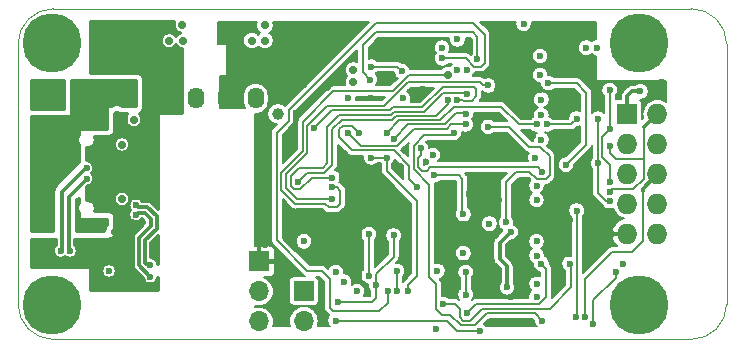
<source format=gbr>
G04 #@! TF.GenerationSoftware,KiCad,Pcbnew,5.1.4+dfsg1-1*
G04 #@! TF.CreationDate,2020-04-26T21:13:55+04:00*
G04 #@! TF.ProjectId,RailLink,5261696c-4c69-46e6-9b2e-6b696361645f,rev?*
G04 #@! TF.SameCoordinates,Original*
G04 #@! TF.FileFunction,Copper,L4,Bot*
G04 #@! TF.FilePolarity,Positive*
%FSLAX46Y46*%
G04 Gerber Fmt 4.6, Leading zero omitted, Abs format (unit mm)*
G04 Created by KiCad (PCBNEW 5.1.4+dfsg1-1) date 2020-04-26 21:13:55*
%MOMM*%
%LPD*%
G04 APERTURE LIST*
%ADD10C,0.050000*%
%ADD11O,1.700000X1.700000*%
%ADD12R,1.700000X1.700000*%
%ADD13C,5.000000*%
%ADD14C,0.800000*%
%ADD15O,2.100000X1.000000*%
%ADD16O,1.600000X1.000000*%
%ADD17O,1.727200X1.727200*%
%ADD18R,1.727200X1.727200*%
%ADD19R,1.400000X1.800000*%
%ADD20O,1.400000X1.800000*%
%ADD21C,0.700000*%
%ADD22C,0.600000*%
%ADD23C,1.000000*%
%ADD24C,0.200000*%
%ADD25C,0.300000*%
%ADD26C,0.350000*%
%ADD27C,0.160000*%
G04 APERTURE END LIST*
D10*
X103000000Y-128000000D02*
G75*
G02X100000000Y-125000000I0J3000000D01*
G01*
X100000000Y-103000000D02*
G75*
G02X103000000Y-100000000I3000000J0D01*
G01*
X157000000Y-100000000D02*
G75*
G02X160000000Y-103000000I0J-3000000D01*
G01*
X160000000Y-125000000D02*
G75*
G02X157000000Y-128000000I-3000000J0D01*
G01*
X157000000Y-100000000D02*
X103000000Y-100000000D01*
X160000000Y-125000000D02*
X160000000Y-103000000D01*
X103000000Y-128000000D02*
X157000000Y-128000000D01*
X100000000Y-103000000D02*
X100000000Y-125000000D01*
D11*
X124200000Y-126440000D03*
D12*
X124200000Y-123900000D03*
D13*
X102900000Y-102900000D03*
D14*
X104775000Y-102900000D03*
X104225825Y-104225825D03*
X102900000Y-104775000D03*
X101574175Y-104225825D03*
X101025000Y-102900000D03*
X101574175Y-101574175D03*
X102900000Y-101025000D03*
X104225825Y-101574175D03*
X104225825Y-123774175D03*
X102900000Y-123225000D03*
X101574175Y-123774175D03*
X101025000Y-125100000D03*
X101574175Y-126425825D03*
X102900000Y-126975000D03*
X104225825Y-126425825D03*
X104775000Y-125100000D03*
D13*
X102900000Y-125100000D03*
D15*
X106430000Y-118320000D03*
X106430000Y-109680000D03*
D16*
X102250000Y-109680000D03*
X102250000Y-118320000D03*
D13*
X152600000Y-125100000D03*
D14*
X154475000Y-125100000D03*
X153925825Y-126425825D03*
X152600000Y-126975000D03*
X151274175Y-126425825D03*
X150725000Y-125100000D03*
X151274175Y-123774175D03*
X152600000Y-123225000D03*
X153925825Y-123774175D03*
D17*
X154140000Y-119080000D03*
X151600000Y-119080000D03*
X154140000Y-116540000D03*
X151600000Y-116540000D03*
X154140000Y-114000000D03*
X151600000Y-114000000D03*
X154140000Y-111460000D03*
X151600000Y-111460000D03*
X154140000Y-108920000D03*
D18*
X151600000Y-108920000D03*
D14*
X153925825Y-101574175D03*
X152600000Y-101025000D03*
X151274175Y-101574175D03*
X150725000Y-102900000D03*
X151274175Y-104225825D03*
X152600000Y-104775000D03*
X153925825Y-104225825D03*
X154475000Y-102900000D03*
D13*
X152600000Y-102900000D03*
D19*
X112500000Y-107600000D03*
D20*
X115040000Y-107600000D03*
X117580000Y-107600000D03*
X120120000Y-107600000D03*
D11*
X120400000Y-126480000D03*
X120400000Y-123940000D03*
D12*
X120400000Y-121400000D03*
D21*
X106700000Y-106500000D03*
X109700000Y-106500000D03*
X108200000Y-106500000D03*
X106700000Y-101400000D03*
X109700000Y-101400000D03*
X108200000Y-101400000D03*
X101400000Y-108200000D03*
X101400000Y-106400000D03*
D22*
X109000000Y-114800000D03*
D21*
X108600000Y-117200000D03*
X108800000Y-110600000D03*
X108200000Y-118900000D03*
X108400000Y-109000000D03*
D22*
X109900000Y-122400000D03*
X110000000Y-118600000D03*
X111700000Y-120000000D03*
D21*
X105500000Y-120000000D03*
X107000000Y-120000000D03*
X108800000Y-112400000D03*
X113900000Y-101400000D03*
X114000000Y-102700000D03*
X112800000Y-102700000D03*
X108800000Y-111500000D03*
X109800000Y-109400000D03*
D22*
X107700000Y-122200000D03*
D21*
X108800000Y-116100000D03*
D22*
X146150000Y-123200000D03*
X141700000Y-124400000D03*
X143400000Y-122200000D03*
X143300000Y-126500000D03*
X146300000Y-120200000D03*
X141600000Y-120800000D03*
X143200000Y-114500000D03*
X146300000Y-115100000D03*
X140700000Y-110800000D03*
X146400000Y-107700000D03*
X146000000Y-111900000D03*
X134500000Y-113000000D03*
X133000000Y-122300000D03*
X134300000Y-106800000D03*
X130800000Y-105700000D03*
X140700000Y-116200000D03*
X132400000Y-102700000D03*
X143600000Y-110800000D03*
D21*
X126000000Y-101900000D03*
X126600000Y-102500000D03*
X127700000Y-102500000D03*
D22*
X144200000Y-106900000D03*
X138200000Y-115700000D03*
X136800000Y-121800000D03*
X124900000Y-121500000D03*
D21*
X122800000Y-112000000D03*
X126200000Y-106600000D03*
D22*
X124200000Y-106500000D03*
X124500000Y-104600000D03*
X122200000Y-104600000D03*
X123500000Y-108800000D03*
X122100000Y-107800000D03*
X143300000Y-118000000D03*
X142600000Y-118800000D03*
X154500000Y-106200000D03*
D21*
X117200000Y-101400000D03*
X118500000Y-102700000D03*
X117200000Y-102700000D03*
X122000000Y-121400000D03*
X120900000Y-119900000D03*
D22*
X133100000Y-118900000D03*
D21*
X132300000Y-113400000D03*
X132800000Y-112000000D03*
D22*
X129900000Y-107600000D03*
X146700000Y-117900000D03*
X139500000Y-121500000D03*
X125900000Y-126700000D03*
X141100000Y-103400000D03*
X141500000Y-104700000D03*
X146800000Y-101900000D03*
X146600000Y-105100000D03*
X142800000Y-101300000D03*
X135400000Y-127100000D03*
D23*
X122000000Y-108900000D03*
D21*
X119800000Y-102700000D03*
X120900000Y-101400000D03*
X120900000Y-102700000D03*
D22*
X127600000Y-123100000D03*
X135900000Y-103300000D03*
X129900000Y-104900020D03*
X132500000Y-105300000D03*
X143900000Y-120900000D03*
X143900000Y-116200000D03*
X143900000Y-124400000D03*
X143800000Y-112600000D03*
X144300000Y-109000000D03*
X137700000Y-120700000D03*
X132600000Y-107600000D03*
X135100000Y-112400000D03*
X144200000Y-105600000D03*
X139900000Y-118200000D03*
D21*
X128400000Y-105200000D03*
X128400000Y-106200000D03*
D22*
X135500000Y-122200000D03*
X124200000Y-119700000D03*
X127900000Y-107600000D03*
X137200000Y-105200000D03*
X138000000Y-105200000D03*
X148100000Y-103300000D03*
X149000000Y-103300000D03*
X143900000Y-119700000D03*
X143900000Y-115000000D03*
X143900000Y-123300000D03*
X144300000Y-107700000D03*
X144200000Y-104000000D03*
X128700000Y-123900000D03*
X137200000Y-102600000D03*
X144300000Y-111100000D03*
X141300000Y-118100000D03*
X139800000Y-110000000D03*
X141400000Y-123600000D03*
X141700000Y-118900000D03*
X105800000Y-114400000D03*
X104400000Y-120500000D03*
X103600000Y-120500000D03*
X105800000Y-113500000D03*
X148700000Y-126700000D03*
X126900000Y-126400000D03*
X139100000Y-127300000D03*
X150600000Y-122300000D03*
X150100000Y-106900000D03*
X150100000Y-110200000D03*
X150100000Y-114700000D03*
X148000000Y-126100000D03*
X149100000Y-113100000D03*
X149100000Y-109300000D03*
X150100000Y-116300000D03*
X150100000Y-115500000D03*
X150100000Y-111600000D03*
X146700000Y-121600000D03*
X136000000Y-125000000D03*
X111200000Y-122700000D03*
X110000000Y-117440000D03*
X111200000Y-121700000D03*
X110000000Y-116640000D03*
X131300000Y-123900000D03*
X135900000Y-104200000D03*
X131800000Y-119200000D03*
X130300000Y-123400000D03*
X127100000Y-124800000D03*
X132100000Y-123900000D03*
X132100000Y-122200000D03*
X139800000Y-106500000D03*
X126600000Y-116100000D03*
X138050000Y-107200000D03*
X126600000Y-114300000D03*
X137900000Y-109800000D03*
X127900000Y-110500000D03*
X137900000Y-108900000D03*
X131800000Y-111000000D03*
X137200000Y-107700000D03*
X125100000Y-110100000D03*
X137900000Y-124200000D03*
X137900000Y-122300000D03*
X133800000Y-115100000D03*
X128900000Y-110500000D03*
X144300000Y-121600000D03*
X138000000Y-125800000D03*
X133000000Y-123900000D03*
X129900000Y-112600000D03*
X131200000Y-112600000D03*
X144800000Y-109800000D03*
X147300000Y-109300000D03*
X146400000Y-113200000D03*
X144900000Y-106300000D03*
X147300000Y-117100000D03*
X147200000Y-126100000D03*
X126600000Y-115100000D03*
D21*
X136400000Y-105600000D03*
D22*
X123700000Y-114700000D03*
X136400000Y-107700000D03*
X129800000Y-106000000D03*
X138900000Y-104300000D03*
X129700000Y-119100000D03*
X129700000Y-122600000D03*
X143900000Y-109800000D03*
X131200000Y-110500000D03*
X144400000Y-113800000D03*
X134100000Y-111800000D03*
X144400000Y-126400000D03*
X136900000Y-110500000D03*
X137700000Y-117400000D03*
X135200000Y-114100000D03*
X152700000Y-107000000D03*
X151200000Y-121600000D03*
X126900000Y-122300000D03*
D24*
X132100020Y-104900020D02*
X130324264Y-104900020D01*
X130324264Y-104900020D02*
X129900000Y-104900020D01*
X132500000Y-105300000D02*
X132100020Y-104900020D01*
X142200000Y-113800000D02*
X141300000Y-114700000D01*
X143900000Y-114400000D02*
X143300000Y-113800000D01*
X141600000Y-110000000D02*
X143300000Y-111700000D01*
X141300000Y-114700000D02*
X141300000Y-118100000D01*
X143300000Y-113800000D02*
X142200000Y-113800000D01*
X145000000Y-114100000D02*
X144700000Y-114400000D01*
X143300000Y-111700000D02*
X144200000Y-111700000D01*
X145000000Y-112500000D02*
X145000000Y-114100000D01*
X144700000Y-114400000D02*
X143900000Y-114400000D01*
X139800000Y-110000000D02*
X141600000Y-110000000D01*
X144200000Y-111700000D02*
X145000000Y-112500000D01*
D25*
X141400000Y-123600000D02*
X141400000Y-121800000D01*
X141400000Y-121800000D02*
X140800000Y-121200000D01*
X140800000Y-121200000D02*
X140800000Y-119800000D01*
X140800000Y-119800000D02*
X141700000Y-118900000D01*
D26*
X104275000Y-120375000D02*
X104400000Y-120500000D01*
X104275000Y-115925000D02*
X104275000Y-120375000D01*
X105713910Y-114486090D02*
X104275000Y-115925000D01*
X103725000Y-120375000D02*
X103600000Y-120500000D01*
X105800000Y-113411090D02*
X103725000Y-115486090D01*
X103725000Y-115486090D02*
X103725000Y-120375000D01*
X105800000Y-113400000D02*
X105800000Y-113411090D01*
D24*
X126900000Y-126400000D02*
X136300000Y-126400000D01*
X136300000Y-126400000D02*
X137200000Y-127300000D01*
X137200000Y-127300000D02*
X139100000Y-127300000D01*
X148700000Y-124700000D02*
X148700000Y-126700000D01*
X150600000Y-122300000D02*
X150600000Y-122800000D01*
X150600000Y-122800000D02*
X148700000Y-124700000D01*
X150100000Y-110200000D02*
X150100000Y-106900000D01*
X149460010Y-110839990D02*
X149460010Y-112560010D01*
X150100000Y-110200000D02*
X149460010Y-110839990D01*
X150100000Y-113200000D02*
X150100000Y-114700000D01*
X149460010Y-112560010D02*
X150100000Y-113200000D01*
D25*
X152900000Y-115240000D02*
X154140000Y-114000000D01*
X152900000Y-115400000D02*
X152900000Y-115240000D01*
D24*
X152900000Y-119700000D02*
X152900000Y-115400000D01*
X150300000Y-120600000D02*
X152000000Y-120600000D01*
X148000000Y-126100000D02*
X148000000Y-122900000D01*
X152000000Y-120600000D02*
X152900000Y-119700000D01*
X148000000Y-122900000D02*
X150300000Y-120600000D01*
X149100000Y-113100000D02*
X149100000Y-109300000D01*
X149100000Y-115600000D02*
X149100000Y-113100000D01*
X150100000Y-116300000D02*
X149800000Y-116300000D01*
X149800000Y-116300000D02*
X149100000Y-115600000D01*
D25*
X154140000Y-108920000D02*
X154080000Y-108920000D01*
X154080000Y-108920000D02*
X153000000Y-110000000D01*
D24*
X153000000Y-112700000D02*
X153000000Y-110000000D01*
X153000000Y-114400000D02*
X153000000Y-112700000D01*
X152100000Y-115300000D02*
X153000000Y-114400000D01*
X150100000Y-115500000D02*
X150300000Y-115300000D01*
X150300000Y-115300000D02*
X152100000Y-115300000D01*
X150600000Y-112700000D02*
X153000000Y-112700000D01*
X150100000Y-111600000D02*
X150100000Y-112200000D01*
X150100000Y-112200000D02*
X150600000Y-112700000D01*
X146800000Y-121700000D02*
X146700000Y-121600000D01*
X139300000Y-125400000D02*
X145000000Y-125400000D01*
X138300000Y-126400000D02*
X139300000Y-125400000D01*
X145000000Y-125400000D02*
X146800000Y-123600000D01*
X136000000Y-125000000D02*
X137000000Y-125000000D01*
X146800000Y-123600000D02*
X146800000Y-121700000D01*
X137000000Y-125000000D02*
X137400000Y-125400000D01*
X137400000Y-125400000D02*
X137400000Y-126100000D01*
X137400000Y-126100000D02*
X137700000Y-126400000D01*
X137700000Y-126400000D02*
X138300000Y-126400000D01*
D26*
X110225000Y-121725000D02*
X110225000Y-119386090D01*
X111200000Y-122700000D02*
X110225000Y-121725000D01*
X110225000Y-119386090D02*
X111225000Y-118386090D01*
X111225000Y-118386090D02*
X111225000Y-117813910D01*
X110726090Y-117315000D02*
X110125000Y-117315000D01*
X111225000Y-117813910D02*
X110726090Y-117315000D01*
X110125000Y-117315000D02*
X110000000Y-117440000D01*
X110977818Y-121700000D02*
X110775000Y-121497182D01*
X111200000Y-121700000D02*
X110977818Y-121700000D01*
X110775000Y-121497182D02*
X110775000Y-119613910D01*
X110775000Y-119613910D02*
X111775000Y-118613910D01*
X111775000Y-118613910D02*
X111775000Y-117586090D01*
X110125000Y-116765000D02*
X110000000Y-116640000D01*
X111775000Y-117586090D02*
X110953910Y-116765000D01*
X110953910Y-116765000D02*
X110125000Y-116765000D01*
D24*
X131300000Y-124900000D02*
X131300000Y-123900000D01*
X130600000Y-125600000D02*
X131300000Y-124900000D01*
X126700000Y-125600000D02*
X130600000Y-125600000D01*
X126400000Y-125300000D02*
X126700000Y-125600000D01*
X126400000Y-122900000D02*
X126400000Y-125300000D01*
X121900000Y-119600000D02*
X124500000Y-122200000D01*
X121900000Y-110500000D02*
X121900000Y-119600000D01*
X122900000Y-109500000D02*
X121900000Y-110500000D01*
X135900000Y-104200000D02*
X137900000Y-104200000D01*
X124500000Y-122200000D02*
X125700000Y-122200000D01*
X139500000Y-102200000D02*
X138500000Y-101200000D01*
X137900000Y-104200000D02*
X138600000Y-104900000D01*
X125700000Y-122200000D02*
X126400000Y-122900000D01*
X138500000Y-101200000D02*
X130300000Y-101200000D01*
X138600000Y-104900000D02*
X139200000Y-104900000D01*
X122900000Y-108600000D02*
X122900000Y-109500000D01*
X130300000Y-101200000D02*
X122900000Y-108600000D01*
X139200000Y-104900000D02*
X139500000Y-104600000D01*
X139500000Y-104600000D02*
X139500000Y-102200000D01*
D27*
X130300000Y-123400000D02*
X130300000Y-124500000D01*
X130300000Y-124500000D02*
X130000000Y-124800000D01*
X130000000Y-124800000D02*
X127100000Y-124800000D01*
D24*
X131800000Y-119200000D02*
X131800000Y-121000000D01*
X130300000Y-122500000D02*
X130300000Y-123400000D01*
X131800000Y-121000000D02*
X130300000Y-122500000D01*
X132100000Y-123900000D02*
X132100000Y-122200000D01*
X139375736Y-106500000D02*
X139800000Y-106500000D01*
X123600000Y-116100000D02*
X122700000Y-115200000D01*
X131000000Y-108239990D02*
X133039990Y-106200000D01*
X139085737Y-106210001D02*
X139375736Y-106500000D01*
X133039990Y-106200000D02*
X136097198Y-106200000D01*
X124500000Y-112200000D02*
X124500000Y-109900000D01*
X126600000Y-116100000D02*
X123600000Y-116100000D01*
X122700000Y-114000000D02*
X124500000Y-112200000D01*
X124500000Y-109900000D02*
X126160010Y-108239990D01*
X126160010Y-108239990D02*
X131000000Y-108239990D01*
X136097198Y-106200000D02*
X136107199Y-106210001D01*
X122700000Y-115200000D02*
X122700000Y-114000000D01*
X136107199Y-106210001D02*
X139085737Y-106210001D01*
X138000000Y-107100000D02*
X138050000Y-107050000D01*
X137989999Y-107139999D02*
X138050000Y-107200000D01*
X135960001Y-107139999D02*
X137989999Y-107139999D01*
X131590870Y-109000000D02*
X131870899Y-108719970D01*
X134380030Y-108719970D02*
X135960001Y-107139999D01*
X123100000Y-115000000D02*
X123100000Y-114200000D01*
X131870899Y-108719970D02*
X134380030Y-108719970D01*
X123900000Y-115300000D02*
X123400000Y-115300000D01*
X124900000Y-114300000D02*
X123900000Y-115300000D01*
X126200000Y-113090870D02*
X126200000Y-110000000D01*
X123400000Y-115300000D02*
X123100000Y-115000000D01*
X123100000Y-114200000D02*
X123800000Y-113500000D01*
X125790870Y-113500000D02*
X126200000Y-113090870D01*
X123800000Y-113500000D02*
X125790870Y-113500000D01*
X126200000Y-110000000D02*
X127200000Y-109000000D01*
X126600000Y-114300000D02*
X124900000Y-114300000D01*
X127200000Y-109000000D02*
X131590870Y-109000000D01*
X137860010Y-109760010D02*
X137900000Y-109800000D01*
X136700000Y-109800000D02*
X137900000Y-109800000D01*
X132100000Y-111600000D02*
X133500000Y-110200000D01*
X129000000Y-111600000D02*
X132100000Y-111600000D01*
X133500000Y-110200000D02*
X136300000Y-110200000D01*
X127900000Y-110500000D02*
X129000000Y-111600000D01*
X136300000Y-110200000D02*
X136700000Y-109800000D01*
X137800000Y-108800000D02*
X137900000Y-108800000D01*
X131800000Y-111000000D02*
X133000000Y-109800000D01*
X133000000Y-109800000D02*
X136109130Y-109800000D01*
X137109130Y-108800000D02*
X137900000Y-108800000D01*
X136109130Y-109800000D02*
X137109130Y-108800000D01*
X138800000Y-107400000D02*
X138400000Y-107800000D01*
X138800000Y-106800000D02*
X138800000Y-107400000D01*
X138400000Y-107800000D02*
X137724264Y-107800000D01*
X137624264Y-107700000D02*
X137200000Y-107700000D01*
X125100000Y-110100000D02*
X126600000Y-108600000D01*
X137724264Y-107800000D02*
X137624264Y-107700000D01*
X138600000Y-106600000D02*
X138800000Y-106800000D01*
X131481739Y-108600000D02*
X131721778Y-108359960D01*
X126600000Y-108600000D02*
X131481739Y-108600000D01*
X131721778Y-108359960D02*
X134230910Y-108359960D01*
X135990870Y-106600000D02*
X138600000Y-106600000D01*
X134230910Y-108359960D02*
X135990870Y-106600000D01*
X137900000Y-124200000D02*
X137900000Y-122300000D01*
X133100000Y-113300000D02*
X133100000Y-114400000D01*
X133100000Y-114400000D02*
X133800000Y-115100000D01*
X128300000Y-112000000D02*
X131800000Y-112000000D01*
X128300000Y-109900000D02*
X127500000Y-109900000D01*
X128900000Y-110500000D02*
X128300000Y-109900000D01*
X131800000Y-112000000D02*
X133100000Y-113300000D01*
X127200000Y-110200000D02*
X127200000Y-110900000D01*
X127500000Y-109900000D02*
X127200000Y-110200000D01*
X127200000Y-110900000D02*
X128300000Y-112000000D01*
X144100000Y-125000000D02*
X144700000Y-124400000D01*
X138000000Y-125800000D02*
X138800000Y-125000000D01*
X144700000Y-122000000D02*
X144300000Y-121600000D01*
X144700000Y-124400000D02*
X144700000Y-122000000D01*
X138800000Y-125000000D02*
X144100000Y-125000000D01*
X133000000Y-123900000D02*
X133000000Y-123400000D01*
X133000000Y-123400000D02*
X133800000Y-122600000D01*
X131200000Y-112600000D02*
X129900000Y-112600000D01*
X133800000Y-122600000D02*
X133800000Y-116300000D01*
X131200000Y-113700000D02*
X131200000Y-112600000D01*
X133800000Y-116300000D02*
X131200000Y-113700000D01*
X146800000Y-109800000D02*
X147300000Y-109300000D01*
X144800000Y-109800000D02*
X146800000Y-109800000D01*
X146400000Y-113200000D02*
X148100000Y-111500000D01*
X148100000Y-111500000D02*
X148100000Y-107100000D01*
X148100000Y-107100000D02*
X147300000Y-106300000D01*
X147300000Y-106300000D02*
X144900000Y-106300000D01*
X147300000Y-126000000D02*
X147200000Y-126100000D01*
X147300000Y-117100000D02*
X147300000Y-126000000D01*
X127000000Y-115100000D02*
X126600000Y-115100000D01*
X127300000Y-116500000D02*
X127300000Y-115400000D01*
X127300000Y-115400000D02*
X127000000Y-115100000D01*
X127000000Y-116800000D02*
X127300000Y-116500000D01*
X124139991Y-109562811D02*
X124139991Y-112050879D01*
X126702802Y-107000000D02*
X124139991Y-109562811D01*
X124139991Y-112050879D02*
X122300000Y-113890870D01*
X131730860Y-107000000D02*
X126702802Y-107000000D01*
X133130860Y-105600000D02*
X131730860Y-107000000D01*
X136400000Y-105600000D02*
X133130860Y-105600000D01*
X122300000Y-113890870D02*
X122300000Y-115309130D01*
X122300000Y-115309130D02*
X123490870Y-116500000D01*
X123490870Y-116500000D02*
X126000000Y-116500000D01*
X126000000Y-116500000D02*
X126300000Y-116800000D01*
X126300000Y-116800000D02*
X127000000Y-116800000D01*
X136400000Y-108100000D02*
X136400000Y-107700000D01*
X131700000Y-109400000D02*
X132020020Y-109079980D01*
X135420020Y-109079980D02*
X136400000Y-108100000D01*
X127400000Y-109400000D02*
X131700000Y-109400000D01*
X124500000Y-113900000D02*
X125900000Y-113900000D01*
X126600000Y-110200000D02*
X127400000Y-109400000D01*
X125900000Y-113900000D02*
X126600000Y-113200000D01*
X132020020Y-109079980D02*
X135420020Y-109079980D01*
X123700000Y-114700000D02*
X124500000Y-113900000D01*
X126600000Y-110200000D02*
X126600000Y-113200000D01*
X129200000Y-105400000D02*
X129800000Y-106000000D01*
X129200000Y-103100000D02*
X129200000Y-105400000D01*
X130300000Y-102000000D02*
X129200000Y-103100000D01*
X138500000Y-102000000D02*
X130300000Y-102000000D01*
X138900000Y-102400000D02*
X138500000Y-102000000D01*
X138900000Y-104300000D02*
X138900000Y-102400000D01*
X129700000Y-122600000D02*
X129700000Y-119100000D01*
X142400000Y-109800000D02*
X143900000Y-109800000D01*
X132260010Y-109439990D02*
X135760010Y-109439990D01*
X131200000Y-110500000D02*
X132260010Y-109439990D01*
X140900000Y-108300000D02*
X142400000Y-109800000D01*
X135760010Y-109439990D02*
X136900000Y-108300000D01*
X136900000Y-108300000D02*
X140900000Y-108300000D01*
X134600000Y-113700000D02*
X134900000Y-113400000D01*
X134200000Y-113700000D02*
X134600000Y-113700000D01*
X133900000Y-113400000D02*
X134200000Y-113700000D01*
X133900000Y-112600000D02*
X133900000Y-113400000D01*
X134100000Y-112400000D02*
X133900000Y-112600000D01*
X134100000Y-111800000D02*
X134100000Y-112400000D01*
X144400000Y-113800000D02*
X144000000Y-113400000D01*
X134900000Y-113400000D02*
X144000000Y-113400000D01*
X143800000Y-125800000D02*
X144400000Y-126400000D01*
X139700000Y-125800000D02*
X143800000Y-125800000D01*
X138700000Y-126800000D02*
X139700000Y-125800000D01*
X134800000Y-122700000D02*
X135400000Y-123300000D01*
X133500000Y-111600000D02*
X133500000Y-113600000D01*
X137500000Y-126800000D02*
X138700000Y-126800000D01*
X134400000Y-110700000D02*
X133500000Y-111600000D01*
X135400000Y-125400000D02*
X135900000Y-125900000D01*
X135900000Y-125900000D02*
X136600000Y-125900000D01*
X136600000Y-125900000D02*
X137500000Y-126800000D01*
X136900000Y-110500000D02*
X136700000Y-110700000D01*
X136700000Y-110700000D02*
X134400000Y-110700000D01*
X134800000Y-114900000D02*
X134800000Y-122700000D01*
X133500000Y-113600000D02*
X134800000Y-114900000D01*
X135400000Y-123300000D02*
X135400000Y-125400000D01*
X137600000Y-117300000D02*
X137700000Y-117400000D01*
X137600000Y-114400000D02*
X137600000Y-117300000D01*
X135200000Y-114100000D02*
X137300000Y-114100000D01*
X137300000Y-114100000D02*
X137600000Y-114400000D01*
D25*
X151600000Y-108920000D02*
X151600000Y-107400000D01*
X151600000Y-107400000D02*
X152000000Y-107000000D01*
X152000000Y-107000000D02*
X152700000Y-107000000D01*
G36*
X109950000Y-108250000D02*
G01*
X108897504Y-108250000D01*
X108826310Y-108202430D01*
X108662520Y-108134586D01*
X108488642Y-108100000D01*
X108311358Y-108100000D01*
X108137480Y-108134586D01*
X107973690Y-108202430D01*
X107902496Y-108250000D01*
X107700000Y-108250000D01*
X107670736Y-108252882D01*
X107642597Y-108261418D01*
X107616664Y-108275280D01*
X107593934Y-108293934D01*
X107575280Y-108316664D01*
X107561418Y-108342597D01*
X107552882Y-108370736D01*
X107550000Y-108400000D01*
X107550000Y-108700267D01*
X107534586Y-108737480D01*
X107500000Y-108911358D01*
X107500000Y-109088642D01*
X107534586Y-109262520D01*
X107550000Y-109299733D01*
X107550000Y-110150000D01*
X105300000Y-110150000D01*
X105270736Y-110152882D01*
X105242597Y-110161418D01*
X105216664Y-110175280D01*
X105193934Y-110193934D01*
X105175280Y-110216664D01*
X105161418Y-110242597D01*
X105152882Y-110270736D01*
X105150000Y-110300000D01*
X105150000Y-110657496D01*
X105124585Y-110695532D01*
X105058626Y-110854772D01*
X105025000Y-111023820D01*
X105025000Y-111196180D01*
X105058626Y-111365228D01*
X105124585Y-111524468D01*
X105150000Y-111562504D01*
X105150000Y-112947918D01*
X105139762Y-112958156D01*
X105046740Y-113097374D01*
X105017274Y-113168511D01*
X103237524Y-114948262D01*
X103209868Y-114970959D01*
X103119269Y-115081354D01*
X103051947Y-115207303D01*
X103010491Y-115343966D01*
X103000000Y-115450484D01*
X103000000Y-115450493D01*
X102996494Y-115486090D01*
X103000000Y-115521687D01*
X103000001Y-118850000D01*
X101150000Y-118850000D01*
X101150000Y-109150000D01*
X104400000Y-109150000D01*
X104429264Y-109147118D01*
X104457403Y-109138582D01*
X104483336Y-109124720D01*
X104506066Y-109106066D01*
X104524720Y-109083336D01*
X104538582Y-109057403D01*
X104547118Y-109029264D01*
X104550000Y-109000000D01*
X104550000Y-106150000D01*
X109950000Y-106150000D01*
X109950000Y-108250000D01*
X109950000Y-108250000D01*
G37*
X109950000Y-108250000D02*
X108897504Y-108250000D01*
X108826310Y-108202430D01*
X108662520Y-108134586D01*
X108488642Y-108100000D01*
X108311358Y-108100000D01*
X108137480Y-108134586D01*
X107973690Y-108202430D01*
X107902496Y-108250000D01*
X107700000Y-108250000D01*
X107670736Y-108252882D01*
X107642597Y-108261418D01*
X107616664Y-108275280D01*
X107593934Y-108293934D01*
X107575280Y-108316664D01*
X107561418Y-108342597D01*
X107552882Y-108370736D01*
X107550000Y-108400000D01*
X107550000Y-108700267D01*
X107534586Y-108737480D01*
X107500000Y-108911358D01*
X107500000Y-109088642D01*
X107534586Y-109262520D01*
X107550000Y-109299733D01*
X107550000Y-110150000D01*
X105300000Y-110150000D01*
X105270736Y-110152882D01*
X105242597Y-110161418D01*
X105216664Y-110175280D01*
X105193934Y-110193934D01*
X105175280Y-110216664D01*
X105161418Y-110242597D01*
X105152882Y-110270736D01*
X105150000Y-110300000D01*
X105150000Y-110657496D01*
X105124585Y-110695532D01*
X105058626Y-110854772D01*
X105025000Y-111023820D01*
X105025000Y-111196180D01*
X105058626Y-111365228D01*
X105124585Y-111524468D01*
X105150000Y-111562504D01*
X105150000Y-112947918D01*
X105139762Y-112958156D01*
X105046740Y-113097374D01*
X105017274Y-113168511D01*
X103237524Y-114948262D01*
X103209868Y-114970959D01*
X103119269Y-115081354D01*
X103051947Y-115207303D01*
X103010491Y-115343966D01*
X103000000Y-115450484D01*
X103000000Y-115450493D01*
X102996494Y-115486090D01*
X103000000Y-115521687D01*
X103000001Y-118850000D01*
X101150000Y-118850000D01*
X101150000Y-109150000D01*
X104400000Y-109150000D01*
X104429264Y-109147118D01*
X104457403Y-109138582D01*
X104483336Y-109124720D01*
X104506066Y-109106066D01*
X104524720Y-109083336D01*
X104538582Y-109057403D01*
X104547118Y-109029264D01*
X104550000Y-109000000D01*
X104550000Y-106150000D01*
X109950000Y-106150000D01*
X109950000Y-108250000D01*
G36*
X105150000Y-116437496D02*
G01*
X105124585Y-116475532D01*
X105058626Y-116634772D01*
X105025000Y-116803820D01*
X105025000Y-116976180D01*
X105058626Y-117145228D01*
X105124585Y-117304468D01*
X105150000Y-117342504D01*
X105150000Y-117700000D01*
X105152882Y-117729264D01*
X105161418Y-117757403D01*
X105175280Y-117783336D01*
X105193934Y-117806066D01*
X105216664Y-117824720D01*
X105242597Y-117838582D01*
X105270736Y-117847118D01*
X105300000Y-117850000D01*
X107550000Y-117850000D01*
X107550000Y-118277207D01*
X107500924Y-118326283D01*
X107402430Y-118473690D01*
X107334586Y-118637480D01*
X107300000Y-118811358D01*
X107300000Y-118850000D01*
X105000000Y-118850000D01*
X105000000Y-116225304D01*
X105150000Y-116075304D01*
X105150000Y-116437496D01*
X105150000Y-116437496D01*
G37*
X105150000Y-116437496D02*
X105124585Y-116475532D01*
X105058626Y-116634772D01*
X105025000Y-116803820D01*
X105025000Y-116976180D01*
X105058626Y-117145228D01*
X105124585Y-117304468D01*
X105150000Y-117342504D01*
X105150000Y-117700000D01*
X105152882Y-117729264D01*
X105161418Y-117757403D01*
X105175280Y-117783336D01*
X105193934Y-117806066D01*
X105216664Y-117824720D01*
X105242597Y-117838582D01*
X105270736Y-117847118D01*
X105300000Y-117850000D01*
X107550000Y-117850000D01*
X107550000Y-118277207D01*
X107500924Y-118326283D01*
X107402430Y-118473690D01*
X107334586Y-118637480D01*
X107300000Y-118811358D01*
X107300000Y-118850000D01*
X105000000Y-118850000D01*
X105000000Y-116225304D01*
X105150000Y-116075304D01*
X105150000Y-116437496D01*
D24*
G36*
X143700000Y-126407105D02*
G01*
X143700000Y-126468944D01*
X143726901Y-126604182D01*
X143779668Y-126731574D01*
X143856274Y-126846224D01*
X143910050Y-126900000D01*
X139674612Y-126900000D01*
X139643726Y-126853776D01*
X139546224Y-126756274D01*
X139489040Y-126718065D01*
X139907107Y-126300000D01*
X143592895Y-126300000D01*
X143700000Y-126407105D01*
X143700000Y-126407105D01*
G37*
X143700000Y-126407105D02*
X143700000Y-126468944D01*
X143726901Y-126604182D01*
X143779668Y-126731574D01*
X143856274Y-126846224D01*
X143910050Y-126900000D01*
X139674612Y-126900000D01*
X139643726Y-126853776D01*
X139546224Y-126756274D01*
X139489040Y-126718065D01*
X139907107Y-126300000D01*
X143592895Y-126300000D01*
X143700000Y-126407105D01*
G36*
X120178822Y-101181233D02*
G01*
X120150000Y-101326131D01*
X120150000Y-101473869D01*
X120178822Y-101618767D01*
X120235359Y-101755258D01*
X120317437Y-101878097D01*
X120421903Y-101982563D01*
X120522830Y-102050000D01*
X120421903Y-102117437D01*
X120350000Y-102189340D01*
X120278097Y-102117437D01*
X120155258Y-102035359D01*
X120018767Y-101978822D01*
X119873869Y-101950000D01*
X119726131Y-101950000D01*
X119581233Y-101978822D01*
X119444742Y-102035359D01*
X119321903Y-102117437D01*
X119217437Y-102221903D01*
X119135359Y-102344742D01*
X119078822Y-102481233D01*
X119050000Y-102626131D01*
X119050000Y-102773869D01*
X119078822Y-102918767D01*
X119135359Y-103055258D01*
X119217437Y-103178097D01*
X119321903Y-103282563D01*
X119444742Y-103364641D01*
X119581233Y-103421178D01*
X119726131Y-103450000D01*
X119873869Y-103450000D01*
X120018767Y-103421178D01*
X120155258Y-103364641D01*
X120278097Y-103282563D01*
X120350000Y-103210660D01*
X120421903Y-103282563D01*
X120544742Y-103364641D01*
X120681233Y-103421178D01*
X120826131Y-103450000D01*
X120973869Y-103450000D01*
X121118767Y-103421178D01*
X121255258Y-103364641D01*
X121378097Y-103282563D01*
X121482563Y-103178097D01*
X121564641Y-103055258D01*
X121621178Y-102918767D01*
X121650000Y-102773869D01*
X121650000Y-102626131D01*
X121621178Y-102481233D01*
X121564641Y-102344742D01*
X121482563Y-102221903D01*
X121378097Y-102117437D01*
X121277170Y-102050000D01*
X121378097Y-101982563D01*
X121482563Y-101878097D01*
X121564641Y-101755258D01*
X121621178Y-101618767D01*
X121650000Y-101473869D01*
X121650000Y-101326131D01*
X121621178Y-101181233D01*
X121587530Y-101100000D01*
X129692893Y-101100000D01*
X122582844Y-108210051D01*
X122573717Y-108200924D01*
X122426310Y-108102430D01*
X122262520Y-108034586D01*
X122088642Y-108000000D01*
X121911358Y-108000000D01*
X121737480Y-108034586D01*
X121573690Y-108102430D01*
X121426283Y-108200924D01*
X121300924Y-108326283D01*
X121202430Y-108473690D01*
X121134586Y-108637480D01*
X121100000Y-108811358D01*
X121100000Y-108988642D01*
X121134586Y-109162520D01*
X121202430Y-109326310D01*
X121300924Y-109473717D01*
X121426283Y-109599076D01*
X121573690Y-109697570D01*
X121737480Y-109765414D01*
X121895958Y-109796937D01*
X121563824Y-110129071D01*
X121544736Y-110144736D01*
X121482254Y-110220871D01*
X121435825Y-110307734D01*
X121421407Y-110355264D01*
X121407235Y-110401983D01*
X121397581Y-110500000D01*
X121400000Y-110524560D01*
X121400001Y-119575430D01*
X121397581Y-119600000D01*
X121407235Y-119698017D01*
X121433747Y-119785415D01*
X121435826Y-119792267D01*
X121482255Y-119879129D01*
X121544737Y-119955264D01*
X121563819Y-119970924D01*
X124129079Y-122536186D01*
X124144736Y-122555264D01*
X124220871Y-122617746D01*
X124277594Y-122648065D01*
X123350000Y-122648065D01*
X123271586Y-122655788D01*
X123196186Y-122678660D01*
X123126697Y-122715803D01*
X123065789Y-122765789D01*
X123015803Y-122826697D01*
X122978660Y-122896186D01*
X122955788Y-122971586D01*
X122948065Y-123050000D01*
X122948065Y-124750000D01*
X122955788Y-124828414D01*
X122978660Y-124903814D01*
X123015803Y-124973303D01*
X123065789Y-125034211D01*
X123126697Y-125084197D01*
X123196186Y-125121340D01*
X123271586Y-125144212D01*
X123350000Y-125151935D01*
X125050000Y-125151935D01*
X125128414Y-125144212D01*
X125203814Y-125121340D01*
X125273303Y-125084197D01*
X125334211Y-125034211D01*
X125384197Y-124973303D01*
X125421340Y-124903814D01*
X125444212Y-124828414D01*
X125451935Y-124750000D01*
X125451935Y-123050000D01*
X125444212Y-122971586D01*
X125421340Y-122896186D01*
X125384197Y-122826697D01*
X125334211Y-122765789D01*
X125273303Y-122715803D01*
X125243738Y-122700000D01*
X125492895Y-122700000D01*
X125900000Y-123107107D01*
X125900001Y-125275430D01*
X125897581Y-125300000D01*
X125907235Y-125398017D01*
X125931784Y-125478942D01*
X125935826Y-125492267D01*
X125982255Y-125579129D01*
X126044737Y-125655264D01*
X126063820Y-125670925D01*
X126329071Y-125936176D01*
X126344736Y-125955264D01*
X126351546Y-125960853D01*
X126279668Y-126068426D01*
X126226901Y-126195818D01*
X126200000Y-126331056D01*
X126200000Y-126468944D01*
X126226901Y-126604182D01*
X126279668Y-126731574D01*
X126356274Y-126846224D01*
X126410050Y-126900000D01*
X125366707Y-126900000D01*
X125431913Y-126685043D01*
X125456048Y-126440000D01*
X125431913Y-126194957D01*
X125360437Y-125959331D01*
X125244366Y-125742177D01*
X125088160Y-125551840D01*
X124897823Y-125395634D01*
X124680669Y-125279563D01*
X124445043Y-125208087D01*
X124261405Y-125190000D01*
X124138595Y-125190000D01*
X123954957Y-125208087D01*
X123719331Y-125279563D01*
X123502177Y-125395634D01*
X123311840Y-125551840D01*
X123155634Y-125742177D01*
X123039563Y-125959331D01*
X122968087Y-126194957D01*
X122943952Y-126440000D01*
X122968087Y-126685043D01*
X123033293Y-126900000D01*
X121578841Y-126900000D01*
X121631913Y-126725043D01*
X121656048Y-126480000D01*
X121631913Y-126234957D01*
X121560437Y-125999331D01*
X121444366Y-125782177D01*
X121288160Y-125591840D01*
X121097823Y-125435634D01*
X120880669Y-125319563D01*
X120645043Y-125248087D01*
X120461405Y-125230000D01*
X120338595Y-125230000D01*
X120154957Y-125248087D01*
X120100000Y-125264758D01*
X120100000Y-125155242D01*
X120154957Y-125171913D01*
X120338595Y-125190000D01*
X120461405Y-125190000D01*
X120645043Y-125171913D01*
X120880669Y-125100437D01*
X121097823Y-124984366D01*
X121288160Y-124828160D01*
X121444366Y-124637823D01*
X121560437Y-124420669D01*
X121631913Y-124185043D01*
X121656048Y-123940000D01*
X121631913Y-123694957D01*
X121560437Y-123459331D01*
X121444366Y-123242177D01*
X121288160Y-123051840D01*
X121097823Y-122895634D01*
X120880669Y-122779563D01*
X120785257Y-122750620D01*
X121250000Y-122752419D01*
X121348017Y-122742765D01*
X121442267Y-122714175D01*
X121529129Y-122667746D01*
X121605264Y-122605264D01*
X121667746Y-122529129D01*
X121714175Y-122442267D01*
X121742765Y-122348017D01*
X121752419Y-122250000D01*
X121750000Y-121625000D01*
X121625000Y-121500000D01*
X120500000Y-121500000D01*
X120500000Y-121520000D01*
X120300000Y-121520000D01*
X120300000Y-121500000D01*
X120280000Y-121500000D01*
X120280000Y-121300000D01*
X120300000Y-121300000D01*
X120300000Y-120175000D01*
X120500000Y-120175000D01*
X120500000Y-121300000D01*
X121625000Y-121300000D01*
X121750000Y-121175000D01*
X121752419Y-120550000D01*
X121742765Y-120451983D01*
X121714175Y-120357733D01*
X121667746Y-120270871D01*
X121605264Y-120194736D01*
X121529129Y-120132254D01*
X121442267Y-120085825D01*
X121348017Y-120057235D01*
X121250000Y-120047581D01*
X120625000Y-120050000D01*
X120500000Y-120175000D01*
X120300000Y-120175000D01*
X120175000Y-120050000D01*
X120100000Y-120049710D01*
X120100000Y-108903352D01*
X120120000Y-108905322D01*
X120335638Y-108884084D01*
X120542988Y-108821184D01*
X120734084Y-108719042D01*
X120901581Y-108581581D01*
X121039042Y-108414084D01*
X121141184Y-108222987D01*
X121204084Y-108015637D01*
X121220000Y-107854035D01*
X121220000Y-107345964D01*
X121204084Y-107184362D01*
X121141184Y-106977012D01*
X121039042Y-106785916D01*
X120901581Y-106618419D01*
X120734084Y-106480958D01*
X120542987Y-106378816D01*
X120335637Y-106315916D01*
X120120000Y-106294678D01*
X119904362Y-106315916D01*
X119697012Y-106378816D01*
X119505916Y-106480958D01*
X119338419Y-106618419D01*
X119200958Y-106785916D01*
X119098816Y-106977013D01*
X119035916Y-107184363D01*
X119020000Y-107345965D01*
X119020000Y-107854036D01*
X119035916Y-108015638D01*
X119098816Y-108222988D01*
X119193431Y-108400000D01*
X117100000Y-108400000D01*
X117100000Y-105700000D01*
X117600000Y-105700000D01*
X117619509Y-105698079D01*
X117638268Y-105692388D01*
X117655557Y-105683147D01*
X117670711Y-105670711D01*
X117683147Y-105655557D01*
X117692388Y-105638268D01*
X117698079Y-105619509D01*
X117700000Y-105600000D01*
X117700000Y-103100000D01*
X117698079Y-103080491D01*
X117692388Y-103061732D01*
X117683147Y-103044443D01*
X117670711Y-103029289D01*
X117655557Y-103016853D01*
X117638268Y-103007612D01*
X117619509Y-103001921D01*
X117600000Y-103000000D01*
X116900000Y-103000000D01*
X116900000Y-101100000D01*
X120212470Y-101100000D01*
X120178822Y-101181233D01*
X120178822Y-101181233D01*
G37*
X120178822Y-101181233D02*
X120150000Y-101326131D01*
X120150000Y-101473869D01*
X120178822Y-101618767D01*
X120235359Y-101755258D01*
X120317437Y-101878097D01*
X120421903Y-101982563D01*
X120522830Y-102050000D01*
X120421903Y-102117437D01*
X120350000Y-102189340D01*
X120278097Y-102117437D01*
X120155258Y-102035359D01*
X120018767Y-101978822D01*
X119873869Y-101950000D01*
X119726131Y-101950000D01*
X119581233Y-101978822D01*
X119444742Y-102035359D01*
X119321903Y-102117437D01*
X119217437Y-102221903D01*
X119135359Y-102344742D01*
X119078822Y-102481233D01*
X119050000Y-102626131D01*
X119050000Y-102773869D01*
X119078822Y-102918767D01*
X119135359Y-103055258D01*
X119217437Y-103178097D01*
X119321903Y-103282563D01*
X119444742Y-103364641D01*
X119581233Y-103421178D01*
X119726131Y-103450000D01*
X119873869Y-103450000D01*
X120018767Y-103421178D01*
X120155258Y-103364641D01*
X120278097Y-103282563D01*
X120350000Y-103210660D01*
X120421903Y-103282563D01*
X120544742Y-103364641D01*
X120681233Y-103421178D01*
X120826131Y-103450000D01*
X120973869Y-103450000D01*
X121118767Y-103421178D01*
X121255258Y-103364641D01*
X121378097Y-103282563D01*
X121482563Y-103178097D01*
X121564641Y-103055258D01*
X121621178Y-102918767D01*
X121650000Y-102773869D01*
X121650000Y-102626131D01*
X121621178Y-102481233D01*
X121564641Y-102344742D01*
X121482563Y-102221903D01*
X121378097Y-102117437D01*
X121277170Y-102050000D01*
X121378097Y-101982563D01*
X121482563Y-101878097D01*
X121564641Y-101755258D01*
X121621178Y-101618767D01*
X121650000Y-101473869D01*
X121650000Y-101326131D01*
X121621178Y-101181233D01*
X121587530Y-101100000D01*
X129692893Y-101100000D01*
X122582844Y-108210051D01*
X122573717Y-108200924D01*
X122426310Y-108102430D01*
X122262520Y-108034586D01*
X122088642Y-108000000D01*
X121911358Y-108000000D01*
X121737480Y-108034586D01*
X121573690Y-108102430D01*
X121426283Y-108200924D01*
X121300924Y-108326283D01*
X121202430Y-108473690D01*
X121134586Y-108637480D01*
X121100000Y-108811358D01*
X121100000Y-108988642D01*
X121134586Y-109162520D01*
X121202430Y-109326310D01*
X121300924Y-109473717D01*
X121426283Y-109599076D01*
X121573690Y-109697570D01*
X121737480Y-109765414D01*
X121895958Y-109796937D01*
X121563824Y-110129071D01*
X121544736Y-110144736D01*
X121482254Y-110220871D01*
X121435825Y-110307734D01*
X121421407Y-110355264D01*
X121407235Y-110401983D01*
X121397581Y-110500000D01*
X121400000Y-110524560D01*
X121400001Y-119575430D01*
X121397581Y-119600000D01*
X121407235Y-119698017D01*
X121433747Y-119785415D01*
X121435826Y-119792267D01*
X121482255Y-119879129D01*
X121544737Y-119955264D01*
X121563819Y-119970924D01*
X124129079Y-122536186D01*
X124144736Y-122555264D01*
X124220871Y-122617746D01*
X124277594Y-122648065D01*
X123350000Y-122648065D01*
X123271586Y-122655788D01*
X123196186Y-122678660D01*
X123126697Y-122715803D01*
X123065789Y-122765789D01*
X123015803Y-122826697D01*
X122978660Y-122896186D01*
X122955788Y-122971586D01*
X122948065Y-123050000D01*
X122948065Y-124750000D01*
X122955788Y-124828414D01*
X122978660Y-124903814D01*
X123015803Y-124973303D01*
X123065789Y-125034211D01*
X123126697Y-125084197D01*
X123196186Y-125121340D01*
X123271586Y-125144212D01*
X123350000Y-125151935D01*
X125050000Y-125151935D01*
X125128414Y-125144212D01*
X125203814Y-125121340D01*
X125273303Y-125084197D01*
X125334211Y-125034211D01*
X125384197Y-124973303D01*
X125421340Y-124903814D01*
X125444212Y-124828414D01*
X125451935Y-124750000D01*
X125451935Y-123050000D01*
X125444212Y-122971586D01*
X125421340Y-122896186D01*
X125384197Y-122826697D01*
X125334211Y-122765789D01*
X125273303Y-122715803D01*
X125243738Y-122700000D01*
X125492895Y-122700000D01*
X125900000Y-123107107D01*
X125900001Y-125275430D01*
X125897581Y-125300000D01*
X125907235Y-125398017D01*
X125931784Y-125478942D01*
X125935826Y-125492267D01*
X125982255Y-125579129D01*
X126044737Y-125655264D01*
X126063820Y-125670925D01*
X126329071Y-125936176D01*
X126344736Y-125955264D01*
X126351546Y-125960853D01*
X126279668Y-126068426D01*
X126226901Y-126195818D01*
X126200000Y-126331056D01*
X126200000Y-126468944D01*
X126226901Y-126604182D01*
X126279668Y-126731574D01*
X126356274Y-126846224D01*
X126410050Y-126900000D01*
X125366707Y-126900000D01*
X125431913Y-126685043D01*
X125456048Y-126440000D01*
X125431913Y-126194957D01*
X125360437Y-125959331D01*
X125244366Y-125742177D01*
X125088160Y-125551840D01*
X124897823Y-125395634D01*
X124680669Y-125279563D01*
X124445043Y-125208087D01*
X124261405Y-125190000D01*
X124138595Y-125190000D01*
X123954957Y-125208087D01*
X123719331Y-125279563D01*
X123502177Y-125395634D01*
X123311840Y-125551840D01*
X123155634Y-125742177D01*
X123039563Y-125959331D01*
X122968087Y-126194957D01*
X122943952Y-126440000D01*
X122968087Y-126685043D01*
X123033293Y-126900000D01*
X121578841Y-126900000D01*
X121631913Y-126725043D01*
X121656048Y-126480000D01*
X121631913Y-126234957D01*
X121560437Y-125999331D01*
X121444366Y-125782177D01*
X121288160Y-125591840D01*
X121097823Y-125435634D01*
X120880669Y-125319563D01*
X120645043Y-125248087D01*
X120461405Y-125230000D01*
X120338595Y-125230000D01*
X120154957Y-125248087D01*
X120100000Y-125264758D01*
X120100000Y-125155242D01*
X120154957Y-125171913D01*
X120338595Y-125190000D01*
X120461405Y-125190000D01*
X120645043Y-125171913D01*
X120880669Y-125100437D01*
X121097823Y-124984366D01*
X121288160Y-124828160D01*
X121444366Y-124637823D01*
X121560437Y-124420669D01*
X121631913Y-124185043D01*
X121656048Y-123940000D01*
X121631913Y-123694957D01*
X121560437Y-123459331D01*
X121444366Y-123242177D01*
X121288160Y-123051840D01*
X121097823Y-122895634D01*
X120880669Y-122779563D01*
X120785257Y-122750620D01*
X121250000Y-122752419D01*
X121348017Y-122742765D01*
X121442267Y-122714175D01*
X121529129Y-122667746D01*
X121605264Y-122605264D01*
X121667746Y-122529129D01*
X121714175Y-122442267D01*
X121742765Y-122348017D01*
X121752419Y-122250000D01*
X121750000Y-121625000D01*
X121625000Y-121500000D01*
X120500000Y-121500000D01*
X120500000Y-121520000D01*
X120300000Y-121520000D01*
X120300000Y-121500000D01*
X120280000Y-121500000D01*
X120280000Y-121300000D01*
X120300000Y-121300000D01*
X120300000Y-120175000D01*
X120500000Y-120175000D01*
X120500000Y-121300000D01*
X121625000Y-121300000D01*
X121750000Y-121175000D01*
X121752419Y-120550000D01*
X121742765Y-120451983D01*
X121714175Y-120357733D01*
X121667746Y-120270871D01*
X121605264Y-120194736D01*
X121529129Y-120132254D01*
X121442267Y-120085825D01*
X121348017Y-120057235D01*
X121250000Y-120047581D01*
X120625000Y-120050000D01*
X120500000Y-120175000D01*
X120300000Y-120175000D01*
X120175000Y-120050000D01*
X120100000Y-120049710D01*
X120100000Y-108903352D01*
X120120000Y-108905322D01*
X120335638Y-108884084D01*
X120542988Y-108821184D01*
X120734084Y-108719042D01*
X120901581Y-108581581D01*
X121039042Y-108414084D01*
X121141184Y-108222987D01*
X121204084Y-108015637D01*
X121220000Y-107854035D01*
X121220000Y-107345964D01*
X121204084Y-107184362D01*
X121141184Y-106977012D01*
X121039042Y-106785916D01*
X120901581Y-106618419D01*
X120734084Y-106480958D01*
X120542987Y-106378816D01*
X120335637Y-106315916D01*
X120120000Y-106294678D01*
X119904362Y-106315916D01*
X119697012Y-106378816D01*
X119505916Y-106480958D01*
X119338419Y-106618419D01*
X119200958Y-106785916D01*
X119098816Y-106977013D01*
X119035916Y-107184363D01*
X119020000Y-107345965D01*
X119020000Y-107854036D01*
X119035916Y-108015638D01*
X119098816Y-108222988D01*
X119193431Y-108400000D01*
X117100000Y-108400000D01*
X117100000Y-105700000D01*
X117600000Y-105700000D01*
X117619509Y-105698079D01*
X117638268Y-105692388D01*
X117655557Y-105683147D01*
X117670711Y-105670711D01*
X117683147Y-105655557D01*
X117692388Y-105638268D01*
X117698079Y-105619509D01*
X117700000Y-105600000D01*
X117700000Y-103100000D01*
X117698079Y-103080491D01*
X117692388Y-103061732D01*
X117683147Y-103044443D01*
X117670711Y-103029289D01*
X117655557Y-103016853D01*
X117638268Y-103007612D01*
X117619509Y-103001921D01*
X117600000Y-103000000D01*
X116900000Y-103000000D01*
X116900000Y-101100000D01*
X120212470Y-101100000D01*
X120178822Y-101181233D01*
G36*
X147600000Y-111292894D02*
G01*
X146392895Y-112500000D01*
X146331056Y-112500000D01*
X146195818Y-112526901D01*
X146068426Y-112579668D01*
X145953776Y-112656274D01*
X145856274Y-112753776D01*
X145779668Y-112868426D01*
X145726901Y-112995818D01*
X145700000Y-113131056D01*
X145700000Y-113268944D01*
X145726901Y-113404182D01*
X145779668Y-113531574D01*
X145856274Y-113646224D01*
X145953776Y-113743726D01*
X146068426Y-113820332D01*
X146195818Y-113873099D01*
X146331056Y-113900000D01*
X146468944Y-113900000D01*
X146604182Y-113873099D01*
X146731574Y-113820332D01*
X146846224Y-113743726D01*
X146943726Y-113646224D01*
X147020332Y-113531574D01*
X147073099Y-113404182D01*
X147100000Y-113268944D01*
X147100000Y-113207105D01*
X148436181Y-111870925D01*
X148455264Y-111855264D01*
X148517746Y-111779129D01*
X148564175Y-111692267D01*
X148592765Y-111598017D01*
X148600000Y-111524560D01*
X148600000Y-112610050D01*
X148556274Y-112653776D01*
X148479668Y-112768426D01*
X148426901Y-112895818D01*
X148400000Y-113031056D01*
X148400000Y-113168944D01*
X148426901Y-113304182D01*
X148479668Y-113431574D01*
X148556274Y-113546224D01*
X148600001Y-113589951D01*
X148600000Y-115575440D01*
X148597581Y-115600000D01*
X148607235Y-115698017D01*
X148609105Y-115704182D01*
X148635825Y-115792266D01*
X148682254Y-115879129D01*
X148744736Y-115955264D01*
X148763824Y-115970929D01*
X149429080Y-116636187D01*
X149444736Y-116655264D01*
X149520871Y-116717746D01*
X149546343Y-116731361D01*
X149556274Y-116746224D01*
X149653776Y-116843726D01*
X149768426Y-116920332D01*
X149895818Y-116973099D01*
X150031056Y-117000000D01*
X150168944Y-117000000D01*
X150304182Y-116973099D01*
X150399006Y-116933822D01*
X150426937Y-117025899D01*
X150544271Y-117245415D01*
X150702177Y-117437823D01*
X150894585Y-117595729D01*
X151114101Y-117713063D01*
X151267526Y-117759604D01*
X151035485Y-117838735D01*
X150804173Y-117972717D01*
X150603444Y-118149251D01*
X150441012Y-118361554D01*
X150323120Y-118601466D01*
X150272458Y-118768492D01*
X150365443Y-118980000D01*
X151500000Y-118980000D01*
X151500000Y-118960000D01*
X151700000Y-118960000D01*
X151700000Y-118980000D01*
X151720000Y-118980000D01*
X151720000Y-119180000D01*
X151700000Y-119180000D01*
X151700000Y-119200000D01*
X151500000Y-119200000D01*
X151500000Y-119180000D01*
X150365443Y-119180000D01*
X150272458Y-119391508D01*
X150323120Y-119558534D01*
X150441012Y-119798446D01*
X150603444Y-120010749D01*
X150704927Y-120100000D01*
X150324557Y-120100000D01*
X150299999Y-120097581D01*
X150275441Y-120100000D01*
X150275440Y-120100000D01*
X150201983Y-120107235D01*
X150107733Y-120135825D01*
X150020871Y-120182254D01*
X149944736Y-120244736D01*
X149929075Y-120263819D01*
X147800000Y-122392895D01*
X147800000Y-117589950D01*
X147843726Y-117546224D01*
X147920332Y-117431574D01*
X147973099Y-117304182D01*
X148000000Y-117168944D01*
X148000000Y-117031056D01*
X147973099Y-116895818D01*
X147920332Y-116768426D01*
X147843726Y-116653776D01*
X147746224Y-116556274D01*
X147631574Y-116479668D01*
X147504182Y-116426901D01*
X147368944Y-116400000D01*
X147231056Y-116400000D01*
X147095818Y-116426901D01*
X146968426Y-116479668D01*
X146853776Y-116556274D01*
X146756274Y-116653776D01*
X146679668Y-116768426D01*
X146626901Y-116895818D01*
X146600000Y-117031056D01*
X146600000Y-117168944D01*
X146626901Y-117304182D01*
X146679668Y-117431574D01*
X146756274Y-117546224D01*
X146800000Y-117589950D01*
X146800000Y-120906178D01*
X146768944Y-120900000D01*
X146631056Y-120900000D01*
X146495818Y-120926901D01*
X146368426Y-120979668D01*
X146253776Y-121056274D01*
X146156274Y-121153776D01*
X146079668Y-121268426D01*
X146026901Y-121395818D01*
X146000000Y-121531056D01*
X146000000Y-121668944D01*
X146026901Y-121804182D01*
X146079668Y-121931574D01*
X146156274Y-122046224D01*
X146253776Y-122143726D01*
X146300001Y-122174612D01*
X146300000Y-123392893D01*
X145191845Y-124501049D01*
X145192765Y-124498017D01*
X145200000Y-124424560D01*
X145200000Y-124424559D01*
X145202419Y-124400001D01*
X145200000Y-124375443D01*
X145200000Y-122024549D01*
X145202418Y-121999999D01*
X145200000Y-121975449D01*
X145200000Y-121975440D01*
X145192765Y-121901983D01*
X145164175Y-121807733D01*
X145117746Y-121720871D01*
X145055264Y-121644736D01*
X145036186Y-121629079D01*
X145000000Y-121592893D01*
X145000000Y-121531056D01*
X144973099Y-121395818D01*
X144920332Y-121268426D01*
X144843726Y-121153776D01*
X144746224Y-121056274D01*
X144631574Y-120979668D01*
X144600000Y-120966590D01*
X144600000Y-120831056D01*
X144573099Y-120695818D01*
X144520332Y-120568426D01*
X144443726Y-120453776D01*
X144346224Y-120356274D01*
X144262003Y-120300000D01*
X144346224Y-120243726D01*
X144443726Y-120146224D01*
X144520332Y-120031574D01*
X144573099Y-119904182D01*
X144600000Y-119768944D01*
X144600000Y-119631056D01*
X144573099Y-119495818D01*
X144520332Y-119368426D01*
X144443726Y-119253776D01*
X144346224Y-119156274D01*
X144231574Y-119079668D01*
X144104182Y-119026901D01*
X143968944Y-119000000D01*
X143831056Y-119000000D01*
X143695818Y-119026901D01*
X143568426Y-119079668D01*
X143453776Y-119156274D01*
X143356274Y-119253776D01*
X143279668Y-119368426D01*
X143226901Y-119495818D01*
X143200000Y-119631056D01*
X143200000Y-119768944D01*
X143226901Y-119904182D01*
X143279668Y-120031574D01*
X143356274Y-120146224D01*
X143453776Y-120243726D01*
X143537997Y-120300000D01*
X143453776Y-120356274D01*
X143356274Y-120453776D01*
X143279668Y-120568426D01*
X143226901Y-120695818D01*
X143200000Y-120831056D01*
X143200000Y-120968944D01*
X143226901Y-121104182D01*
X143279668Y-121231574D01*
X143356274Y-121346224D01*
X143453776Y-121443726D01*
X143568426Y-121520332D01*
X143600000Y-121533410D01*
X143600000Y-121668944D01*
X143626901Y-121804182D01*
X143679668Y-121931574D01*
X143756274Y-122046224D01*
X143853776Y-122143726D01*
X143968426Y-122220332D01*
X144095818Y-122273099D01*
X144200001Y-122293823D01*
X144200001Y-122666590D01*
X144104182Y-122626901D01*
X143968944Y-122600000D01*
X143831056Y-122600000D01*
X143695818Y-122626901D01*
X143568426Y-122679668D01*
X143453776Y-122756274D01*
X143356274Y-122853776D01*
X143279668Y-122968426D01*
X143226901Y-123095818D01*
X143200000Y-123231056D01*
X143200000Y-123368944D01*
X143226901Y-123504182D01*
X143279668Y-123631574D01*
X143356274Y-123746224D01*
X143453776Y-123843726D01*
X143463166Y-123850000D01*
X143453776Y-123856274D01*
X143356274Y-123953776D01*
X143279668Y-124068426D01*
X143226901Y-124195818D01*
X143200000Y-124331056D01*
X143200000Y-124468944D01*
X143206178Y-124500000D01*
X138824560Y-124500000D01*
X138800000Y-124497581D01*
X138775440Y-124500000D01*
X138701983Y-124507235D01*
X138607733Y-124535825D01*
X138520871Y-124582254D01*
X138444736Y-124644736D01*
X138444651Y-124644839D01*
X138520332Y-124531574D01*
X138573099Y-124404182D01*
X138600000Y-124268944D01*
X138600000Y-124131056D01*
X138573099Y-123995818D01*
X138520332Y-123868426D01*
X138443726Y-123753776D01*
X138400000Y-123710050D01*
X138400000Y-122789950D01*
X138443726Y-122746224D01*
X138520332Y-122631574D01*
X138573099Y-122504182D01*
X138600000Y-122368944D01*
X138600000Y-122231056D01*
X138573099Y-122095818D01*
X138520332Y-121968426D01*
X138443726Y-121853776D01*
X138346224Y-121756274D01*
X138231574Y-121679668D01*
X138104182Y-121626901D01*
X137968944Y-121600000D01*
X137831056Y-121600000D01*
X137695818Y-121626901D01*
X137568426Y-121679668D01*
X137453776Y-121756274D01*
X137356274Y-121853776D01*
X137279668Y-121968426D01*
X137226901Y-122095818D01*
X137200000Y-122231056D01*
X137200000Y-122368944D01*
X137226901Y-122504182D01*
X137279668Y-122631574D01*
X137356274Y-122746224D01*
X137400001Y-122789951D01*
X137400000Y-123710050D01*
X137356274Y-123753776D01*
X137279668Y-123868426D01*
X137226901Y-123995818D01*
X137200000Y-124131056D01*
X137200000Y-124268944D01*
X137226901Y-124404182D01*
X137279668Y-124531574D01*
X137355349Y-124644839D01*
X137355264Y-124644736D01*
X137279129Y-124582254D01*
X137192267Y-124535825D01*
X137098017Y-124507235D01*
X137024560Y-124500000D01*
X137000000Y-124497581D01*
X136975440Y-124500000D01*
X136489950Y-124500000D01*
X136446224Y-124456274D01*
X136331574Y-124379668D01*
X136204182Y-124326901D01*
X136068944Y-124300000D01*
X135931056Y-124300000D01*
X135900000Y-124306178D01*
X135900000Y-123324557D01*
X135902419Y-123299999D01*
X135898890Y-123264175D01*
X135892765Y-123201983D01*
X135864175Y-123107733D01*
X135817746Y-123020871D01*
X135755264Y-122944736D01*
X135736181Y-122929075D01*
X135684183Y-122877077D01*
X135704182Y-122873099D01*
X135831574Y-122820332D01*
X135946224Y-122743726D01*
X136043726Y-122646224D01*
X136120332Y-122531574D01*
X136173099Y-122404182D01*
X136200000Y-122268944D01*
X136200000Y-122131056D01*
X136173099Y-121995818D01*
X136120332Y-121868426D01*
X136043726Y-121753776D01*
X135946224Y-121656274D01*
X135831574Y-121579668D01*
X135704182Y-121526901D01*
X135568944Y-121500000D01*
X135431056Y-121500000D01*
X135300000Y-121526069D01*
X135300000Y-120631056D01*
X137000000Y-120631056D01*
X137000000Y-120768944D01*
X137026901Y-120904182D01*
X137079668Y-121031574D01*
X137156274Y-121146224D01*
X137253776Y-121243726D01*
X137368426Y-121320332D01*
X137495818Y-121373099D01*
X137631056Y-121400000D01*
X137768944Y-121400000D01*
X137904182Y-121373099D01*
X138031574Y-121320332D01*
X138146224Y-121243726D01*
X138243726Y-121146224D01*
X138320332Y-121031574D01*
X138373099Y-120904182D01*
X138400000Y-120768944D01*
X138400000Y-120631056D01*
X138373099Y-120495818D01*
X138320332Y-120368426D01*
X138243726Y-120253776D01*
X138146224Y-120156274D01*
X138031574Y-120079668D01*
X137904182Y-120026901D01*
X137768944Y-120000000D01*
X137631056Y-120000000D01*
X137495818Y-120026901D01*
X137368426Y-120079668D01*
X137253776Y-120156274D01*
X137156274Y-120253776D01*
X137079668Y-120368426D01*
X137026901Y-120495818D01*
X137000000Y-120631056D01*
X135300000Y-120631056D01*
X135300000Y-114924560D01*
X135302419Y-114900000D01*
X135292765Y-114801983D01*
X135290842Y-114795644D01*
X135404182Y-114773099D01*
X135531574Y-114720332D01*
X135646224Y-114643726D01*
X135689950Y-114600000D01*
X137092895Y-114600000D01*
X137100000Y-114607105D01*
X137100001Y-117037995D01*
X137079668Y-117068426D01*
X137026901Y-117195818D01*
X137000000Y-117331056D01*
X137000000Y-117468944D01*
X137026901Y-117604182D01*
X137079668Y-117731574D01*
X137156274Y-117846224D01*
X137253776Y-117943726D01*
X137368426Y-118020332D01*
X137495818Y-118073099D01*
X137631056Y-118100000D01*
X137768944Y-118100000D01*
X137904182Y-118073099D01*
X138031574Y-118020332D01*
X138146224Y-117943726D01*
X138243726Y-117846224D01*
X138320332Y-117731574D01*
X138373099Y-117604182D01*
X138400000Y-117468944D01*
X138400000Y-117331056D01*
X138373099Y-117195818D01*
X138320332Y-117068426D01*
X138243726Y-116953776D01*
X138146224Y-116856274D01*
X138100000Y-116825388D01*
X138100000Y-114424557D01*
X138102419Y-114399999D01*
X138098855Y-114363814D01*
X138092765Y-114301983D01*
X138064175Y-114207733D01*
X138017746Y-114120871D01*
X137955264Y-114044736D01*
X137936176Y-114029071D01*
X137807105Y-113900000D01*
X141392895Y-113900000D01*
X140963824Y-114329071D01*
X140944736Y-114344736D01*
X140882254Y-114420871D01*
X140835825Y-114507734D01*
X140821101Y-114556274D01*
X140807235Y-114601983D01*
X140797581Y-114700000D01*
X140800000Y-114724560D01*
X140800001Y-117610049D01*
X140756274Y-117653776D01*
X140679668Y-117768426D01*
X140626901Y-117895818D01*
X140600000Y-118031056D01*
X140600000Y-118131056D01*
X140573099Y-117995818D01*
X140520332Y-117868426D01*
X140443726Y-117753776D01*
X140346224Y-117656274D01*
X140231574Y-117579668D01*
X140104182Y-117526901D01*
X139968944Y-117500000D01*
X139831056Y-117500000D01*
X139695818Y-117526901D01*
X139568426Y-117579668D01*
X139453776Y-117656274D01*
X139356274Y-117753776D01*
X139279668Y-117868426D01*
X139226901Y-117995818D01*
X139200000Y-118131056D01*
X139200000Y-118268944D01*
X139226901Y-118404182D01*
X139279668Y-118531574D01*
X139356274Y-118646224D01*
X139453776Y-118743726D01*
X139568426Y-118820332D01*
X139695818Y-118873099D01*
X139831056Y-118900000D01*
X139968944Y-118900000D01*
X140104182Y-118873099D01*
X140231574Y-118820332D01*
X140346224Y-118743726D01*
X140443726Y-118646224D01*
X140520332Y-118531574D01*
X140573099Y-118404182D01*
X140600000Y-118268944D01*
X140600000Y-118168944D01*
X140626901Y-118304182D01*
X140679668Y-118431574D01*
X140756274Y-118546224D01*
X140853776Y-118643726D01*
X140968426Y-118720332D01*
X141017945Y-118740843D01*
X141002203Y-118819979D01*
X140430191Y-119391992D01*
X140409211Y-119409210D01*
X140391993Y-119430190D01*
X140391987Y-119430196D01*
X140340479Y-119492958D01*
X140297644Y-119573099D01*
X140289409Y-119588506D01*
X140257959Y-119692181D01*
X140254770Y-119724559D01*
X140247340Y-119800000D01*
X140250001Y-119827018D01*
X140250000Y-121172992D01*
X140247340Y-121200000D01*
X140250000Y-121227008D01*
X140250000Y-121227017D01*
X140257958Y-121307818D01*
X140289408Y-121411493D01*
X140340479Y-121507042D01*
X140409210Y-121590790D01*
X140430195Y-121608013D01*
X140850001Y-122027819D01*
X140850000Y-123163165D01*
X140779668Y-123268426D01*
X140726901Y-123395818D01*
X140700000Y-123531056D01*
X140700000Y-123668944D01*
X140726901Y-123804182D01*
X140779668Y-123931574D01*
X140856274Y-124046224D01*
X140953776Y-124143726D01*
X141068426Y-124220332D01*
X141195818Y-124273099D01*
X141331056Y-124300000D01*
X141468944Y-124300000D01*
X141604182Y-124273099D01*
X141731574Y-124220332D01*
X141846224Y-124143726D01*
X141943726Y-124046224D01*
X142020332Y-123931574D01*
X142073099Y-123804182D01*
X142100000Y-123668944D01*
X142100000Y-123531056D01*
X142073099Y-123395818D01*
X142020332Y-123268426D01*
X141950000Y-123163166D01*
X141950000Y-121827007D01*
X141952660Y-121799999D01*
X141950000Y-121772991D01*
X141950000Y-121772982D01*
X141942042Y-121692181D01*
X141910592Y-121588506D01*
X141874153Y-121520332D01*
X141859521Y-121492957D01*
X141808013Y-121430195D01*
X141808008Y-121430190D01*
X141790790Y-121409210D01*
X141769809Y-121391992D01*
X141350000Y-120972183D01*
X141350000Y-120027817D01*
X141780021Y-119597797D01*
X141904182Y-119573099D01*
X142031574Y-119520332D01*
X142146224Y-119443726D01*
X142243726Y-119346224D01*
X142320332Y-119231574D01*
X142373099Y-119104182D01*
X142400000Y-118968944D01*
X142400000Y-118831056D01*
X142373099Y-118695818D01*
X142320332Y-118568426D01*
X142243726Y-118453776D01*
X142146224Y-118356274D01*
X142031574Y-118279668D01*
X141982055Y-118259157D01*
X142000000Y-118168944D01*
X142000000Y-118031056D01*
X141973099Y-117895818D01*
X141920332Y-117768426D01*
X141843726Y-117653776D01*
X141800000Y-117610050D01*
X141800000Y-114907105D01*
X142407106Y-114300000D01*
X143092895Y-114300000D01*
X143352427Y-114559533D01*
X143279668Y-114668426D01*
X143226901Y-114795818D01*
X143200000Y-114931056D01*
X143200000Y-115068944D01*
X143226901Y-115204182D01*
X143279668Y-115331574D01*
X143356274Y-115446224D01*
X143453776Y-115543726D01*
X143537997Y-115600000D01*
X143453776Y-115656274D01*
X143356274Y-115753776D01*
X143279668Y-115868426D01*
X143226901Y-115995818D01*
X143200000Y-116131056D01*
X143200000Y-116268944D01*
X143226901Y-116404182D01*
X143279668Y-116531574D01*
X143356274Y-116646224D01*
X143453776Y-116743726D01*
X143568426Y-116820332D01*
X143695818Y-116873099D01*
X143831056Y-116900000D01*
X143968944Y-116900000D01*
X144104182Y-116873099D01*
X144231574Y-116820332D01*
X144346224Y-116743726D01*
X144443726Y-116646224D01*
X144520332Y-116531574D01*
X144573099Y-116404182D01*
X144600000Y-116268944D01*
X144600000Y-116131056D01*
X144573099Y-115995818D01*
X144520332Y-115868426D01*
X144443726Y-115753776D01*
X144346224Y-115656274D01*
X144262003Y-115600000D01*
X144346224Y-115543726D01*
X144443726Y-115446224D01*
X144520332Y-115331574D01*
X144573099Y-115204182D01*
X144600000Y-115068944D01*
X144600000Y-114931056D01*
X144593822Y-114900000D01*
X144675440Y-114900000D01*
X144700000Y-114902419D01*
X144724560Y-114900000D01*
X144798017Y-114892765D01*
X144892267Y-114864175D01*
X144979129Y-114817746D01*
X145055264Y-114755264D01*
X145070929Y-114736176D01*
X145336176Y-114470929D01*
X145355264Y-114455264D01*
X145417746Y-114379129D01*
X145464175Y-114292267D01*
X145492765Y-114198017D01*
X145500000Y-114124560D01*
X145500000Y-114124559D01*
X145502419Y-114100001D01*
X145500000Y-114075443D01*
X145500000Y-112524560D01*
X145502419Y-112500000D01*
X145492765Y-112401983D01*
X145483342Y-112370919D01*
X145464175Y-112307733D01*
X145417746Y-112220871D01*
X145355264Y-112144736D01*
X145336187Y-112129080D01*
X144798528Y-111591422D01*
X144843726Y-111546224D01*
X144920332Y-111431574D01*
X144973099Y-111304182D01*
X145000000Y-111168944D01*
X145000000Y-111031056D01*
X144973099Y-110895818D01*
X144920332Y-110768426D01*
X144843726Y-110653776D01*
X144746224Y-110556274D01*
X144632732Y-110480442D01*
X144731056Y-110500000D01*
X144868944Y-110500000D01*
X145004182Y-110473099D01*
X145131574Y-110420332D01*
X145246224Y-110343726D01*
X145289950Y-110300000D01*
X146775440Y-110300000D01*
X146800000Y-110302419D01*
X146824560Y-110300000D01*
X146898017Y-110292765D01*
X146992267Y-110264175D01*
X147079129Y-110217746D01*
X147155264Y-110155264D01*
X147170929Y-110136177D01*
X147307106Y-110000000D01*
X147368944Y-110000000D01*
X147504182Y-109973099D01*
X147600000Y-109933410D01*
X147600000Y-111292894D01*
X147600000Y-111292894D01*
G37*
X147600000Y-111292894D02*
X146392895Y-112500000D01*
X146331056Y-112500000D01*
X146195818Y-112526901D01*
X146068426Y-112579668D01*
X145953776Y-112656274D01*
X145856274Y-112753776D01*
X145779668Y-112868426D01*
X145726901Y-112995818D01*
X145700000Y-113131056D01*
X145700000Y-113268944D01*
X145726901Y-113404182D01*
X145779668Y-113531574D01*
X145856274Y-113646224D01*
X145953776Y-113743726D01*
X146068426Y-113820332D01*
X146195818Y-113873099D01*
X146331056Y-113900000D01*
X146468944Y-113900000D01*
X146604182Y-113873099D01*
X146731574Y-113820332D01*
X146846224Y-113743726D01*
X146943726Y-113646224D01*
X147020332Y-113531574D01*
X147073099Y-113404182D01*
X147100000Y-113268944D01*
X147100000Y-113207105D01*
X148436181Y-111870925D01*
X148455264Y-111855264D01*
X148517746Y-111779129D01*
X148564175Y-111692267D01*
X148592765Y-111598017D01*
X148600000Y-111524560D01*
X148600000Y-112610050D01*
X148556274Y-112653776D01*
X148479668Y-112768426D01*
X148426901Y-112895818D01*
X148400000Y-113031056D01*
X148400000Y-113168944D01*
X148426901Y-113304182D01*
X148479668Y-113431574D01*
X148556274Y-113546224D01*
X148600001Y-113589951D01*
X148600000Y-115575440D01*
X148597581Y-115600000D01*
X148607235Y-115698017D01*
X148609105Y-115704182D01*
X148635825Y-115792266D01*
X148682254Y-115879129D01*
X148744736Y-115955264D01*
X148763824Y-115970929D01*
X149429080Y-116636187D01*
X149444736Y-116655264D01*
X149520871Y-116717746D01*
X149546343Y-116731361D01*
X149556274Y-116746224D01*
X149653776Y-116843726D01*
X149768426Y-116920332D01*
X149895818Y-116973099D01*
X150031056Y-117000000D01*
X150168944Y-117000000D01*
X150304182Y-116973099D01*
X150399006Y-116933822D01*
X150426937Y-117025899D01*
X150544271Y-117245415D01*
X150702177Y-117437823D01*
X150894585Y-117595729D01*
X151114101Y-117713063D01*
X151267526Y-117759604D01*
X151035485Y-117838735D01*
X150804173Y-117972717D01*
X150603444Y-118149251D01*
X150441012Y-118361554D01*
X150323120Y-118601466D01*
X150272458Y-118768492D01*
X150365443Y-118980000D01*
X151500000Y-118980000D01*
X151500000Y-118960000D01*
X151700000Y-118960000D01*
X151700000Y-118980000D01*
X151720000Y-118980000D01*
X151720000Y-119180000D01*
X151700000Y-119180000D01*
X151700000Y-119200000D01*
X151500000Y-119200000D01*
X151500000Y-119180000D01*
X150365443Y-119180000D01*
X150272458Y-119391508D01*
X150323120Y-119558534D01*
X150441012Y-119798446D01*
X150603444Y-120010749D01*
X150704927Y-120100000D01*
X150324557Y-120100000D01*
X150299999Y-120097581D01*
X150275441Y-120100000D01*
X150275440Y-120100000D01*
X150201983Y-120107235D01*
X150107733Y-120135825D01*
X150020871Y-120182254D01*
X149944736Y-120244736D01*
X149929075Y-120263819D01*
X147800000Y-122392895D01*
X147800000Y-117589950D01*
X147843726Y-117546224D01*
X147920332Y-117431574D01*
X147973099Y-117304182D01*
X148000000Y-117168944D01*
X148000000Y-117031056D01*
X147973099Y-116895818D01*
X147920332Y-116768426D01*
X147843726Y-116653776D01*
X147746224Y-116556274D01*
X147631574Y-116479668D01*
X147504182Y-116426901D01*
X147368944Y-116400000D01*
X147231056Y-116400000D01*
X147095818Y-116426901D01*
X146968426Y-116479668D01*
X146853776Y-116556274D01*
X146756274Y-116653776D01*
X146679668Y-116768426D01*
X146626901Y-116895818D01*
X146600000Y-117031056D01*
X146600000Y-117168944D01*
X146626901Y-117304182D01*
X146679668Y-117431574D01*
X146756274Y-117546224D01*
X146800000Y-117589950D01*
X146800000Y-120906178D01*
X146768944Y-120900000D01*
X146631056Y-120900000D01*
X146495818Y-120926901D01*
X146368426Y-120979668D01*
X146253776Y-121056274D01*
X146156274Y-121153776D01*
X146079668Y-121268426D01*
X146026901Y-121395818D01*
X146000000Y-121531056D01*
X146000000Y-121668944D01*
X146026901Y-121804182D01*
X146079668Y-121931574D01*
X146156274Y-122046224D01*
X146253776Y-122143726D01*
X146300001Y-122174612D01*
X146300000Y-123392893D01*
X145191845Y-124501049D01*
X145192765Y-124498017D01*
X145200000Y-124424560D01*
X145200000Y-124424559D01*
X145202419Y-124400001D01*
X145200000Y-124375443D01*
X145200000Y-122024549D01*
X145202418Y-121999999D01*
X145200000Y-121975449D01*
X145200000Y-121975440D01*
X145192765Y-121901983D01*
X145164175Y-121807733D01*
X145117746Y-121720871D01*
X145055264Y-121644736D01*
X145036186Y-121629079D01*
X145000000Y-121592893D01*
X145000000Y-121531056D01*
X144973099Y-121395818D01*
X144920332Y-121268426D01*
X144843726Y-121153776D01*
X144746224Y-121056274D01*
X144631574Y-120979668D01*
X144600000Y-120966590D01*
X144600000Y-120831056D01*
X144573099Y-120695818D01*
X144520332Y-120568426D01*
X144443726Y-120453776D01*
X144346224Y-120356274D01*
X144262003Y-120300000D01*
X144346224Y-120243726D01*
X144443726Y-120146224D01*
X144520332Y-120031574D01*
X144573099Y-119904182D01*
X144600000Y-119768944D01*
X144600000Y-119631056D01*
X144573099Y-119495818D01*
X144520332Y-119368426D01*
X144443726Y-119253776D01*
X144346224Y-119156274D01*
X144231574Y-119079668D01*
X144104182Y-119026901D01*
X143968944Y-119000000D01*
X143831056Y-119000000D01*
X143695818Y-119026901D01*
X143568426Y-119079668D01*
X143453776Y-119156274D01*
X143356274Y-119253776D01*
X143279668Y-119368426D01*
X143226901Y-119495818D01*
X143200000Y-119631056D01*
X143200000Y-119768944D01*
X143226901Y-119904182D01*
X143279668Y-120031574D01*
X143356274Y-120146224D01*
X143453776Y-120243726D01*
X143537997Y-120300000D01*
X143453776Y-120356274D01*
X143356274Y-120453776D01*
X143279668Y-120568426D01*
X143226901Y-120695818D01*
X143200000Y-120831056D01*
X143200000Y-120968944D01*
X143226901Y-121104182D01*
X143279668Y-121231574D01*
X143356274Y-121346224D01*
X143453776Y-121443726D01*
X143568426Y-121520332D01*
X143600000Y-121533410D01*
X143600000Y-121668944D01*
X143626901Y-121804182D01*
X143679668Y-121931574D01*
X143756274Y-122046224D01*
X143853776Y-122143726D01*
X143968426Y-122220332D01*
X144095818Y-122273099D01*
X144200001Y-122293823D01*
X144200001Y-122666590D01*
X144104182Y-122626901D01*
X143968944Y-122600000D01*
X143831056Y-122600000D01*
X143695818Y-122626901D01*
X143568426Y-122679668D01*
X143453776Y-122756274D01*
X143356274Y-122853776D01*
X143279668Y-122968426D01*
X143226901Y-123095818D01*
X143200000Y-123231056D01*
X143200000Y-123368944D01*
X143226901Y-123504182D01*
X143279668Y-123631574D01*
X143356274Y-123746224D01*
X143453776Y-123843726D01*
X143463166Y-123850000D01*
X143453776Y-123856274D01*
X143356274Y-123953776D01*
X143279668Y-124068426D01*
X143226901Y-124195818D01*
X143200000Y-124331056D01*
X143200000Y-124468944D01*
X143206178Y-124500000D01*
X138824560Y-124500000D01*
X138800000Y-124497581D01*
X138775440Y-124500000D01*
X138701983Y-124507235D01*
X138607733Y-124535825D01*
X138520871Y-124582254D01*
X138444736Y-124644736D01*
X138444651Y-124644839D01*
X138520332Y-124531574D01*
X138573099Y-124404182D01*
X138600000Y-124268944D01*
X138600000Y-124131056D01*
X138573099Y-123995818D01*
X138520332Y-123868426D01*
X138443726Y-123753776D01*
X138400000Y-123710050D01*
X138400000Y-122789950D01*
X138443726Y-122746224D01*
X138520332Y-122631574D01*
X138573099Y-122504182D01*
X138600000Y-122368944D01*
X138600000Y-122231056D01*
X138573099Y-122095818D01*
X138520332Y-121968426D01*
X138443726Y-121853776D01*
X138346224Y-121756274D01*
X138231574Y-121679668D01*
X138104182Y-121626901D01*
X137968944Y-121600000D01*
X137831056Y-121600000D01*
X137695818Y-121626901D01*
X137568426Y-121679668D01*
X137453776Y-121756274D01*
X137356274Y-121853776D01*
X137279668Y-121968426D01*
X137226901Y-122095818D01*
X137200000Y-122231056D01*
X137200000Y-122368944D01*
X137226901Y-122504182D01*
X137279668Y-122631574D01*
X137356274Y-122746224D01*
X137400001Y-122789951D01*
X137400000Y-123710050D01*
X137356274Y-123753776D01*
X137279668Y-123868426D01*
X137226901Y-123995818D01*
X137200000Y-124131056D01*
X137200000Y-124268944D01*
X137226901Y-124404182D01*
X137279668Y-124531574D01*
X137355349Y-124644839D01*
X137355264Y-124644736D01*
X137279129Y-124582254D01*
X137192267Y-124535825D01*
X137098017Y-124507235D01*
X137024560Y-124500000D01*
X137000000Y-124497581D01*
X136975440Y-124500000D01*
X136489950Y-124500000D01*
X136446224Y-124456274D01*
X136331574Y-124379668D01*
X136204182Y-124326901D01*
X136068944Y-124300000D01*
X135931056Y-124300000D01*
X135900000Y-124306178D01*
X135900000Y-123324557D01*
X135902419Y-123299999D01*
X135898890Y-123264175D01*
X135892765Y-123201983D01*
X135864175Y-123107733D01*
X135817746Y-123020871D01*
X135755264Y-122944736D01*
X135736181Y-122929075D01*
X135684183Y-122877077D01*
X135704182Y-122873099D01*
X135831574Y-122820332D01*
X135946224Y-122743726D01*
X136043726Y-122646224D01*
X136120332Y-122531574D01*
X136173099Y-122404182D01*
X136200000Y-122268944D01*
X136200000Y-122131056D01*
X136173099Y-121995818D01*
X136120332Y-121868426D01*
X136043726Y-121753776D01*
X135946224Y-121656274D01*
X135831574Y-121579668D01*
X135704182Y-121526901D01*
X135568944Y-121500000D01*
X135431056Y-121500000D01*
X135300000Y-121526069D01*
X135300000Y-120631056D01*
X137000000Y-120631056D01*
X137000000Y-120768944D01*
X137026901Y-120904182D01*
X137079668Y-121031574D01*
X137156274Y-121146224D01*
X137253776Y-121243726D01*
X137368426Y-121320332D01*
X137495818Y-121373099D01*
X137631056Y-121400000D01*
X137768944Y-121400000D01*
X137904182Y-121373099D01*
X138031574Y-121320332D01*
X138146224Y-121243726D01*
X138243726Y-121146224D01*
X138320332Y-121031574D01*
X138373099Y-120904182D01*
X138400000Y-120768944D01*
X138400000Y-120631056D01*
X138373099Y-120495818D01*
X138320332Y-120368426D01*
X138243726Y-120253776D01*
X138146224Y-120156274D01*
X138031574Y-120079668D01*
X137904182Y-120026901D01*
X137768944Y-120000000D01*
X137631056Y-120000000D01*
X137495818Y-120026901D01*
X137368426Y-120079668D01*
X137253776Y-120156274D01*
X137156274Y-120253776D01*
X137079668Y-120368426D01*
X137026901Y-120495818D01*
X137000000Y-120631056D01*
X135300000Y-120631056D01*
X135300000Y-114924560D01*
X135302419Y-114900000D01*
X135292765Y-114801983D01*
X135290842Y-114795644D01*
X135404182Y-114773099D01*
X135531574Y-114720332D01*
X135646224Y-114643726D01*
X135689950Y-114600000D01*
X137092895Y-114600000D01*
X137100000Y-114607105D01*
X137100001Y-117037995D01*
X137079668Y-117068426D01*
X137026901Y-117195818D01*
X137000000Y-117331056D01*
X137000000Y-117468944D01*
X137026901Y-117604182D01*
X137079668Y-117731574D01*
X137156274Y-117846224D01*
X137253776Y-117943726D01*
X137368426Y-118020332D01*
X137495818Y-118073099D01*
X137631056Y-118100000D01*
X137768944Y-118100000D01*
X137904182Y-118073099D01*
X138031574Y-118020332D01*
X138146224Y-117943726D01*
X138243726Y-117846224D01*
X138320332Y-117731574D01*
X138373099Y-117604182D01*
X138400000Y-117468944D01*
X138400000Y-117331056D01*
X138373099Y-117195818D01*
X138320332Y-117068426D01*
X138243726Y-116953776D01*
X138146224Y-116856274D01*
X138100000Y-116825388D01*
X138100000Y-114424557D01*
X138102419Y-114399999D01*
X138098855Y-114363814D01*
X138092765Y-114301983D01*
X138064175Y-114207733D01*
X138017746Y-114120871D01*
X137955264Y-114044736D01*
X137936176Y-114029071D01*
X137807105Y-113900000D01*
X141392895Y-113900000D01*
X140963824Y-114329071D01*
X140944736Y-114344736D01*
X140882254Y-114420871D01*
X140835825Y-114507734D01*
X140821101Y-114556274D01*
X140807235Y-114601983D01*
X140797581Y-114700000D01*
X140800000Y-114724560D01*
X140800001Y-117610049D01*
X140756274Y-117653776D01*
X140679668Y-117768426D01*
X140626901Y-117895818D01*
X140600000Y-118031056D01*
X140600000Y-118131056D01*
X140573099Y-117995818D01*
X140520332Y-117868426D01*
X140443726Y-117753776D01*
X140346224Y-117656274D01*
X140231574Y-117579668D01*
X140104182Y-117526901D01*
X139968944Y-117500000D01*
X139831056Y-117500000D01*
X139695818Y-117526901D01*
X139568426Y-117579668D01*
X139453776Y-117656274D01*
X139356274Y-117753776D01*
X139279668Y-117868426D01*
X139226901Y-117995818D01*
X139200000Y-118131056D01*
X139200000Y-118268944D01*
X139226901Y-118404182D01*
X139279668Y-118531574D01*
X139356274Y-118646224D01*
X139453776Y-118743726D01*
X139568426Y-118820332D01*
X139695818Y-118873099D01*
X139831056Y-118900000D01*
X139968944Y-118900000D01*
X140104182Y-118873099D01*
X140231574Y-118820332D01*
X140346224Y-118743726D01*
X140443726Y-118646224D01*
X140520332Y-118531574D01*
X140573099Y-118404182D01*
X140600000Y-118268944D01*
X140600000Y-118168944D01*
X140626901Y-118304182D01*
X140679668Y-118431574D01*
X140756274Y-118546224D01*
X140853776Y-118643726D01*
X140968426Y-118720332D01*
X141017945Y-118740843D01*
X141002203Y-118819979D01*
X140430191Y-119391992D01*
X140409211Y-119409210D01*
X140391993Y-119430190D01*
X140391987Y-119430196D01*
X140340479Y-119492958D01*
X140297644Y-119573099D01*
X140289409Y-119588506D01*
X140257959Y-119692181D01*
X140254770Y-119724559D01*
X140247340Y-119800000D01*
X140250001Y-119827018D01*
X140250000Y-121172992D01*
X140247340Y-121200000D01*
X140250000Y-121227008D01*
X140250000Y-121227017D01*
X140257958Y-121307818D01*
X140289408Y-121411493D01*
X140340479Y-121507042D01*
X140409210Y-121590790D01*
X140430195Y-121608013D01*
X140850001Y-122027819D01*
X140850000Y-123163165D01*
X140779668Y-123268426D01*
X140726901Y-123395818D01*
X140700000Y-123531056D01*
X140700000Y-123668944D01*
X140726901Y-123804182D01*
X140779668Y-123931574D01*
X140856274Y-124046224D01*
X140953776Y-124143726D01*
X141068426Y-124220332D01*
X141195818Y-124273099D01*
X141331056Y-124300000D01*
X141468944Y-124300000D01*
X141604182Y-124273099D01*
X141731574Y-124220332D01*
X141846224Y-124143726D01*
X141943726Y-124046224D01*
X142020332Y-123931574D01*
X142073099Y-123804182D01*
X142100000Y-123668944D01*
X142100000Y-123531056D01*
X142073099Y-123395818D01*
X142020332Y-123268426D01*
X141950000Y-123163166D01*
X141950000Y-121827007D01*
X141952660Y-121799999D01*
X141950000Y-121772991D01*
X141950000Y-121772982D01*
X141942042Y-121692181D01*
X141910592Y-121588506D01*
X141874153Y-121520332D01*
X141859521Y-121492957D01*
X141808013Y-121430195D01*
X141808008Y-121430190D01*
X141790790Y-121409210D01*
X141769809Y-121391992D01*
X141350000Y-120972183D01*
X141350000Y-120027817D01*
X141780021Y-119597797D01*
X141904182Y-119573099D01*
X142031574Y-119520332D01*
X142146224Y-119443726D01*
X142243726Y-119346224D01*
X142320332Y-119231574D01*
X142373099Y-119104182D01*
X142400000Y-118968944D01*
X142400000Y-118831056D01*
X142373099Y-118695818D01*
X142320332Y-118568426D01*
X142243726Y-118453776D01*
X142146224Y-118356274D01*
X142031574Y-118279668D01*
X141982055Y-118259157D01*
X142000000Y-118168944D01*
X142000000Y-118031056D01*
X141973099Y-117895818D01*
X141920332Y-117768426D01*
X141843726Y-117653776D01*
X141800000Y-117610050D01*
X141800000Y-114907105D01*
X142407106Y-114300000D01*
X143092895Y-114300000D01*
X143352427Y-114559533D01*
X143279668Y-114668426D01*
X143226901Y-114795818D01*
X143200000Y-114931056D01*
X143200000Y-115068944D01*
X143226901Y-115204182D01*
X143279668Y-115331574D01*
X143356274Y-115446224D01*
X143453776Y-115543726D01*
X143537997Y-115600000D01*
X143453776Y-115656274D01*
X143356274Y-115753776D01*
X143279668Y-115868426D01*
X143226901Y-115995818D01*
X143200000Y-116131056D01*
X143200000Y-116268944D01*
X143226901Y-116404182D01*
X143279668Y-116531574D01*
X143356274Y-116646224D01*
X143453776Y-116743726D01*
X143568426Y-116820332D01*
X143695818Y-116873099D01*
X143831056Y-116900000D01*
X143968944Y-116900000D01*
X144104182Y-116873099D01*
X144231574Y-116820332D01*
X144346224Y-116743726D01*
X144443726Y-116646224D01*
X144520332Y-116531574D01*
X144573099Y-116404182D01*
X144600000Y-116268944D01*
X144600000Y-116131056D01*
X144573099Y-115995818D01*
X144520332Y-115868426D01*
X144443726Y-115753776D01*
X144346224Y-115656274D01*
X144262003Y-115600000D01*
X144346224Y-115543726D01*
X144443726Y-115446224D01*
X144520332Y-115331574D01*
X144573099Y-115204182D01*
X144600000Y-115068944D01*
X144600000Y-114931056D01*
X144593822Y-114900000D01*
X144675440Y-114900000D01*
X144700000Y-114902419D01*
X144724560Y-114900000D01*
X144798017Y-114892765D01*
X144892267Y-114864175D01*
X144979129Y-114817746D01*
X145055264Y-114755264D01*
X145070929Y-114736176D01*
X145336176Y-114470929D01*
X145355264Y-114455264D01*
X145417746Y-114379129D01*
X145464175Y-114292267D01*
X145492765Y-114198017D01*
X145500000Y-114124560D01*
X145500000Y-114124559D01*
X145502419Y-114100001D01*
X145500000Y-114075443D01*
X145500000Y-112524560D01*
X145502419Y-112500000D01*
X145492765Y-112401983D01*
X145483342Y-112370919D01*
X145464175Y-112307733D01*
X145417746Y-112220871D01*
X145355264Y-112144736D01*
X145336187Y-112129080D01*
X144798528Y-111591422D01*
X144843726Y-111546224D01*
X144920332Y-111431574D01*
X144973099Y-111304182D01*
X145000000Y-111168944D01*
X145000000Y-111031056D01*
X144973099Y-110895818D01*
X144920332Y-110768426D01*
X144843726Y-110653776D01*
X144746224Y-110556274D01*
X144632732Y-110480442D01*
X144731056Y-110500000D01*
X144868944Y-110500000D01*
X145004182Y-110473099D01*
X145131574Y-110420332D01*
X145246224Y-110343726D01*
X145289950Y-110300000D01*
X146775440Y-110300000D01*
X146800000Y-110302419D01*
X146824560Y-110300000D01*
X146898017Y-110292765D01*
X146992267Y-110264175D01*
X147079129Y-110217746D01*
X147155264Y-110155264D01*
X147170929Y-110136177D01*
X147307106Y-110000000D01*
X147368944Y-110000000D01*
X147504182Y-109973099D01*
X147600000Y-109933410D01*
X147600000Y-111292894D01*
G36*
X127929075Y-112336181D02*
G01*
X127944736Y-112355264D01*
X128020871Y-112417746D01*
X128107733Y-112464175D01*
X128201983Y-112492765D01*
X128300000Y-112502419D01*
X128324560Y-112500000D01*
X129206178Y-112500000D01*
X129200000Y-112531056D01*
X129200000Y-112668944D01*
X129226901Y-112804182D01*
X129279668Y-112931574D01*
X129356274Y-113046224D01*
X129453776Y-113143726D01*
X129568426Y-113220332D01*
X129695818Y-113273099D01*
X129831056Y-113300000D01*
X129968944Y-113300000D01*
X130104182Y-113273099D01*
X130231574Y-113220332D01*
X130346224Y-113143726D01*
X130389950Y-113100000D01*
X130700001Y-113100000D01*
X130700000Y-113675439D01*
X130697581Y-113700000D01*
X130707235Y-113798017D01*
X130713220Y-113817746D01*
X130735825Y-113892266D01*
X130782254Y-113979129D01*
X130844736Y-114055264D01*
X130863824Y-114070929D01*
X133300001Y-116507108D01*
X133300000Y-122392893D01*
X132663819Y-123029076D01*
X132644737Y-123044736D01*
X132600000Y-123099249D01*
X132600000Y-122689950D01*
X132643726Y-122646224D01*
X132720332Y-122531574D01*
X132773099Y-122404182D01*
X132800000Y-122268944D01*
X132800000Y-122131056D01*
X132773099Y-121995818D01*
X132720332Y-121868426D01*
X132643726Y-121753776D01*
X132546224Y-121656274D01*
X132431574Y-121579668D01*
X132304182Y-121526901D01*
X132168944Y-121500000D01*
X132031056Y-121500000D01*
X132001160Y-121505947D01*
X132136187Y-121370920D01*
X132155264Y-121355264D01*
X132217746Y-121279129D01*
X132264175Y-121192267D01*
X132292765Y-121098017D01*
X132300000Y-121024560D01*
X132300000Y-121024551D01*
X132302418Y-121000001D01*
X132300000Y-120975451D01*
X132300000Y-119689950D01*
X132343726Y-119646224D01*
X132420332Y-119531574D01*
X132473099Y-119404182D01*
X132500000Y-119268944D01*
X132500000Y-119131056D01*
X132473099Y-118995818D01*
X132420332Y-118868426D01*
X132343726Y-118753776D01*
X132246224Y-118656274D01*
X132131574Y-118579668D01*
X132004182Y-118526901D01*
X131868944Y-118500000D01*
X131731056Y-118500000D01*
X131595818Y-118526901D01*
X131468426Y-118579668D01*
X131353776Y-118656274D01*
X131256274Y-118753776D01*
X131179668Y-118868426D01*
X131126901Y-118995818D01*
X131100000Y-119131056D01*
X131100000Y-119268944D01*
X131126901Y-119404182D01*
X131179668Y-119531574D01*
X131256274Y-119646224D01*
X131300000Y-119689950D01*
X131300001Y-120792892D01*
X130200000Y-121892895D01*
X130200000Y-119589950D01*
X130243726Y-119546224D01*
X130320332Y-119431574D01*
X130373099Y-119304182D01*
X130400000Y-119168944D01*
X130400000Y-119031056D01*
X130373099Y-118895818D01*
X130320332Y-118768426D01*
X130243726Y-118653776D01*
X130146224Y-118556274D01*
X130031574Y-118479668D01*
X129904182Y-118426901D01*
X129768944Y-118400000D01*
X129631056Y-118400000D01*
X129495818Y-118426901D01*
X129368426Y-118479668D01*
X129253776Y-118556274D01*
X129156274Y-118653776D01*
X129079668Y-118768426D01*
X129026901Y-118895818D01*
X129000000Y-119031056D01*
X129000000Y-119168944D01*
X129026901Y-119304182D01*
X129079668Y-119431574D01*
X129156274Y-119546224D01*
X129200001Y-119589951D01*
X129200000Y-122110050D01*
X129156274Y-122153776D01*
X129079668Y-122268426D01*
X129026901Y-122395818D01*
X129000000Y-122531056D01*
X129000000Y-122668944D01*
X129026901Y-122804182D01*
X129079668Y-122931574D01*
X129156274Y-123046224D01*
X129253776Y-123143726D01*
X129368426Y-123220332D01*
X129495818Y-123273099D01*
X129607124Y-123295240D01*
X129600000Y-123331056D01*
X129600000Y-123468944D01*
X129626901Y-123604182D01*
X129679668Y-123731574D01*
X129756274Y-123846224D01*
X129820000Y-123909950D01*
X129820001Y-124301177D01*
X129801178Y-124320000D01*
X129261248Y-124320000D01*
X129320332Y-124231574D01*
X129373099Y-124104182D01*
X129400000Y-123968944D01*
X129400000Y-123831056D01*
X129373099Y-123695818D01*
X129320332Y-123568426D01*
X129243726Y-123453776D01*
X129146224Y-123356274D01*
X129031574Y-123279668D01*
X128904182Y-123226901D01*
X128768944Y-123200000D01*
X128631056Y-123200000D01*
X128495818Y-123226901D01*
X128368426Y-123279668D01*
X128253776Y-123356274D01*
X128249928Y-123360122D01*
X128273099Y-123304182D01*
X128300000Y-123168944D01*
X128300000Y-123031056D01*
X128273099Y-122895818D01*
X128220332Y-122768426D01*
X128143726Y-122653776D01*
X128046224Y-122556274D01*
X127931574Y-122479668D01*
X127804182Y-122426901D01*
X127668944Y-122400000D01*
X127593822Y-122400000D01*
X127600000Y-122368944D01*
X127600000Y-122231056D01*
X127573099Y-122095818D01*
X127520332Y-121968426D01*
X127443726Y-121853776D01*
X127346224Y-121756274D01*
X127231574Y-121679668D01*
X127104182Y-121626901D01*
X126968944Y-121600000D01*
X126831056Y-121600000D01*
X126695818Y-121626901D01*
X126568426Y-121679668D01*
X126453776Y-121756274D01*
X126356274Y-121853776D01*
X126279668Y-121968426D01*
X126249167Y-122042062D01*
X126070929Y-121863824D01*
X126055264Y-121844736D01*
X125979129Y-121782254D01*
X125892267Y-121735825D01*
X125798017Y-121707235D01*
X125724560Y-121700000D01*
X125700000Y-121697581D01*
X125675440Y-121700000D01*
X124707107Y-121700000D01*
X122638162Y-119631056D01*
X123500000Y-119631056D01*
X123500000Y-119768944D01*
X123526901Y-119904182D01*
X123579668Y-120031574D01*
X123656274Y-120146224D01*
X123753776Y-120243726D01*
X123868426Y-120320332D01*
X123995818Y-120373099D01*
X124131056Y-120400000D01*
X124268944Y-120400000D01*
X124404182Y-120373099D01*
X124531574Y-120320332D01*
X124646224Y-120243726D01*
X124743726Y-120146224D01*
X124820332Y-120031574D01*
X124873099Y-119904182D01*
X124900000Y-119768944D01*
X124900000Y-119631056D01*
X124873099Y-119495818D01*
X124820332Y-119368426D01*
X124743726Y-119253776D01*
X124646224Y-119156274D01*
X124531574Y-119079668D01*
X124404182Y-119026901D01*
X124268944Y-119000000D01*
X124131056Y-119000000D01*
X123995818Y-119026901D01*
X123868426Y-119079668D01*
X123753776Y-119156274D01*
X123656274Y-119253776D01*
X123579668Y-119368426D01*
X123526901Y-119495818D01*
X123500000Y-119631056D01*
X122638162Y-119631056D01*
X122400000Y-119392895D01*
X122400000Y-116116236D01*
X123119949Y-116836186D01*
X123135606Y-116855264D01*
X123211741Y-116917746D01*
X123298603Y-116964175D01*
X123391211Y-116992267D01*
X123392853Y-116992765D01*
X123490870Y-117002419D01*
X123515430Y-117000000D01*
X125792895Y-117000000D01*
X125929071Y-117136176D01*
X125944736Y-117155264D01*
X126020871Y-117217746D01*
X126107733Y-117264175D01*
X126201983Y-117292765D01*
X126275440Y-117300000D01*
X126275441Y-117300000D01*
X126299999Y-117302419D01*
X126324557Y-117300000D01*
X126975440Y-117300000D01*
X127000000Y-117302419D01*
X127024560Y-117300000D01*
X127098017Y-117292765D01*
X127192267Y-117264175D01*
X127279129Y-117217746D01*
X127355264Y-117155264D01*
X127370929Y-117136176D01*
X127636176Y-116870929D01*
X127655264Y-116855264D01*
X127717746Y-116779129D01*
X127764175Y-116692267D01*
X127792765Y-116598017D01*
X127800000Y-116524560D01*
X127800000Y-116524559D01*
X127802419Y-116500001D01*
X127800000Y-116475443D01*
X127800000Y-115424557D01*
X127802419Y-115399999D01*
X127799769Y-115373099D01*
X127792765Y-115301983D01*
X127764175Y-115207733D01*
X127717746Y-115120871D01*
X127655264Y-115044736D01*
X127636176Y-115029071D01*
X127370929Y-114763824D01*
X127355264Y-114744736D01*
X127279129Y-114682254D01*
X127210853Y-114645760D01*
X127220332Y-114631574D01*
X127273099Y-114504182D01*
X127300000Y-114368944D01*
X127300000Y-114231056D01*
X127273099Y-114095818D01*
X127220332Y-113968426D01*
X127143726Y-113853776D01*
X127046224Y-113756274D01*
X126931574Y-113679668D01*
X126857939Y-113649168D01*
X126936188Y-113570919D01*
X126955264Y-113555264D01*
X127017746Y-113479129D01*
X127064175Y-113392267D01*
X127092765Y-113298017D01*
X127100000Y-113224560D01*
X127100000Y-113224551D01*
X127102418Y-113200001D01*
X127100000Y-113175451D01*
X127100000Y-111507105D01*
X127929075Y-112336181D01*
X127929075Y-112336181D01*
G37*
X127929075Y-112336181D02*
X127944736Y-112355264D01*
X128020871Y-112417746D01*
X128107733Y-112464175D01*
X128201983Y-112492765D01*
X128300000Y-112502419D01*
X128324560Y-112500000D01*
X129206178Y-112500000D01*
X129200000Y-112531056D01*
X129200000Y-112668944D01*
X129226901Y-112804182D01*
X129279668Y-112931574D01*
X129356274Y-113046224D01*
X129453776Y-113143726D01*
X129568426Y-113220332D01*
X129695818Y-113273099D01*
X129831056Y-113300000D01*
X129968944Y-113300000D01*
X130104182Y-113273099D01*
X130231574Y-113220332D01*
X130346224Y-113143726D01*
X130389950Y-113100000D01*
X130700001Y-113100000D01*
X130700000Y-113675439D01*
X130697581Y-113700000D01*
X130707235Y-113798017D01*
X130713220Y-113817746D01*
X130735825Y-113892266D01*
X130782254Y-113979129D01*
X130844736Y-114055264D01*
X130863824Y-114070929D01*
X133300001Y-116507108D01*
X133300000Y-122392893D01*
X132663819Y-123029076D01*
X132644737Y-123044736D01*
X132600000Y-123099249D01*
X132600000Y-122689950D01*
X132643726Y-122646224D01*
X132720332Y-122531574D01*
X132773099Y-122404182D01*
X132800000Y-122268944D01*
X132800000Y-122131056D01*
X132773099Y-121995818D01*
X132720332Y-121868426D01*
X132643726Y-121753776D01*
X132546224Y-121656274D01*
X132431574Y-121579668D01*
X132304182Y-121526901D01*
X132168944Y-121500000D01*
X132031056Y-121500000D01*
X132001160Y-121505947D01*
X132136187Y-121370920D01*
X132155264Y-121355264D01*
X132217746Y-121279129D01*
X132264175Y-121192267D01*
X132292765Y-121098017D01*
X132300000Y-121024560D01*
X132300000Y-121024551D01*
X132302418Y-121000001D01*
X132300000Y-120975451D01*
X132300000Y-119689950D01*
X132343726Y-119646224D01*
X132420332Y-119531574D01*
X132473099Y-119404182D01*
X132500000Y-119268944D01*
X132500000Y-119131056D01*
X132473099Y-118995818D01*
X132420332Y-118868426D01*
X132343726Y-118753776D01*
X132246224Y-118656274D01*
X132131574Y-118579668D01*
X132004182Y-118526901D01*
X131868944Y-118500000D01*
X131731056Y-118500000D01*
X131595818Y-118526901D01*
X131468426Y-118579668D01*
X131353776Y-118656274D01*
X131256274Y-118753776D01*
X131179668Y-118868426D01*
X131126901Y-118995818D01*
X131100000Y-119131056D01*
X131100000Y-119268944D01*
X131126901Y-119404182D01*
X131179668Y-119531574D01*
X131256274Y-119646224D01*
X131300000Y-119689950D01*
X131300001Y-120792892D01*
X130200000Y-121892895D01*
X130200000Y-119589950D01*
X130243726Y-119546224D01*
X130320332Y-119431574D01*
X130373099Y-119304182D01*
X130400000Y-119168944D01*
X130400000Y-119031056D01*
X130373099Y-118895818D01*
X130320332Y-118768426D01*
X130243726Y-118653776D01*
X130146224Y-118556274D01*
X130031574Y-118479668D01*
X129904182Y-118426901D01*
X129768944Y-118400000D01*
X129631056Y-118400000D01*
X129495818Y-118426901D01*
X129368426Y-118479668D01*
X129253776Y-118556274D01*
X129156274Y-118653776D01*
X129079668Y-118768426D01*
X129026901Y-118895818D01*
X129000000Y-119031056D01*
X129000000Y-119168944D01*
X129026901Y-119304182D01*
X129079668Y-119431574D01*
X129156274Y-119546224D01*
X129200001Y-119589951D01*
X129200000Y-122110050D01*
X129156274Y-122153776D01*
X129079668Y-122268426D01*
X129026901Y-122395818D01*
X129000000Y-122531056D01*
X129000000Y-122668944D01*
X129026901Y-122804182D01*
X129079668Y-122931574D01*
X129156274Y-123046224D01*
X129253776Y-123143726D01*
X129368426Y-123220332D01*
X129495818Y-123273099D01*
X129607124Y-123295240D01*
X129600000Y-123331056D01*
X129600000Y-123468944D01*
X129626901Y-123604182D01*
X129679668Y-123731574D01*
X129756274Y-123846224D01*
X129820000Y-123909950D01*
X129820001Y-124301177D01*
X129801178Y-124320000D01*
X129261248Y-124320000D01*
X129320332Y-124231574D01*
X129373099Y-124104182D01*
X129400000Y-123968944D01*
X129400000Y-123831056D01*
X129373099Y-123695818D01*
X129320332Y-123568426D01*
X129243726Y-123453776D01*
X129146224Y-123356274D01*
X129031574Y-123279668D01*
X128904182Y-123226901D01*
X128768944Y-123200000D01*
X128631056Y-123200000D01*
X128495818Y-123226901D01*
X128368426Y-123279668D01*
X128253776Y-123356274D01*
X128249928Y-123360122D01*
X128273099Y-123304182D01*
X128300000Y-123168944D01*
X128300000Y-123031056D01*
X128273099Y-122895818D01*
X128220332Y-122768426D01*
X128143726Y-122653776D01*
X128046224Y-122556274D01*
X127931574Y-122479668D01*
X127804182Y-122426901D01*
X127668944Y-122400000D01*
X127593822Y-122400000D01*
X127600000Y-122368944D01*
X127600000Y-122231056D01*
X127573099Y-122095818D01*
X127520332Y-121968426D01*
X127443726Y-121853776D01*
X127346224Y-121756274D01*
X127231574Y-121679668D01*
X127104182Y-121626901D01*
X126968944Y-121600000D01*
X126831056Y-121600000D01*
X126695818Y-121626901D01*
X126568426Y-121679668D01*
X126453776Y-121756274D01*
X126356274Y-121853776D01*
X126279668Y-121968426D01*
X126249167Y-122042062D01*
X126070929Y-121863824D01*
X126055264Y-121844736D01*
X125979129Y-121782254D01*
X125892267Y-121735825D01*
X125798017Y-121707235D01*
X125724560Y-121700000D01*
X125700000Y-121697581D01*
X125675440Y-121700000D01*
X124707107Y-121700000D01*
X122638162Y-119631056D01*
X123500000Y-119631056D01*
X123500000Y-119768944D01*
X123526901Y-119904182D01*
X123579668Y-120031574D01*
X123656274Y-120146224D01*
X123753776Y-120243726D01*
X123868426Y-120320332D01*
X123995818Y-120373099D01*
X124131056Y-120400000D01*
X124268944Y-120400000D01*
X124404182Y-120373099D01*
X124531574Y-120320332D01*
X124646224Y-120243726D01*
X124743726Y-120146224D01*
X124820332Y-120031574D01*
X124873099Y-119904182D01*
X124900000Y-119768944D01*
X124900000Y-119631056D01*
X124873099Y-119495818D01*
X124820332Y-119368426D01*
X124743726Y-119253776D01*
X124646224Y-119156274D01*
X124531574Y-119079668D01*
X124404182Y-119026901D01*
X124268944Y-119000000D01*
X124131056Y-119000000D01*
X123995818Y-119026901D01*
X123868426Y-119079668D01*
X123753776Y-119156274D01*
X123656274Y-119253776D01*
X123579668Y-119368426D01*
X123526901Y-119495818D01*
X123500000Y-119631056D01*
X122638162Y-119631056D01*
X122400000Y-119392895D01*
X122400000Y-116116236D01*
X123119949Y-116836186D01*
X123135606Y-116855264D01*
X123211741Y-116917746D01*
X123298603Y-116964175D01*
X123391211Y-116992267D01*
X123392853Y-116992765D01*
X123490870Y-117002419D01*
X123515430Y-117000000D01*
X125792895Y-117000000D01*
X125929071Y-117136176D01*
X125944736Y-117155264D01*
X126020871Y-117217746D01*
X126107733Y-117264175D01*
X126201983Y-117292765D01*
X126275440Y-117300000D01*
X126275441Y-117300000D01*
X126299999Y-117302419D01*
X126324557Y-117300000D01*
X126975440Y-117300000D01*
X127000000Y-117302419D01*
X127024560Y-117300000D01*
X127098017Y-117292765D01*
X127192267Y-117264175D01*
X127279129Y-117217746D01*
X127355264Y-117155264D01*
X127370929Y-117136176D01*
X127636176Y-116870929D01*
X127655264Y-116855264D01*
X127717746Y-116779129D01*
X127764175Y-116692267D01*
X127792765Y-116598017D01*
X127800000Y-116524560D01*
X127800000Y-116524559D01*
X127802419Y-116500001D01*
X127800000Y-116475443D01*
X127800000Y-115424557D01*
X127802419Y-115399999D01*
X127799769Y-115373099D01*
X127792765Y-115301983D01*
X127764175Y-115207733D01*
X127717746Y-115120871D01*
X127655264Y-115044736D01*
X127636176Y-115029071D01*
X127370929Y-114763824D01*
X127355264Y-114744736D01*
X127279129Y-114682254D01*
X127210853Y-114645760D01*
X127220332Y-114631574D01*
X127273099Y-114504182D01*
X127300000Y-114368944D01*
X127300000Y-114231056D01*
X127273099Y-114095818D01*
X127220332Y-113968426D01*
X127143726Y-113853776D01*
X127046224Y-113756274D01*
X126931574Y-113679668D01*
X126857939Y-113649168D01*
X126936188Y-113570919D01*
X126955264Y-113555264D01*
X127017746Y-113479129D01*
X127064175Y-113392267D01*
X127092765Y-113298017D01*
X127100000Y-113224560D01*
X127100000Y-113224551D01*
X127102418Y-113200001D01*
X127100000Y-113175451D01*
X127100000Y-111507105D01*
X127929075Y-112336181D01*
G36*
X132600000Y-113507107D02*
G01*
X132600001Y-114375430D01*
X132598435Y-114391329D01*
X131700000Y-113492895D01*
X131700000Y-113089950D01*
X131743726Y-113046224D01*
X131820332Y-112931574D01*
X131873099Y-112804182D01*
X131877077Y-112784183D01*
X132600000Y-113507107D01*
X132600000Y-113507107D01*
G37*
X132600000Y-113507107D02*
X132600001Y-114375430D01*
X132598435Y-114391329D01*
X131700000Y-113492895D01*
X131700000Y-113089950D01*
X131743726Y-113046224D01*
X131820332Y-112931574D01*
X131873099Y-112804182D01*
X131877077Y-112784183D01*
X132600000Y-113507107D01*
G36*
X151700000Y-113900000D02*
G01*
X151720000Y-113900000D01*
X151720000Y-114100000D01*
X151700000Y-114100000D01*
X151700000Y-114120000D01*
X151500000Y-114120000D01*
X151500000Y-114100000D01*
X151480000Y-114100000D01*
X151480000Y-113900000D01*
X151500000Y-113900000D01*
X151500000Y-113880000D01*
X151700000Y-113880000D01*
X151700000Y-113900000D01*
X151700000Y-113900000D01*
G37*
X151700000Y-113900000D02*
X151720000Y-113900000D01*
X151720000Y-114100000D01*
X151700000Y-114100000D01*
X151700000Y-114120000D01*
X151500000Y-114120000D01*
X151500000Y-114100000D01*
X151480000Y-114100000D01*
X151480000Y-113900000D01*
X151500000Y-113900000D01*
X151500000Y-113880000D01*
X151700000Y-113880000D01*
X151700000Y-113900000D01*
G36*
X134479668Y-112731574D02*
G01*
X134556274Y-112846224D01*
X134653776Y-112943726D01*
X134671187Y-112955359D01*
X134620871Y-112982254D01*
X134544736Y-113044736D01*
X134529071Y-113063824D01*
X134400000Y-113192895D01*
X134400000Y-112807106D01*
X134436181Y-112770925D01*
X134455264Y-112755264D01*
X134478004Y-112727556D01*
X134479668Y-112731574D01*
X134479668Y-112731574D01*
G37*
X134479668Y-112731574D02*
X134556274Y-112846224D01*
X134653776Y-112943726D01*
X134671187Y-112955359D01*
X134620871Y-112982254D01*
X134544736Y-113044736D01*
X134529071Y-113063824D01*
X134400000Y-113192895D01*
X134400000Y-112807106D01*
X134436181Y-112770925D01*
X134455264Y-112755264D01*
X134478004Y-112727556D01*
X134479668Y-112731574D01*
G36*
X128700001Y-104512470D02*
G01*
X128618767Y-104478822D01*
X128473869Y-104450000D01*
X128326131Y-104450000D01*
X128181233Y-104478822D01*
X128044742Y-104535359D01*
X127921903Y-104617437D01*
X127817437Y-104721903D01*
X127735359Y-104844742D01*
X127678822Y-104981233D01*
X127650000Y-105126131D01*
X127650000Y-105273869D01*
X127678822Y-105418767D01*
X127735359Y-105555258D01*
X127817437Y-105678097D01*
X127839340Y-105700000D01*
X127817437Y-105721903D01*
X127735359Y-105844742D01*
X127678822Y-105981233D01*
X127650000Y-106126131D01*
X127650000Y-106273869D01*
X127678822Y-106418767D01*
X127712470Y-106500000D01*
X126727359Y-106500000D01*
X126702801Y-106497581D01*
X126678243Y-106500000D01*
X126678242Y-106500000D01*
X126604785Y-106507235D01*
X126510535Y-106535825D01*
X126510533Y-106535826D01*
X126509858Y-106536187D01*
X126423673Y-106582254D01*
X126347538Y-106644736D01*
X126331877Y-106663819D01*
X123803815Y-109191882D01*
X123784727Y-109207547D01*
X123722245Y-109283682D01*
X123675816Y-109370545D01*
X123664686Y-109407236D01*
X123647226Y-109464794D01*
X123637572Y-109562811D01*
X123639991Y-109587371D01*
X123639992Y-111843771D01*
X122400000Y-113083764D01*
X122400000Y-110707105D01*
X123236187Y-109870920D01*
X123255264Y-109855264D01*
X123317746Y-109779129D01*
X123364175Y-109692267D01*
X123392765Y-109598017D01*
X123400000Y-109524560D01*
X123402419Y-109500000D01*
X123400000Y-109475440D01*
X123400000Y-108807105D01*
X128700000Y-103507106D01*
X128700001Y-104512470D01*
X128700001Y-104512470D01*
G37*
X128700001Y-104512470D02*
X128618767Y-104478822D01*
X128473869Y-104450000D01*
X128326131Y-104450000D01*
X128181233Y-104478822D01*
X128044742Y-104535359D01*
X127921903Y-104617437D01*
X127817437Y-104721903D01*
X127735359Y-104844742D01*
X127678822Y-104981233D01*
X127650000Y-105126131D01*
X127650000Y-105273869D01*
X127678822Y-105418767D01*
X127735359Y-105555258D01*
X127817437Y-105678097D01*
X127839340Y-105700000D01*
X127817437Y-105721903D01*
X127735359Y-105844742D01*
X127678822Y-105981233D01*
X127650000Y-106126131D01*
X127650000Y-106273869D01*
X127678822Y-106418767D01*
X127712470Y-106500000D01*
X126727359Y-106500000D01*
X126702801Y-106497581D01*
X126678243Y-106500000D01*
X126678242Y-106500000D01*
X126604785Y-106507235D01*
X126510535Y-106535825D01*
X126510533Y-106535826D01*
X126509858Y-106536187D01*
X126423673Y-106582254D01*
X126347538Y-106644736D01*
X126331877Y-106663819D01*
X123803815Y-109191882D01*
X123784727Y-109207547D01*
X123722245Y-109283682D01*
X123675816Y-109370545D01*
X123664686Y-109407236D01*
X123647226Y-109464794D01*
X123637572Y-109562811D01*
X123639991Y-109587371D01*
X123639992Y-111843771D01*
X122400000Y-113083764D01*
X122400000Y-110707105D01*
X123236187Y-109870920D01*
X123255264Y-109855264D01*
X123317746Y-109779129D01*
X123364175Y-109692267D01*
X123392765Y-109598017D01*
X123400000Y-109524560D01*
X123402419Y-109500000D01*
X123400000Y-109475440D01*
X123400000Y-108807105D01*
X128700000Y-103507106D01*
X128700001Y-104512470D01*
G36*
X141392894Y-109500000D02*
G01*
X140289950Y-109500000D01*
X140246224Y-109456274D01*
X140131574Y-109379668D01*
X140004182Y-109326901D01*
X139868944Y-109300000D01*
X139731056Y-109300000D01*
X139595818Y-109326901D01*
X139468426Y-109379668D01*
X139353776Y-109456274D01*
X139256274Y-109553776D01*
X139179668Y-109668426D01*
X139126901Y-109795818D01*
X139100000Y-109931056D01*
X139100000Y-110068944D01*
X139126901Y-110204182D01*
X139179668Y-110331574D01*
X139256274Y-110446224D01*
X139353776Y-110543726D01*
X139468426Y-110620332D01*
X139595818Y-110673099D01*
X139731056Y-110700000D01*
X139868944Y-110700000D01*
X140004182Y-110673099D01*
X140131574Y-110620332D01*
X140246224Y-110543726D01*
X140289950Y-110500000D01*
X141392895Y-110500000D01*
X142929075Y-112036181D01*
X142944736Y-112055264D01*
X143020871Y-112117746D01*
X143107733Y-112164175D01*
X143201983Y-112192765D01*
X143228479Y-112195375D01*
X143179668Y-112268426D01*
X143126901Y-112395818D01*
X143100000Y-112531056D01*
X143100000Y-112668944D01*
X143126901Y-112804182D01*
X143166590Y-112900000D01*
X135589950Y-112900000D01*
X135643726Y-112846224D01*
X135720332Y-112731574D01*
X135773099Y-112604182D01*
X135800000Y-112468944D01*
X135800000Y-112331056D01*
X135773099Y-112195818D01*
X135720332Y-112068426D01*
X135643726Y-111953776D01*
X135546224Y-111856274D01*
X135431574Y-111779668D01*
X135304182Y-111726901D01*
X135168944Y-111700000D01*
X135031056Y-111700000D01*
X134895818Y-111726901D01*
X134800000Y-111766590D01*
X134800000Y-111731056D01*
X134773099Y-111595818D01*
X134720332Y-111468426D01*
X134643726Y-111353776D01*
X134548528Y-111258578D01*
X134607106Y-111200000D01*
X136675440Y-111200000D01*
X136700000Y-111202419D01*
X136724560Y-111200000D01*
X136795788Y-111192985D01*
X136831056Y-111200000D01*
X136968944Y-111200000D01*
X137104182Y-111173099D01*
X137231574Y-111120332D01*
X137346224Y-111043726D01*
X137443726Y-110946224D01*
X137520332Y-110831574D01*
X137573099Y-110704182D01*
X137600000Y-110568944D01*
X137600000Y-110433410D01*
X137695818Y-110473099D01*
X137831056Y-110500000D01*
X137968944Y-110500000D01*
X138104182Y-110473099D01*
X138231574Y-110420332D01*
X138346224Y-110343726D01*
X138443726Y-110246224D01*
X138520332Y-110131574D01*
X138573099Y-110004182D01*
X138600000Y-109868944D01*
X138600000Y-109731056D01*
X138573099Y-109595818D01*
X138520332Y-109468426D01*
X138443726Y-109353776D01*
X138439950Y-109350000D01*
X138443726Y-109346224D01*
X138520332Y-109231574D01*
X138573099Y-109104182D01*
X138600000Y-108968944D01*
X138600000Y-108831056D01*
X138593822Y-108800000D01*
X140692895Y-108800000D01*
X141392894Y-109500000D01*
X141392894Y-109500000D01*
G37*
X141392894Y-109500000D02*
X140289950Y-109500000D01*
X140246224Y-109456274D01*
X140131574Y-109379668D01*
X140004182Y-109326901D01*
X139868944Y-109300000D01*
X139731056Y-109300000D01*
X139595818Y-109326901D01*
X139468426Y-109379668D01*
X139353776Y-109456274D01*
X139256274Y-109553776D01*
X139179668Y-109668426D01*
X139126901Y-109795818D01*
X139100000Y-109931056D01*
X139100000Y-110068944D01*
X139126901Y-110204182D01*
X139179668Y-110331574D01*
X139256274Y-110446224D01*
X139353776Y-110543726D01*
X139468426Y-110620332D01*
X139595818Y-110673099D01*
X139731056Y-110700000D01*
X139868944Y-110700000D01*
X140004182Y-110673099D01*
X140131574Y-110620332D01*
X140246224Y-110543726D01*
X140289950Y-110500000D01*
X141392895Y-110500000D01*
X142929075Y-112036181D01*
X142944736Y-112055264D01*
X143020871Y-112117746D01*
X143107733Y-112164175D01*
X143201983Y-112192765D01*
X143228479Y-112195375D01*
X143179668Y-112268426D01*
X143126901Y-112395818D01*
X143100000Y-112531056D01*
X143100000Y-112668944D01*
X143126901Y-112804182D01*
X143166590Y-112900000D01*
X135589950Y-112900000D01*
X135643726Y-112846224D01*
X135720332Y-112731574D01*
X135773099Y-112604182D01*
X135800000Y-112468944D01*
X135800000Y-112331056D01*
X135773099Y-112195818D01*
X135720332Y-112068426D01*
X135643726Y-111953776D01*
X135546224Y-111856274D01*
X135431574Y-111779668D01*
X135304182Y-111726901D01*
X135168944Y-111700000D01*
X135031056Y-111700000D01*
X134895818Y-111726901D01*
X134800000Y-111766590D01*
X134800000Y-111731056D01*
X134773099Y-111595818D01*
X134720332Y-111468426D01*
X134643726Y-111353776D01*
X134548528Y-111258578D01*
X134607106Y-111200000D01*
X136675440Y-111200000D01*
X136700000Y-111202419D01*
X136724560Y-111200000D01*
X136795788Y-111192985D01*
X136831056Y-111200000D01*
X136968944Y-111200000D01*
X137104182Y-111173099D01*
X137231574Y-111120332D01*
X137346224Y-111043726D01*
X137443726Y-110946224D01*
X137520332Y-110831574D01*
X137573099Y-110704182D01*
X137600000Y-110568944D01*
X137600000Y-110433410D01*
X137695818Y-110473099D01*
X137831056Y-110500000D01*
X137968944Y-110500000D01*
X138104182Y-110473099D01*
X138231574Y-110420332D01*
X138346224Y-110343726D01*
X138443726Y-110246224D01*
X138520332Y-110131574D01*
X138573099Y-110004182D01*
X138600000Y-109868944D01*
X138600000Y-109731056D01*
X138573099Y-109595818D01*
X138520332Y-109468426D01*
X138443726Y-109353776D01*
X138439950Y-109350000D01*
X138443726Y-109346224D01*
X138520332Y-109231574D01*
X138573099Y-109104182D01*
X138600000Y-108968944D01*
X138600000Y-108831056D01*
X138593822Y-108800000D01*
X140692895Y-108800000D01*
X141392894Y-109500000D01*
G36*
X133035825Y-111407734D02*
G01*
X133019971Y-111460000D01*
X133007235Y-111501983D01*
X132997581Y-111600000D01*
X133000000Y-111624560D01*
X133000000Y-112492894D01*
X132458467Y-111951361D01*
X132470929Y-111936176D01*
X133077683Y-111329422D01*
X133035825Y-111407734D01*
X133035825Y-111407734D01*
G37*
X133035825Y-111407734D02*
X133019971Y-111460000D01*
X133007235Y-111501983D01*
X132997581Y-111600000D01*
X133000000Y-111624560D01*
X133000000Y-112492894D01*
X132458467Y-111951361D01*
X132470929Y-111936176D01*
X133077683Y-111329422D01*
X133035825Y-111407734D01*
G36*
X151700000Y-111360000D02*
G01*
X151720000Y-111360000D01*
X151720000Y-111560000D01*
X151700000Y-111560000D01*
X151700000Y-111580000D01*
X151500000Y-111580000D01*
X151500000Y-111560000D01*
X151480000Y-111560000D01*
X151480000Y-111360000D01*
X151500000Y-111360000D01*
X151500000Y-111340000D01*
X151700000Y-111340000D01*
X151700000Y-111360000D01*
X151700000Y-111360000D01*
G37*
X151700000Y-111360000D02*
X151720000Y-111360000D01*
X151720000Y-111560000D01*
X151700000Y-111560000D01*
X151700000Y-111580000D01*
X151500000Y-111580000D01*
X151500000Y-111560000D01*
X151480000Y-111560000D01*
X151480000Y-111360000D01*
X151500000Y-111360000D01*
X151500000Y-111340000D01*
X151700000Y-111340000D01*
X151700000Y-111360000D01*
G36*
X143453776Y-110343726D02*
G01*
X143568426Y-110420332D01*
X143695818Y-110473099D01*
X143831056Y-110500000D01*
X143937997Y-110500000D01*
X143853776Y-110556274D01*
X143756274Y-110653776D01*
X143679668Y-110768426D01*
X143626901Y-110895818D01*
X143600000Y-111031056D01*
X143600000Y-111168944D01*
X143606178Y-111200000D01*
X143507106Y-111200000D01*
X142607105Y-110300000D01*
X143410050Y-110300000D01*
X143453776Y-110343726D01*
X143453776Y-110343726D01*
G37*
X143453776Y-110343726D02*
X143568426Y-110420332D01*
X143695818Y-110473099D01*
X143831056Y-110500000D01*
X143937997Y-110500000D01*
X143853776Y-110556274D01*
X143756274Y-110653776D01*
X143679668Y-110768426D01*
X143626901Y-110895818D01*
X143600000Y-111031056D01*
X143600000Y-111168944D01*
X143606178Y-111200000D01*
X143507106Y-111200000D01*
X142607105Y-110300000D01*
X143410050Y-110300000D01*
X143453776Y-110343726D01*
G36*
X142100000Y-101231056D02*
G01*
X142100000Y-101368944D01*
X142126901Y-101504182D01*
X142179668Y-101631574D01*
X142256274Y-101746224D01*
X142353776Y-101843726D01*
X142468426Y-101920332D01*
X142595818Y-101973099D01*
X142731056Y-102000000D01*
X142868944Y-102000000D01*
X143004182Y-101973099D01*
X143131574Y-101920332D01*
X143246224Y-101843726D01*
X143343726Y-101746224D01*
X143420332Y-101631574D01*
X143473099Y-101504182D01*
X143500000Y-101368944D01*
X143500000Y-101231056D01*
X143473931Y-101100000D01*
X148900000Y-101100000D01*
X148900000Y-102606178D01*
X148795818Y-102626901D01*
X148668426Y-102679668D01*
X148553776Y-102756274D01*
X148550000Y-102760050D01*
X148546224Y-102756274D01*
X148431574Y-102679668D01*
X148304182Y-102626901D01*
X148168944Y-102600000D01*
X148031056Y-102600000D01*
X147895818Y-102626901D01*
X147768426Y-102679668D01*
X147653776Y-102756274D01*
X147556274Y-102853776D01*
X147479668Y-102968426D01*
X147426901Y-103095818D01*
X147400000Y-103231056D01*
X147400000Y-103368944D01*
X147426901Y-103504182D01*
X147479668Y-103631574D01*
X147556274Y-103746224D01*
X147653776Y-103843726D01*
X147768426Y-103920332D01*
X147895818Y-103973099D01*
X148031056Y-104000000D01*
X148168944Y-104000000D01*
X148304182Y-103973099D01*
X148431574Y-103920332D01*
X148546224Y-103843726D01*
X148550000Y-103839950D01*
X148553776Y-103843726D01*
X148668426Y-103920332D01*
X148795818Y-103973099D01*
X148900000Y-103993822D01*
X148900000Y-106000000D01*
X148901921Y-106019509D01*
X148907612Y-106038268D01*
X148916853Y-106055557D01*
X148929289Y-106070711D01*
X148944443Y-106083147D01*
X148961732Y-106092388D01*
X148980491Y-106098079D01*
X149000000Y-106100000D01*
X154900000Y-106100000D01*
X154900000Y-107909068D01*
X154845415Y-107864271D01*
X154625899Y-107746937D01*
X154387709Y-107674683D01*
X154202077Y-107656400D01*
X154077923Y-107656400D01*
X153892291Y-107674683D01*
X153654101Y-107746937D01*
X153434585Y-107864271D01*
X153242177Y-108022177D01*
X153084271Y-108214585D01*
X152966937Y-108434101D01*
X152894683Y-108672291D01*
X152870286Y-108920000D01*
X152894683Y-109167709D01*
X152931873Y-109290310D01*
X152865535Y-109356648D01*
X152865535Y-108056400D01*
X152857812Y-107977986D01*
X152834940Y-107902586D01*
X152797797Y-107833097D01*
X152747811Y-107772189D01*
X152686903Y-107722203D01*
X152645365Y-107700000D01*
X152768944Y-107700000D01*
X152904182Y-107673099D01*
X153031574Y-107620332D01*
X153146224Y-107543726D01*
X153243726Y-107446224D01*
X153320332Y-107331574D01*
X153373099Y-107204182D01*
X153400000Y-107068944D01*
X153400000Y-106931056D01*
X153373099Y-106795818D01*
X153320332Y-106668426D01*
X153243726Y-106553776D01*
X153146224Y-106456274D01*
X153031574Y-106379668D01*
X152904182Y-106326901D01*
X152768944Y-106300000D01*
X152631056Y-106300000D01*
X152495818Y-106326901D01*
X152368426Y-106379668D01*
X152263166Y-106450000D01*
X152027007Y-106450000D01*
X151999999Y-106447340D01*
X151972991Y-106450000D01*
X151972982Y-106450000D01*
X151892181Y-106457958D01*
X151788506Y-106489408D01*
X151692958Y-106540479D01*
X151692956Y-106540480D01*
X151692957Y-106540480D01*
X151630195Y-106591987D01*
X151630190Y-106591992D01*
X151609210Y-106609210D01*
X151591991Y-106630191D01*
X151230191Y-106991992D01*
X151209211Y-107009210D01*
X151191993Y-107030190D01*
X151191987Y-107030196D01*
X151140479Y-107092958D01*
X151111051Y-107148016D01*
X151089409Y-107188506D01*
X151057959Y-107292181D01*
X151057384Y-107298016D01*
X151047340Y-107400000D01*
X151050001Y-107427018D01*
X151050001Y-107654465D01*
X150736400Y-107654465D01*
X150657986Y-107662188D01*
X150600000Y-107679778D01*
X150600000Y-107389950D01*
X150643726Y-107346224D01*
X150720332Y-107231574D01*
X150773099Y-107104182D01*
X150800000Y-106968944D01*
X150800000Y-106831056D01*
X150773099Y-106695818D01*
X150720332Y-106568426D01*
X150643726Y-106453776D01*
X150546224Y-106356274D01*
X150431574Y-106279668D01*
X150304182Y-106226901D01*
X150168944Y-106200000D01*
X150031056Y-106200000D01*
X149895818Y-106226901D01*
X149768426Y-106279668D01*
X149653776Y-106356274D01*
X149556274Y-106453776D01*
X149479668Y-106568426D01*
X149426901Y-106695818D01*
X149400000Y-106831056D01*
X149400000Y-106968944D01*
X149426901Y-107104182D01*
X149479668Y-107231574D01*
X149556274Y-107346224D01*
X149600001Y-107389951D01*
X149600000Y-108810050D01*
X149546224Y-108756274D01*
X149431574Y-108679668D01*
X149304182Y-108626901D01*
X149168944Y-108600000D01*
X149031056Y-108600000D01*
X148895818Y-108626901D01*
X148768426Y-108679668D01*
X148653776Y-108756274D01*
X148600000Y-108810050D01*
X148600000Y-107124560D01*
X148602419Y-107100000D01*
X148592765Y-107001983D01*
X148585996Y-106979668D01*
X148564175Y-106907733D01*
X148517746Y-106820871D01*
X148455264Y-106744736D01*
X148436187Y-106729080D01*
X147670929Y-105963824D01*
X147655264Y-105944736D01*
X147579129Y-105882254D01*
X147492267Y-105835825D01*
X147398017Y-105807235D01*
X147324560Y-105800000D01*
X147300000Y-105797581D01*
X147275440Y-105800000D01*
X145389950Y-105800000D01*
X145346224Y-105756274D01*
X145231574Y-105679668D01*
X145104182Y-105626901D01*
X144968944Y-105600000D01*
X144900000Y-105600000D01*
X144900000Y-105531056D01*
X144873099Y-105395818D01*
X144820332Y-105268426D01*
X144743726Y-105153776D01*
X144646224Y-105056274D01*
X144531574Y-104979668D01*
X144404182Y-104926901D01*
X144268944Y-104900000D01*
X144131056Y-104900000D01*
X143995818Y-104926901D01*
X143868426Y-104979668D01*
X143753776Y-105056274D01*
X143656274Y-105153776D01*
X143579668Y-105268426D01*
X143526901Y-105395818D01*
X143500000Y-105531056D01*
X143500000Y-105668944D01*
X143526901Y-105804182D01*
X143579668Y-105931574D01*
X143656274Y-106046224D01*
X143753776Y-106143726D01*
X143868426Y-106220332D01*
X143995818Y-106273099D01*
X144131056Y-106300000D01*
X144200000Y-106300000D01*
X144200000Y-106368944D01*
X144226901Y-106504182D01*
X144279668Y-106631574D01*
X144356274Y-106746224D01*
X144453776Y-106843726D01*
X144568426Y-106920332D01*
X144695818Y-106973099D01*
X144831056Y-107000000D01*
X144968944Y-107000000D01*
X145104182Y-106973099D01*
X145231574Y-106920332D01*
X145346224Y-106843726D01*
X145389950Y-106800000D01*
X147092895Y-106800000D01*
X147600001Y-107307108D01*
X147600001Y-108666590D01*
X147504182Y-108626901D01*
X147368944Y-108600000D01*
X147231056Y-108600000D01*
X147095818Y-108626901D01*
X146968426Y-108679668D01*
X146853776Y-108756274D01*
X146756274Y-108853776D01*
X146679668Y-108968426D01*
X146626901Y-109095818D01*
X146600000Y-109231056D01*
X146600000Y-109292894D01*
X146592894Y-109300000D01*
X145289950Y-109300000D01*
X145246224Y-109256274D01*
X145131574Y-109179668D01*
X145004182Y-109126901D01*
X144989069Y-109123895D01*
X145000000Y-109068944D01*
X145000000Y-108931056D01*
X144973099Y-108795818D01*
X144920332Y-108668426D01*
X144843726Y-108553776D01*
X144746224Y-108456274D01*
X144631574Y-108379668D01*
X144559948Y-108350000D01*
X144631574Y-108320332D01*
X144746224Y-108243726D01*
X144843726Y-108146224D01*
X144920332Y-108031574D01*
X144973099Y-107904182D01*
X145000000Y-107768944D01*
X145000000Y-107631056D01*
X144973099Y-107495818D01*
X144920332Y-107368426D01*
X144843726Y-107253776D01*
X144746224Y-107156274D01*
X144631574Y-107079668D01*
X144504182Y-107026901D01*
X144368944Y-107000000D01*
X144231056Y-107000000D01*
X144095818Y-107026901D01*
X143968426Y-107079668D01*
X143853776Y-107156274D01*
X143756274Y-107253776D01*
X143679668Y-107368426D01*
X143626901Y-107495818D01*
X143600000Y-107631056D01*
X143600000Y-107768944D01*
X143626901Y-107904182D01*
X143679668Y-108031574D01*
X143756274Y-108146224D01*
X143853776Y-108243726D01*
X143968426Y-108320332D01*
X144040052Y-108350000D01*
X143968426Y-108379668D01*
X143853776Y-108456274D01*
X143756274Y-108553776D01*
X143679668Y-108668426D01*
X143626901Y-108795818D01*
X143600000Y-108931056D01*
X143600000Y-109068944D01*
X143617945Y-109159157D01*
X143568426Y-109179668D01*
X143453776Y-109256274D01*
X143410050Y-109300000D01*
X142607107Y-109300000D01*
X141270929Y-107963824D01*
X141255264Y-107944736D01*
X141179129Y-107882254D01*
X141092267Y-107835825D01*
X140998017Y-107807235D01*
X140924560Y-107800000D01*
X140900000Y-107797581D01*
X140875440Y-107800000D01*
X139107107Y-107800000D01*
X139136186Y-107770921D01*
X139155264Y-107755264D01*
X139217746Y-107679129D01*
X139264175Y-107592267D01*
X139292765Y-107498017D01*
X139300000Y-107424560D01*
X139300000Y-107424551D01*
X139302418Y-107400001D01*
X139300000Y-107375451D01*
X139300000Y-106994960D01*
X139305557Y-106995507D01*
X139353776Y-107043726D01*
X139468426Y-107120332D01*
X139595818Y-107173099D01*
X139731056Y-107200000D01*
X139868944Y-107200000D01*
X140004182Y-107173099D01*
X140131574Y-107120332D01*
X140246224Y-107043726D01*
X140343726Y-106946224D01*
X140420332Y-106831574D01*
X140473099Y-106704182D01*
X140500000Y-106568944D01*
X140500000Y-106431056D01*
X140473099Y-106295818D01*
X140420332Y-106168426D01*
X140343726Y-106053776D01*
X140246224Y-105956274D01*
X140131574Y-105879668D01*
X140004182Y-105826901D01*
X139868944Y-105800000D01*
X139731056Y-105800000D01*
X139595818Y-105826901D01*
X139468426Y-105879668D01*
X139464879Y-105882038D01*
X139456666Y-105873825D01*
X139441001Y-105854737D01*
X139364866Y-105792255D01*
X139278004Y-105745826D01*
X139183754Y-105717236D01*
X139110297Y-105710001D01*
X139085737Y-105707582D01*
X139061177Y-105710001D01*
X138479949Y-105710001D01*
X138543726Y-105646224D01*
X138620332Y-105531574D01*
X138673099Y-105404182D01*
X138673931Y-105400000D01*
X139175440Y-105400000D01*
X139200000Y-105402419D01*
X139224560Y-105400000D01*
X139298017Y-105392765D01*
X139392267Y-105364175D01*
X139479129Y-105317746D01*
X139555264Y-105255264D01*
X139570929Y-105236176D01*
X139836176Y-104970929D01*
X139855264Y-104955264D01*
X139917746Y-104879129D01*
X139964175Y-104792267D01*
X139992765Y-104698017D01*
X140000000Y-104624560D01*
X140000000Y-104624559D01*
X140002419Y-104600001D01*
X140000000Y-104575443D01*
X140000000Y-103931056D01*
X143500000Y-103931056D01*
X143500000Y-104068944D01*
X143526901Y-104204182D01*
X143579668Y-104331574D01*
X143656274Y-104446224D01*
X143753776Y-104543726D01*
X143868426Y-104620332D01*
X143995818Y-104673099D01*
X144131056Y-104700000D01*
X144268944Y-104700000D01*
X144404182Y-104673099D01*
X144531574Y-104620332D01*
X144646224Y-104543726D01*
X144743726Y-104446224D01*
X144820332Y-104331574D01*
X144873099Y-104204182D01*
X144900000Y-104068944D01*
X144900000Y-103931056D01*
X144873099Y-103795818D01*
X144820332Y-103668426D01*
X144743726Y-103553776D01*
X144646224Y-103456274D01*
X144531574Y-103379668D01*
X144404182Y-103326901D01*
X144268944Y-103300000D01*
X144131056Y-103300000D01*
X143995818Y-103326901D01*
X143868426Y-103379668D01*
X143753776Y-103456274D01*
X143656274Y-103553776D01*
X143579668Y-103668426D01*
X143526901Y-103795818D01*
X143500000Y-103931056D01*
X140000000Y-103931056D01*
X140000000Y-102224560D01*
X140002419Y-102200000D01*
X139992765Y-102101983D01*
X139987354Y-102084145D01*
X139964175Y-102007733D01*
X139917746Y-101920871D01*
X139898633Y-101897581D01*
X139870920Y-101863813D01*
X139855264Y-101844736D01*
X139836187Y-101829080D01*
X139107105Y-101100000D01*
X142126069Y-101100000D01*
X142100000Y-101231056D01*
X142100000Y-101231056D01*
G37*
X142100000Y-101231056D02*
X142100000Y-101368944D01*
X142126901Y-101504182D01*
X142179668Y-101631574D01*
X142256274Y-101746224D01*
X142353776Y-101843726D01*
X142468426Y-101920332D01*
X142595818Y-101973099D01*
X142731056Y-102000000D01*
X142868944Y-102000000D01*
X143004182Y-101973099D01*
X143131574Y-101920332D01*
X143246224Y-101843726D01*
X143343726Y-101746224D01*
X143420332Y-101631574D01*
X143473099Y-101504182D01*
X143500000Y-101368944D01*
X143500000Y-101231056D01*
X143473931Y-101100000D01*
X148900000Y-101100000D01*
X148900000Y-102606178D01*
X148795818Y-102626901D01*
X148668426Y-102679668D01*
X148553776Y-102756274D01*
X148550000Y-102760050D01*
X148546224Y-102756274D01*
X148431574Y-102679668D01*
X148304182Y-102626901D01*
X148168944Y-102600000D01*
X148031056Y-102600000D01*
X147895818Y-102626901D01*
X147768426Y-102679668D01*
X147653776Y-102756274D01*
X147556274Y-102853776D01*
X147479668Y-102968426D01*
X147426901Y-103095818D01*
X147400000Y-103231056D01*
X147400000Y-103368944D01*
X147426901Y-103504182D01*
X147479668Y-103631574D01*
X147556274Y-103746224D01*
X147653776Y-103843726D01*
X147768426Y-103920332D01*
X147895818Y-103973099D01*
X148031056Y-104000000D01*
X148168944Y-104000000D01*
X148304182Y-103973099D01*
X148431574Y-103920332D01*
X148546224Y-103843726D01*
X148550000Y-103839950D01*
X148553776Y-103843726D01*
X148668426Y-103920332D01*
X148795818Y-103973099D01*
X148900000Y-103993822D01*
X148900000Y-106000000D01*
X148901921Y-106019509D01*
X148907612Y-106038268D01*
X148916853Y-106055557D01*
X148929289Y-106070711D01*
X148944443Y-106083147D01*
X148961732Y-106092388D01*
X148980491Y-106098079D01*
X149000000Y-106100000D01*
X154900000Y-106100000D01*
X154900000Y-107909068D01*
X154845415Y-107864271D01*
X154625899Y-107746937D01*
X154387709Y-107674683D01*
X154202077Y-107656400D01*
X154077923Y-107656400D01*
X153892291Y-107674683D01*
X153654101Y-107746937D01*
X153434585Y-107864271D01*
X153242177Y-108022177D01*
X153084271Y-108214585D01*
X152966937Y-108434101D01*
X152894683Y-108672291D01*
X152870286Y-108920000D01*
X152894683Y-109167709D01*
X152931873Y-109290310D01*
X152865535Y-109356648D01*
X152865535Y-108056400D01*
X152857812Y-107977986D01*
X152834940Y-107902586D01*
X152797797Y-107833097D01*
X152747811Y-107772189D01*
X152686903Y-107722203D01*
X152645365Y-107700000D01*
X152768944Y-107700000D01*
X152904182Y-107673099D01*
X153031574Y-107620332D01*
X153146224Y-107543726D01*
X153243726Y-107446224D01*
X153320332Y-107331574D01*
X153373099Y-107204182D01*
X153400000Y-107068944D01*
X153400000Y-106931056D01*
X153373099Y-106795818D01*
X153320332Y-106668426D01*
X153243726Y-106553776D01*
X153146224Y-106456274D01*
X153031574Y-106379668D01*
X152904182Y-106326901D01*
X152768944Y-106300000D01*
X152631056Y-106300000D01*
X152495818Y-106326901D01*
X152368426Y-106379668D01*
X152263166Y-106450000D01*
X152027007Y-106450000D01*
X151999999Y-106447340D01*
X151972991Y-106450000D01*
X151972982Y-106450000D01*
X151892181Y-106457958D01*
X151788506Y-106489408D01*
X151692958Y-106540479D01*
X151692956Y-106540480D01*
X151692957Y-106540480D01*
X151630195Y-106591987D01*
X151630190Y-106591992D01*
X151609210Y-106609210D01*
X151591991Y-106630191D01*
X151230191Y-106991992D01*
X151209211Y-107009210D01*
X151191993Y-107030190D01*
X151191987Y-107030196D01*
X151140479Y-107092958D01*
X151111051Y-107148016D01*
X151089409Y-107188506D01*
X151057959Y-107292181D01*
X151057384Y-107298016D01*
X151047340Y-107400000D01*
X151050001Y-107427018D01*
X151050001Y-107654465D01*
X150736400Y-107654465D01*
X150657986Y-107662188D01*
X150600000Y-107679778D01*
X150600000Y-107389950D01*
X150643726Y-107346224D01*
X150720332Y-107231574D01*
X150773099Y-107104182D01*
X150800000Y-106968944D01*
X150800000Y-106831056D01*
X150773099Y-106695818D01*
X150720332Y-106568426D01*
X150643726Y-106453776D01*
X150546224Y-106356274D01*
X150431574Y-106279668D01*
X150304182Y-106226901D01*
X150168944Y-106200000D01*
X150031056Y-106200000D01*
X149895818Y-106226901D01*
X149768426Y-106279668D01*
X149653776Y-106356274D01*
X149556274Y-106453776D01*
X149479668Y-106568426D01*
X149426901Y-106695818D01*
X149400000Y-106831056D01*
X149400000Y-106968944D01*
X149426901Y-107104182D01*
X149479668Y-107231574D01*
X149556274Y-107346224D01*
X149600001Y-107389951D01*
X149600000Y-108810050D01*
X149546224Y-108756274D01*
X149431574Y-108679668D01*
X149304182Y-108626901D01*
X149168944Y-108600000D01*
X149031056Y-108600000D01*
X148895818Y-108626901D01*
X148768426Y-108679668D01*
X148653776Y-108756274D01*
X148600000Y-108810050D01*
X148600000Y-107124560D01*
X148602419Y-107100000D01*
X148592765Y-107001983D01*
X148585996Y-106979668D01*
X148564175Y-106907733D01*
X148517746Y-106820871D01*
X148455264Y-106744736D01*
X148436187Y-106729080D01*
X147670929Y-105963824D01*
X147655264Y-105944736D01*
X147579129Y-105882254D01*
X147492267Y-105835825D01*
X147398017Y-105807235D01*
X147324560Y-105800000D01*
X147300000Y-105797581D01*
X147275440Y-105800000D01*
X145389950Y-105800000D01*
X145346224Y-105756274D01*
X145231574Y-105679668D01*
X145104182Y-105626901D01*
X144968944Y-105600000D01*
X144900000Y-105600000D01*
X144900000Y-105531056D01*
X144873099Y-105395818D01*
X144820332Y-105268426D01*
X144743726Y-105153776D01*
X144646224Y-105056274D01*
X144531574Y-104979668D01*
X144404182Y-104926901D01*
X144268944Y-104900000D01*
X144131056Y-104900000D01*
X143995818Y-104926901D01*
X143868426Y-104979668D01*
X143753776Y-105056274D01*
X143656274Y-105153776D01*
X143579668Y-105268426D01*
X143526901Y-105395818D01*
X143500000Y-105531056D01*
X143500000Y-105668944D01*
X143526901Y-105804182D01*
X143579668Y-105931574D01*
X143656274Y-106046224D01*
X143753776Y-106143726D01*
X143868426Y-106220332D01*
X143995818Y-106273099D01*
X144131056Y-106300000D01*
X144200000Y-106300000D01*
X144200000Y-106368944D01*
X144226901Y-106504182D01*
X144279668Y-106631574D01*
X144356274Y-106746224D01*
X144453776Y-106843726D01*
X144568426Y-106920332D01*
X144695818Y-106973099D01*
X144831056Y-107000000D01*
X144968944Y-107000000D01*
X145104182Y-106973099D01*
X145231574Y-106920332D01*
X145346224Y-106843726D01*
X145389950Y-106800000D01*
X147092895Y-106800000D01*
X147600001Y-107307108D01*
X147600001Y-108666590D01*
X147504182Y-108626901D01*
X147368944Y-108600000D01*
X147231056Y-108600000D01*
X147095818Y-108626901D01*
X146968426Y-108679668D01*
X146853776Y-108756274D01*
X146756274Y-108853776D01*
X146679668Y-108968426D01*
X146626901Y-109095818D01*
X146600000Y-109231056D01*
X146600000Y-109292894D01*
X146592894Y-109300000D01*
X145289950Y-109300000D01*
X145246224Y-109256274D01*
X145131574Y-109179668D01*
X145004182Y-109126901D01*
X144989069Y-109123895D01*
X145000000Y-109068944D01*
X145000000Y-108931056D01*
X144973099Y-108795818D01*
X144920332Y-108668426D01*
X144843726Y-108553776D01*
X144746224Y-108456274D01*
X144631574Y-108379668D01*
X144559948Y-108350000D01*
X144631574Y-108320332D01*
X144746224Y-108243726D01*
X144843726Y-108146224D01*
X144920332Y-108031574D01*
X144973099Y-107904182D01*
X145000000Y-107768944D01*
X145000000Y-107631056D01*
X144973099Y-107495818D01*
X144920332Y-107368426D01*
X144843726Y-107253776D01*
X144746224Y-107156274D01*
X144631574Y-107079668D01*
X144504182Y-107026901D01*
X144368944Y-107000000D01*
X144231056Y-107000000D01*
X144095818Y-107026901D01*
X143968426Y-107079668D01*
X143853776Y-107156274D01*
X143756274Y-107253776D01*
X143679668Y-107368426D01*
X143626901Y-107495818D01*
X143600000Y-107631056D01*
X143600000Y-107768944D01*
X143626901Y-107904182D01*
X143679668Y-108031574D01*
X143756274Y-108146224D01*
X143853776Y-108243726D01*
X143968426Y-108320332D01*
X144040052Y-108350000D01*
X143968426Y-108379668D01*
X143853776Y-108456274D01*
X143756274Y-108553776D01*
X143679668Y-108668426D01*
X143626901Y-108795818D01*
X143600000Y-108931056D01*
X143600000Y-109068944D01*
X143617945Y-109159157D01*
X143568426Y-109179668D01*
X143453776Y-109256274D01*
X143410050Y-109300000D01*
X142607107Y-109300000D01*
X141270929Y-107963824D01*
X141255264Y-107944736D01*
X141179129Y-107882254D01*
X141092267Y-107835825D01*
X140998017Y-107807235D01*
X140924560Y-107800000D01*
X140900000Y-107797581D01*
X140875440Y-107800000D01*
X139107107Y-107800000D01*
X139136186Y-107770921D01*
X139155264Y-107755264D01*
X139217746Y-107679129D01*
X139264175Y-107592267D01*
X139292765Y-107498017D01*
X139300000Y-107424560D01*
X139300000Y-107424551D01*
X139302418Y-107400001D01*
X139300000Y-107375451D01*
X139300000Y-106994960D01*
X139305557Y-106995507D01*
X139353776Y-107043726D01*
X139468426Y-107120332D01*
X139595818Y-107173099D01*
X139731056Y-107200000D01*
X139868944Y-107200000D01*
X140004182Y-107173099D01*
X140131574Y-107120332D01*
X140246224Y-107043726D01*
X140343726Y-106946224D01*
X140420332Y-106831574D01*
X140473099Y-106704182D01*
X140500000Y-106568944D01*
X140500000Y-106431056D01*
X140473099Y-106295818D01*
X140420332Y-106168426D01*
X140343726Y-106053776D01*
X140246224Y-105956274D01*
X140131574Y-105879668D01*
X140004182Y-105826901D01*
X139868944Y-105800000D01*
X139731056Y-105800000D01*
X139595818Y-105826901D01*
X139468426Y-105879668D01*
X139464879Y-105882038D01*
X139456666Y-105873825D01*
X139441001Y-105854737D01*
X139364866Y-105792255D01*
X139278004Y-105745826D01*
X139183754Y-105717236D01*
X139110297Y-105710001D01*
X139085737Y-105707582D01*
X139061177Y-105710001D01*
X138479949Y-105710001D01*
X138543726Y-105646224D01*
X138620332Y-105531574D01*
X138673099Y-105404182D01*
X138673931Y-105400000D01*
X139175440Y-105400000D01*
X139200000Y-105402419D01*
X139224560Y-105400000D01*
X139298017Y-105392765D01*
X139392267Y-105364175D01*
X139479129Y-105317746D01*
X139555264Y-105255264D01*
X139570929Y-105236176D01*
X139836176Y-104970929D01*
X139855264Y-104955264D01*
X139917746Y-104879129D01*
X139964175Y-104792267D01*
X139992765Y-104698017D01*
X140000000Y-104624560D01*
X140000000Y-104624559D01*
X140002419Y-104600001D01*
X140000000Y-104575443D01*
X140000000Y-103931056D01*
X143500000Y-103931056D01*
X143500000Y-104068944D01*
X143526901Y-104204182D01*
X143579668Y-104331574D01*
X143656274Y-104446224D01*
X143753776Y-104543726D01*
X143868426Y-104620332D01*
X143995818Y-104673099D01*
X144131056Y-104700000D01*
X144268944Y-104700000D01*
X144404182Y-104673099D01*
X144531574Y-104620332D01*
X144646224Y-104543726D01*
X144743726Y-104446224D01*
X144820332Y-104331574D01*
X144873099Y-104204182D01*
X144900000Y-104068944D01*
X144900000Y-103931056D01*
X144873099Y-103795818D01*
X144820332Y-103668426D01*
X144743726Y-103553776D01*
X144646224Y-103456274D01*
X144531574Y-103379668D01*
X144404182Y-103326901D01*
X144268944Y-103300000D01*
X144131056Y-103300000D01*
X143995818Y-103326901D01*
X143868426Y-103379668D01*
X143753776Y-103456274D01*
X143656274Y-103553776D01*
X143579668Y-103668426D01*
X143526901Y-103795818D01*
X143500000Y-103931056D01*
X140000000Y-103931056D01*
X140000000Y-102224560D01*
X140002419Y-102200000D01*
X139992765Y-102101983D01*
X139987354Y-102084145D01*
X139964175Y-102007733D01*
X139917746Y-101920871D01*
X139898633Y-101897581D01*
X139870920Y-101863813D01*
X139855264Y-101844736D01*
X139836187Y-101829080D01*
X139107105Y-101100000D01*
X142126069Y-101100000D01*
X142100000Y-101231056D01*
G36*
X134023805Y-107859960D02*
G01*
X133249995Y-107859960D01*
X133273099Y-107804182D01*
X133300000Y-107668944D01*
X133300000Y-107531056D01*
X133273099Y-107395818D01*
X133220332Y-107268426D01*
X133143726Y-107153776D01*
X133046224Y-107056274D01*
X132953067Y-106994029D01*
X133247097Y-106700000D01*
X135183764Y-106700000D01*
X134023805Y-107859960D01*
X134023805Y-107859960D01*
G37*
X134023805Y-107859960D02*
X133249995Y-107859960D01*
X133273099Y-107804182D01*
X133300000Y-107668944D01*
X133300000Y-107531056D01*
X133273099Y-107395818D01*
X133220332Y-107268426D01*
X133143726Y-107153776D01*
X133046224Y-107056274D01*
X132953067Y-106994029D01*
X133247097Y-106700000D01*
X135183764Y-106700000D01*
X134023805Y-107859960D01*
G36*
X130792895Y-107739990D02*
G01*
X128585868Y-107739990D01*
X128600000Y-107668944D01*
X128600000Y-107531056D01*
X128593822Y-107500000D01*
X131032885Y-107500000D01*
X130792895Y-107739990D01*
X130792895Y-107739990D01*
G37*
X130792895Y-107739990D02*
X128585868Y-107739990D01*
X128600000Y-107668944D01*
X128600000Y-107531056D01*
X128593822Y-107500000D01*
X131032885Y-107500000D01*
X130792895Y-107739990D01*
G36*
X131826901Y-105504182D02*
G01*
X131879668Y-105631574D01*
X131956274Y-105746224D01*
X132053776Y-105843726D01*
X132129459Y-105894295D01*
X131523755Y-106500000D01*
X130289950Y-106500000D01*
X130343726Y-106446224D01*
X130420332Y-106331574D01*
X130473099Y-106204182D01*
X130500000Y-106068944D01*
X130500000Y-105931056D01*
X130473099Y-105795818D01*
X130420332Y-105668426D01*
X130343726Y-105553776D01*
X130278768Y-105488818D01*
X130346224Y-105443746D01*
X130389950Y-105400020D01*
X131806182Y-105400020D01*
X131826901Y-105504182D01*
X131826901Y-105504182D01*
G37*
X131826901Y-105504182D02*
X131879668Y-105631574D01*
X131956274Y-105746224D01*
X132053776Y-105843726D01*
X132129459Y-105894295D01*
X131523755Y-106500000D01*
X130289950Y-106500000D01*
X130343726Y-106446224D01*
X130420332Y-106331574D01*
X130473099Y-106204182D01*
X130500000Y-106068944D01*
X130500000Y-105931056D01*
X130473099Y-105795818D01*
X130420332Y-105668426D01*
X130343726Y-105553776D01*
X130278768Y-105488818D01*
X130346224Y-105443746D01*
X130389950Y-105400020D01*
X131806182Y-105400020D01*
X131826901Y-105504182D01*
G36*
X136500000Y-102531056D02*
G01*
X136500000Y-102668944D01*
X136526901Y-102804182D01*
X136579668Y-102931574D01*
X136656274Y-103046224D01*
X136753776Y-103143726D01*
X136868426Y-103220332D01*
X136995818Y-103273099D01*
X137131056Y-103300000D01*
X137268944Y-103300000D01*
X137404182Y-103273099D01*
X137531574Y-103220332D01*
X137646224Y-103143726D01*
X137743726Y-103046224D01*
X137820332Y-102931574D01*
X137873099Y-102804182D01*
X137900000Y-102668944D01*
X137900000Y-102531056D01*
X137893822Y-102500000D01*
X138292894Y-102500000D01*
X138400001Y-102607107D01*
X138400000Y-103810050D01*
X138356274Y-103853776D01*
X138318065Y-103910960D01*
X138270929Y-103863824D01*
X138255264Y-103844736D01*
X138179129Y-103782254D01*
X138092267Y-103735825D01*
X137998017Y-103707235D01*
X137924560Y-103700000D01*
X137900000Y-103697581D01*
X137875440Y-103700000D01*
X136474612Y-103700000D01*
X136520332Y-103631574D01*
X136573099Y-103504182D01*
X136600000Y-103368944D01*
X136600000Y-103231056D01*
X136573099Y-103095818D01*
X136520332Y-102968426D01*
X136443726Y-102853776D01*
X136346224Y-102756274D01*
X136231574Y-102679668D01*
X136104182Y-102626901D01*
X135968944Y-102600000D01*
X135831056Y-102600000D01*
X135695818Y-102626901D01*
X135568426Y-102679668D01*
X135453776Y-102756274D01*
X135356274Y-102853776D01*
X135279668Y-102968426D01*
X135226901Y-103095818D01*
X135200000Y-103231056D01*
X135200000Y-103368944D01*
X135226901Y-103504182D01*
X135279668Y-103631574D01*
X135356274Y-103746224D01*
X135360050Y-103750000D01*
X135356274Y-103753776D01*
X135279668Y-103868426D01*
X135226901Y-103995818D01*
X135200000Y-104131056D01*
X135200000Y-104268944D01*
X135226901Y-104404182D01*
X135279668Y-104531574D01*
X135356274Y-104646224D01*
X135453776Y-104743726D01*
X135568426Y-104820332D01*
X135695818Y-104873099D01*
X135831056Y-104900000D01*
X135968944Y-104900000D01*
X136104182Y-104873099D01*
X136231574Y-104820332D01*
X136346224Y-104743726D01*
X136389950Y-104700000D01*
X136710050Y-104700000D01*
X136656274Y-104753776D01*
X136579668Y-104868426D01*
X136578666Y-104870845D01*
X136473869Y-104850000D01*
X136326131Y-104850000D01*
X136181233Y-104878822D01*
X136044742Y-104935359D01*
X135921903Y-105017437D01*
X135839340Y-105100000D01*
X133173931Y-105100000D01*
X133173099Y-105095818D01*
X133120332Y-104968426D01*
X133043726Y-104853776D01*
X132946224Y-104756274D01*
X132831574Y-104679668D01*
X132704182Y-104626901D01*
X132568944Y-104600000D01*
X132507105Y-104600000D01*
X132470949Y-104563844D01*
X132455284Y-104544756D01*
X132379149Y-104482274D01*
X132292287Y-104435845D01*
X132198037Y-104407255D01*
X132124580Y-104400020D01*
X132100020Y-104397601D01*
X132075460Y-104400020D01*
X130389950Y-104400020D01*
X130346224Y-104356294D01*
X130231574Y-104279688D01*
X130104182Y-104226921D01*
X129968944Y-104200020D01*
X129831056Y-104200020D01*
X129700000Y-104226089D01*
X129700000Y-103307105D01*
X130507106Y-102500000D01*
X136506178Y-102500000D01*
X136500000Y-102531056D01*
X136500000Y-102531056D01*
G37*
X136500000Y-102531056D02*
X136500000Y-102668944D01*
X136526901Y-102804182D01*
X136579668Y-102931574D01*
X136656274Y-103046224D01*
X136753776Y-103143726D01*
X136868426Y-103220332D01*
X136995818Y-103273099D01*
X137131056Y-103300000D01*
X137268944Y-103300000D01*
X137404182Y-103273099D01*
X137531574Y-103220332D01*
X137646224Y-103143726D01*
X137743726Y-103046224D01*
X137820332Y-102931574D01*
X137873099Y-102804182D01*
X137900000Y-102668944D01*
X137900000Y-102531056D01*
X137893822Y-102500000D01*
X138292894Y-102500000D01*
X138400001Y-102607107D01*
X138400000Y-103810050D01*
X138356274Y-103853776D01*
X138318065Y-103910960D01*
X138270929Y-103863824D01*
X138255264Y-103844736D01*
X138179129Y-103782254D01*
X138092267Y-103735825D01*
X137998017Y-103707235D01*
X137924560Y-103700000D01*
X137900000Y-103697581D01*
X137875440Y-103700000D01*
X136474612Y-103700000D01*
X136520332Y-103631574D01*
X136573099Y-103504182D01*
X136600000Y-103368944D01*
X136600000Y-103231056D01*
X136573099Y-103095818D01*
X136520332Y-102968426D01*
X136443726Y-102853776D01*
X136346224Y-102756274D01*
X136231574Y-102679668D01*
X136104182Y-102626901D01*
X135968944Y-102600000D01*
X135831056Y-102600000D01*
X135695818Y-102626901D01*
X135568426Y-102679668D01*
X135453776Y-102756274D01*
X135356274Y-102853776D01*
X135279668Y-102968426D01*
X135226901Y-103095818D01*
X135200000Y-103231056D01*
X135200000Y-103368944D01*
X135226901Y-103504182D01*
X135279668Y-103631574D01*
X135356274Y-103746224D01*
X135360050Y-103750000D01*
X135356274Y-103753776D01*
X135279668Y-103868426D01*
X135226901Y-103995818D01*
X135200000Y-104131056D01*
X135200000Y-104268944D01*
X135226901Y-104404182D01*
X135279668Y-104531574D01*
X135356274Y-104646224D01*
X135453776Y-104743726D01*
X135568426Y-104820332D01*
X135695818Y-104873099D01*
X135831056Y-104900000D01*
X135968944Y-104900000D01*
X136104182Y-104873099D01*
X136231574Y-104820332D01*
X136346224Y-104743726D01*
X136389950Y-104700000D01*
X136710050Y-104700000D01*
X136656274Y-104753776D01*
X136579668Y-104868426D01*
X136578666Y-104870845D01*
X136473869Y-104850000D01*
X136326131Y-104850000D01*
X136181233Y-104878822D01*
X136044742Y-104935359D01*
X135921903Y-105017437D01*
X135839340Y-105100000D01*
X133173931Y-105100000D01*
X133173099Y-105095818D01*
X133120332Y-104968426D01*
X133043726Y-104853776D01*
X132946224Y-104756274D01*
X132831574Y-104679668D01*
X132704182Y-104626901D01*
X132568944Y-104600000D01*
X132507105Y-104600000D01*
X132470949Y-104563844D01*
X132455284Y-104544756D01*
X132379149Y-104482274D01*
X132292287Y-104435845D01*
X132198037Y-104407255D01*
X132124580Y-104400020D01*
X132100020Y-104397601D01*
X132075460Y-104400020D01*
X130389950Y-104400020D01*
X130346224Y-104356294D01*
X130231574Y-104279688D01*
X130104182Y-104226921D01*
X129968944Y-104200020D01*
X129831056Y-104200020D01*
X129700000Y-104226089D01*
X129700000Y-103307105D01*
X130507106Y-102500000D01*
X136506178Y-102500000D01*
X136500000Y-102531056D01*
D25*
G36*
X113226901Y-101195818D02*
G01*
X113200000Y-101331056D01*
X113200000Y-101468944D01*
X113226901Y-101604182D01*
X113279668Y-101731574D01*
X113356274Y-101846224D01*
X113453776Y-101943726D01*
X113568426Y-102020332D01*
X113690052Y-102070710D01*
X113668426Y-102079668D01*
X113553776Y-102156274D01*
X113456274Y-102253776D01*
X113400000Y-102337997D01*
X113343726Y-102253776D01*
X113246224Y-102156274D01*
X113131574Y-102079668D01*
X113004182Y-102026901D01*
X112868944Y-102000000D01*
X112731056Y-102000000D01*
X112595818Y-102026901D01*
X112468426Y-102079668D01*
X112353776Y-102156274D01*
X112256274Y-102253776D01*
X112179668Y-102368426D01*
X112126901Y-102495818D01*
X112100000Y-102631056D01*
X112100000Y-102768944D01*
X112126901Y-102904182D01*
X112179668Y-103031574D01*
X112256274Y-103146224D01*
X112353776Y-103243726D01*
X112468426Y-103320332D01*
X112595818Y-103373099D01*
X112731056Y-103400000D01*
X112868944Y-103400000D01*
X113004182Y-103373099D01*
X113131574Y-103320332D01*
X113246224Y-103243726D01*
X113343726Y-103146224D01*
X113400000Y-103062003D01*
X113456274Y-103146224D01*
X113553776Y-103243726D01*
X113668426Y-103320332D01*
X113795818Y-103373099D01*
X113850000Y-103383877D01*
X113850000Y-108850000D01*
X112000000Y-108850000D01*
X111970736Y-108852882D01*
X111942597Y-108861418D01*
X111916664Y-108875280D01*
X111893934Y-108893934D01*
X111875280Y-108916664D01*
X111861418Y-108942597D01*
X111852882Y-108970736D01*
X111850000Y-109000000D01*
X111850000Y-116918628D01*
X111343381Y-116412010D01*
X111326937Y-116391973D01*
X111246996Y-116326367D01*
X111155791Y-116277617D01*
X111056828Y-116247597D01*
X110979698Y-116240000D01*
X110979690Y-116240000D01*
X110953910Y-116237461D01*
X110928130Y-116240000D01*
X110514477Y-116240000D01*
X110504888Y-116225649D01*
X110414351Y-116135112D01*
X110307890Y-116063978D01*
X110189598Y-116014979D01*
X110064019Y-115990000D01*
X109935981Y-115990000D01*
X109810402Y-116014979D01*
X109692110Y-116063978D01*
X109585649Y-116135112D01*
X109495112Y-116225649D01*
X109486011Y-116239270D01*
X109500000Y-116168944D01*
X109500000Y-116031056D01*
X109473099Y-115895818D01*
X109420332Y-115768426D01*
X109343726Y-115653776D01*
X109246224Y-115556274D01*
X109131574Y-115479668D01*
X109004182Y-115426901D01*
X108868944Y-115400000D01*
X108731056Y-115400000D01*
X108595818Y-115426901D01*
X108468426Y-115479668D01*
X108353776Y-115556274D01*
X108256274Y-115653776D01*
X108179668Y-115768426D01*
X108126901Y-115895818D01*
X108100000Y-116031056D01*
X108100000Y-116168944D01*
X108126901Y-116304182D01*
X108179668Y-116431574D01*
X108256274Y-116546224D01*
X108353776Y-116643726D01*
X108468426Y-116720332D01*
X108595818Y-116773099D01*
X108731056Y-116800000D01*
X108868944Y-116800000D01*
X109004182Y-116773099D01*
X109131574Y-116720332D01*
X109246224Y-116643726D01*
X109343726Y-116546224D01*
X109361087Y-116520241D01*
X109350000Y-116575981D01*
X109350000Y-116704019D01*
X109374979Y-116829598D01*
X109423978Y-116947890D01*
X109485523Y-117040000D01*
X109423978Y-117132110D01*
X109374979Y-117250402D01*
X109350000Y-117375981D01*
X109350000Y-117504019D01*
X109374979Y-117629598D01*
X109423978Y-117747890D01*
X109495112Y-117854351D01*
X109585649Y-117944888D01*
X109692110Y-118016022D01*
X109810402Y-118065021D01*
X109935981Y-118090000D01*
X110064019Y-118090000D01*
X110189598Y-118065021D01*
X110307890Y-118016022D01*
X110414351Y-117944888D01*
X110504888Y-117854351D01*
X110512134Y-117843506D01*
X110700000Y-118031372D01*
X110700000Y-118168628D01*
X109872005Y-118996624D01*
X109851974Y-119013063D01*
X109835535Y-119033094D01*
X109786367Y-119093005D01*
X109737617Y-119184210D01*
X109707597Y-119283173D01*
X109697461Y-119386090D01*
X109700001Y-119411880D01*
X109700000Y-121699220D01*
X109697461Y-121725000D01*
X109700000Y-121750780D01*
X109700000Y-121750787D01*
X109707597Y-121827917D01*
X109737617Y-121926880D01*
X109786367Y-122018086D01*
X109851973Y-122098027D01*
X109872010Y-122114471D01*
X110557062Y-122799524D01*
X110574979Y-122889598D01*
X110623978Y-123007890D01*
X110695112Y-123114351D01*
X110785649Y-123204888D01*
X110892110Y-123276022D01*
X111010402Y-123325021D01*
X111135981Y-123350000D01*
X111264019Y-123350000D01*
X111389598Y-123325021D01*
X111507890Y-123276022D01*
X111614351Y-123204888D01*
X111704888Y-123114351D01*
X111776022Y-123007890D01*
X111825021Y-122889598D01*
X111850000Y-122764019D01*
X111850000Y-123850000D01*
X106150000Y-123850000D01*
X106150000Y-122135981D01*
X107050000Y-122135981D01*
X107050000Y-122264019D01*
X107074979Y-122389598D01*
X107123978Y-122507890D01*
X107195112Y-122614351D01*
X107285649Y-122704888D01*
X107392110Y-122776022D01*
X107510402Y-122825021D01*
X107635981Y-122850000D01*
X107764019Y-122850000D01*
X107889598Y-122825021D01*
X108007890Y-122776022D01*
X108114351Y-122704888D01*
X108204888Y-122614351D01*
X108276022Y-122507890D01*
X108325021Y-122389598D01*
X108350000Y-122264019D01*
X108350000Y-122135981D01*
X108325021Y-122010402D01*
X108276022Y-121892110D01*
X108204888Y-121785649D01*
X108114351Y-121695112D01*
X108007890Y-121623978D01*
X107889598Y-121574979D01*
X107764019Y-121550000D01*
X107635981Y-121550000D01*
X107510402Y-121574979D01*
X107392110Y-121623978D01*
X107285649Y-121695112D01*
X107195112Y-121785649D01*
X107123978Y-121892110D01*
X107074979Y-122010402D01*
X107050000Y-122135981D01*
X106150000Y-122135981D01*
X106150000Y-122000000D01*
X106147118Y-121970736D01*
X106138582Y-121942597D01*
X106124720Y-121916664D01*
X106106066Y-121893934D01*
X106083336Y-121875280D01*
X106057403Y-121861418D01*
X106029264Y-121852882D01*
X106000000Y-121850000D01*
X101150000Y-121850000D01*
X101150000Y-119550000D01*
X103200001Y-119550000D01*
X103200001Y-119985522D01*
X103185649Y-119995112D01*
X103095112Y-120085649D01*
X103023978Y-120192110D01*
X102974979Y-120310402D01*
X102950000Y-120435981D01*
X102950000Y-120564019D01*
X102974979Y-120689598D01*
X103023978Y-120807890D01*
X103095112Y-120914351D01*
X103185649Y-121004888D01*
X103292110Y-121076022D01*
X103410402Y-121125021D01*
X103535981Y-121150000D01*
X103664019Y-121150000D01*
X103789598Y-121125021D01*
X103907890Y-121076022D01*
X104000000Y-121014477D01*
X104092110Y-121076022D01*
X104210402Y-121125021D01*
X104335981Y-121150000D01*
X104464019Y-121150000D01*
X104589598Y-121125021D01*
X104707890Y-121076022D01*
X104814351Y-121004888D01*
X104904888Y-120914351D01*
X104976022Y-120807890D01*
X105025021Y-120689598D01*
X105050000Y-120564019D01*
X105050000Y-120435981D01*
X105025021Y-120310402D01*
X104976022Y-120192110D01*
X104904888Y-120085649D01*
X104814351Y-119995112D01*
X104800000Y-119985523D01*
X104800000Y-119550000D01*
X107700000Y-119550000D01*
X107807300Y-119539432D01*
X107910476Y-119508134D01*
X108005564Y-119457308D01*
X108088909Y-119388909D01*
X108157308Y-119305564D01*
X108208134Y-119210476D01*
X108239432Y-119107300D01*
X108250000Y-119000000D01*
X108250000Y-117700000D01*
X108239432Y-117592700D01*
X108208134Y-117489524D01*
X108157308Y-117394436D01*
X108088909Y-117311091D01*
X108005564Y-117242692D01*
X107910476Y-117191866D01*
X107807300Y-117160568D01*
X107700000Y-117150000D01*
X106522919Y-117150000D01*
X106549060Y-117086890D01*
X106575000Y-116956482D01*
X106575000Y-116823518D01*
X106549060Y-116693110D01*
X106498177Y-116570268D01*
X106424307Y-116459713D01*
X106330287Y-116365693D01*
X106219732Y-116291823D01*
X106096890Y-116240940D01*
X105966482Y-116215000D01*
X105850000Y-116215000D01*
X105850000Y-115092462D01*
X105899524Y-115042938D01*
X105989598Y-115025021D01*
X106107890Y-114976022D01*
X106214351Y-114904888D01*
X106304888Y-114814351D01*
X106376022Y-114707890D01*
X106425021Y-114589598D01*
X106450000Y-114464019D01*
X106450000Y-114335981D01*
X106425021Y-114210402D01*
X106376022Y-114092110D01*
X106304888Y-113985649D01*
X106269239Y-113950000D01*
X106304888Y-113914351D01*
X106376022Y-113807890D01*
X106425021Y-113689598D01*
X106450000Y-113564019D01*
X106450000Y-113435981D01*
X106425021Y-113310402D01*
X106376022Y-113192110D01*
X106304888Y-113085649D01*
X106214351Y-112995112D01*
X106107890Y-112923978D01*
X105989598Y-112874979D01*
X105864019Y-112850000D01*
X105850000Y-112850000D01*
X105850000Y-111785000D01*
X105966482Y-111785000D01*
X106096890Y-111759060D01*
X106219732Y-111708177D01*
X106330287Y-111634307D01*
X106424307Y-111540287D01*
X106497292Y-111431056D01*
X108100000Y-111431056D01*
X108100000Y-111568944D01*
X108126901Y-111704182D01*
X108179668Y-111831574D01*
X108256274Y-111946224D01*
X108353776Y-112043726D01*
X108468426Y-112120332D01*
X108595818Y-112173099D01*
X108731056Y-112200000D01*
X108868944Y-112200000D01*
X109004182Y-112173099D01*
X109131574Y-112120332D01*
X109246224Y-112043726D01*
X109343726Y-111946224D01*
X109420332Y-111831574D01*
X109473099Y-111704182D01*
X109500000Y-111568944D01*
X109500000Y-111431056D01*
X109473099Y-111295818D01*
X109420332Y-111168426D01*
X109343726Y-111053776D01*
X109246224Y-110956274D01*
X109131574Y-110879668D01*
X109004182Y-110826901D01*
X108868944Y-110800000D01*
X108731056Y-110800000D01*
X108595818Y-110826901D01*
X108468426Y-110879668D01*
X108353776Y-110956274D01*
X108256274Y-111053776D01*
X108179668Y-111168426D01*
X108126901Y-111295818D01*
X108100000Y-111431056D01*
X106497292Y-111431056D01*
X106498177Y-111429732D01*
X106549060Y-111306890D01*
X106575000Y-111176482D01*
X106575000Y-111043518D01*
X106549060Y-110913110D01*
X106522919Y-110850000D01*
X107700000Y-110850000D01*
X107807300Y-110839432D01*
X107910476Y-110808134D01*
X108005564Y-110757308D01*
X108088909Y-110688909D01*
X108157308Y-110605564D01*
X108208134Y-110510476D01*
X108239432Y-110407300D01*
X108250000Y-110300000D01*
X108250000Y-108950000D01*
X109260050Y-108950000D01*
X109256274Y-108953776D01*
X109179668Y-109068426D01*
X109126901Y-109195818D01*
X109100000Y-109331056D01*
X109100000Y-109468944D01*
X109126901Y-109604182D01*
X109179668Y-109731574D01*
X109256274Y-109846224D01*
X109353776Y-109943726D01*
X109468426Y-110020332D01*
X109595818Y-110073099D01*
X109731056Y-110100000D01*
X109868944Y-110100000D01*
X110004182Y-110073099D01*
X110131574Y-110020332D01*
X110246224Y-109943726D01*
X110343726Y-109846224D01*
X110420332Y-109731574D01*
X110473099Y-109604182D01*
X110500000Y-109468944D01*
X110500000Y-109331056D01*
X110473099Y-109195818D01*
X110420332Y-109068426D01*
X110343726Y-108953776D01*
X110300968Y-108911018D01*
X110310476Y-108908134D01*
X110405564Y-108857308D01*
X110488909Y-108788909D01*
X110557308Y-108705564D01*
X110608134Y-108610476D01*
X110639432Y-108507300D01*
X110650000Y-108400000D01*
X110650000Y-106000000D01*
X110639432Y-105892700D01*
X110608134Y-105789524D01*
X110557308Y-105694436D01*
X110488909Y-105611091D01*
X110405564Y-105542692D01*
X110310476Y-105491866D01*
X110207300Y-105460568D01*
X110100000Y-105450000D01*
X106150000Y-105450000D01*
X106150000Y-101150000D01*
X113245879Y-101150000D01*
X113226901Y-101195818D01*
X113226901Y-101195818D01*
G37*
X113226901Y-101195818D02*
X113200000Y-101331056D01*
X113200000Y-101468944D01*
X113226901Y-101604182D01*
X113279668Y-101731574D01*
X113356274Y-101846224D01*
X113453776Y-101943726D01*
X113568426Y-102020332D01*
X113690052Y-102070710D01*
X113668426Y-102079668D01*
X113553776Y-102156274D01*
X113456274Y-102253776D01*
X113400000Y-102337997D01*
X113343726Y-102253776D01*
X113246224Y-102156274D01*
X113131574Y-102079668D01*
X113004182Y-102026901D01*
X112868944Y-102000000D01*
X112731056Y-102000000D01*
X112595818Y-102026901D01*
X112468426Y-102079668D01*
X112353776Y-102156274D01*
X112256274Y-102253776D01*
X112179668Y-102368426D01*
X112126901Y-102495818D01*
X112100000Y-102631056D01*
X112100000Y-102768944D01*
X112126901Y-102904182D01*
X112179668Y-103031574D01*
X112256274Y-103146224D01*
X112353776Y-103243726D01*
X112468426Y-103320332D01*
X112595818Y-103373099D01*
X112731056Y-103400000D01*
X112868944Y-103400000D01*
X113004182Y-103373099D01*
X113131574Y-103320332D01*
X113246224Y-103243726D01*
X113343726Y-103146224D01*
X113400000Y-103062003D01*
X113456274Y-103146224D01*
X113553776Y-103243726D01*
X113668426Y-103320332D01*
X113795818Y-103373099D01*
X113850000Y-103383877D01*
X113850000Y-108850000D01*
X112000000Y-108850000D01*
X111970736Y-108852882D01*
X111942597Y-108861418D01*
X111916664Y-108875280D01*
X111893934Y-108893934D01*
X111875280Y-108916664D01*
X111861418Y-108942597D01*
X111852882Y-108970736D01*
X111850000Y-109000000D01*
X111850000Y-116918628D01*
X111343381Y-116412010D01*
X111326937Y-116391973D01*
X111246996Y-116326367D01*
X111155791Y-116277617D01*
X111056828Y-116247597D01*
X110979698Y-116240000D01*
X110979690Y-116240000D01*
X110953910Y-116237461D01*
X110928130Y-116240000D01*
X110514477Y-116240000D01*
X110504888Y-116225649D01*
X110414351Y-116135112D01*
X110307890Y-116063978D01*
X110189598Y-116014979D01*
X110064019Y-115990000D01*
X109935981Y-115990000D01*
X109810402Y-116014979D01*
X109692110Y-116063978D01*
X109585649Y-116135112D01*
X109495112Y-116225649D01*
X109486011Y-116239270D01*
X109500000Y-116168944D01*
X109500000Y-116031056D01*
X109473099Y-115895818D01*
X109420332Y-115768426D01*
X109343726Y-115653776D01*
X109246224Y-115556274D01*
X109131574Y-115479668D01*
X109004182Y-115426901D01*
X108868944Y-115400000D01*
X108731056Y-115400000D01*
X108595818Y-115426901D01*
X108468426Y-115479668D01*
X108353776Y-115556274D01*
X108256274Y-115653776D01*
X108179668Y-115768426D01*
X108126901Y-115895818D01*
X108100000Y-116031056D01*
X108100000Y-116168944D01*
X108126901Y-116304182D01*
X108179668Y-116431574D01*
X108256274Y-116546224D01*
X108353776Y-116643726D01*
X108468426Y-116720332D01*
X108595818Y-116773099D01*
X108731056Y-116800000D01*
X108868944Y-116800000D01*
X109004182Y-116773099D01*
X109131574Y-116720332D01*
X109246224Y-116643726D01*
X109343726Y-116546224D01*
X109361087Y-116520241D01*
X109350000Y-116575981D01*
X109350000Y-116704019D01*
X109374979Y-116829598D01*
X109423978Y-116947890D01*
X109485523Y-117040000D01*
X109423978Y-117132110D01*
X109374979Y-117250402D01*
X109350000Y-117375981D01*
X109350000Y-117504019D01*
X109374979Y-117629598D01*
X109423978Y-117747890D01*
X109495112Y-117854351D01*
X109585649Y-117944888D01*
X109692110Y-118016022D01*
X109810402Y-118065021D01*
X109935981Y-118090000D01*
X110064019Y-118090000D01*
X110189598Y-118065021D01*
X110307890Y-118016022D01*
X110414351Y-117944888D01*
X110504888Y-117854351D01*
X110512134Y-117843506D01*
X110700000Y-118031372D01*
X110700000Y-118168628D01*
X109872005Y-118996624D01*
X109851974Y-119013063D01*
X109835535Y-119033094D01*
X109786367Y-119093005D01*
X109737617Y-119184210D01*
X109707597Y-119283173D01*
X109697461Y-119386090D01*
X109700001Y-119411880D01*
X109700000Y-121699220D01*
X109697461Y-121725000D01*
X109700000Y-121750780D01*
X109700000Y-121750787D01*
X109707597Y-121827917D01*
X109737617Y-121926880D01*
X109786367Y-122018086D01*
X109851973Y-122098027D01*
X109872010Y-122114471D01*
X110557062Y-122799524D01*
X110574979Y-122889598D01*
X110623978Y-123007890D01*
X110695112Y-123114351D01*
X110785649Y-123204888D01*
X110892110Y-123276022D01*
X111010402Y-123325021D01*
X111135981Y-123350000D01*
X111264019Y-123350000D01*
X111389598Y-123325021D01*
X111507890Y-123276022D01*
X111614351Y-123204888D01*
X111704888Y-123114351D01*
X111776022Y-123007890D01*
X111825021Y-122889598D01*
X111850000Y-122764019D01*
X111850000Y-123850000D01*
X106150000Y-123850000D01*
X106150000Y-122135981D01*
X107050000Y-122135981D01*
X107050000Y-122264019D01*
X107074979Y-122389598D01*
X107123978Y-122507890D01*
X107195112Y-122614351D01*
X107285649Y-122704888D01*
X107392110Y-122776022D01*
X107510402Y-122825021D01*
X107635981Y-122850000D01*
X107764019Y-122850000D01*
X107889598Y-122825021D01*
X108007890Y-122776022D01*
X108114351Y-122704888D01*
X108204888Y-122614351D01*
X108276022Y-122507890D01*
X108325021Y-122389598D01*
X108350000Y-122264019D01*
X108350000Y-122135981D01*
X108325021Y-122010402D01*
X108276022Y-121892110D01*
X108204888Y-121785649D01*
X108114351Y-121695112D01*
X108007890Y-121623978D01*
X107889598Y-121574979D01*
X107764019Y-121550000D01*
X107635981Y-121550000D01*
X107510402Y-121574979D01*
X107392110Y-121623978D01*
X107285649Y-121695112D01*
X107195112Y-121785649D01*
X107123978Y-121892110D01*
X107074979Y-122010402D01*
X107050000Y-122135981D01*
X106150000Y-122135981D01*
X106150000Y-122000000D01*
X106147118Y-121970736D01*
X106138582Y-121942597D01*
X106124720Y-121916664D01*
X106106066Y-121893934D01*
X106083336Y-121875280D01*
X106057403Y-121861418D01*
X106029264Y-121852882D01*
X106000000Y-121850000D01*
X101150000Y-121850000D01*
X101150000Y-119550000D01*
X103200001Y-119550000D01*
X103200001Y-119985522D01*
X103185649Y-119995112D01*
X103095112Y-120085649D01*
X103023978Y-120192110D01*
X102974979Y-120310402D01*
X102950000Y-120435981D01*
X102950000Y-120564019D01*
X102974979Y-120689598D01*
X103023978Y-120807890D01*
X103095112Y-120914351D01*
X103185649Y-121004888D01*
X103292110Y-121076022D01*
X103410402Y-121125021D01*
X103535981Y-121150000D01*
X103664019Y-121150000D01*
X103789598Y-121125021D01*
X103907890Y-121076022D01*
X104000000Y-121014477D01*
X104092110Y-121076022D01*
X104210402Y-121125021D01*
X104335981Y-121150000D01*
X104464019Y-121150000D01*
X104589598Y-121125021D01*
X104707890Y-121076022D01*
X104814351Y-121004888D01*
X104904888Y-120914351D01*
X104976022Y-120807890D01*
X105025021Y-120689598D01*
X105050000Y-120564019D01*
X105050000Y-120435981D01*
X105025021Y-120310402D01*
X104976022Y-120192110D01*
X104904888Y-120085649D01*
X104814351Y-119995112D01*
X104800000Y-119985523D01*
X104800000Y-119550000D01*
X107700000Y-119550000D01*
X107807300Y-119539432D01*
X107910476Y-119508134D01*
X108005564Y-119457308D01*
X108088909Y-119388909D01*
X108157308Y-119305564D01*
X108208134Y-119210476D01*
X108239432Y-119107300D01*
X108250000Y-119000000D01*
X108250000Y-117700000D01*
X108239432Y-117592700D01*
X108208134Y-117489524D01*
X108157308Y-117394436D01*
X108088909Y-117311091D01*
X108005564Y-117242692D01*
X107910476Y-117191866D01*
X107807300Y-117160568D01*
X107700000Y-117150000D01*
X106522919Y-117150000D01*
X106549060Y-117086890D01*
X106575000Y-116956482D01*
X106575000Y-116823518D01*
X106549060Y-116693110D01*
X106498177Y-116570268D01*
X106424307Y-116459713D01*
X106330287Y-116365693D01*
X106219732Y-116291823D01*
X106096890Y-116240940D01*
X105966482Y-116215000D01*
X105850000Y-116215000D01*
X105850000Y-115092462D01*
X105899524Y-115042938D01*
X105989598Y-115025021D01*
X106107890Y-114976022D01*
X106214351Y-114904888D01*
X106304888Y-114814351D01*
X106376022Y-114707890D01*
X106425021Y-114589598D01*
X106450000Y-114464019D01*
X106450000Y-114335981D01*
X106425021Y-114210402D01*
X106376022Y-114092110D01*
X106304888Y-113985649D01*
X106269239Y-113950000D01*
X106304888Y-113914351D01*
X106376022Y-113807890D01*
X106425021Y-113689598D01*
X106450000Y-113564019D01*
X106450000Y-113435981D01*
X106425021Y-113310402D01*
X106376022Y-113192110D01*
X106304888Y-113085649D01*
X106214351Y-112995112D01*
X106107890Y-112923978D01*
X105989598Y-112874979D01*
X105864019Y-112850000D01*
X105850000Y-112850000D01*
X105850000Y-111785000D01*
X105966482Y-111785000D01*
X106096890Y-111759060D01*
X106219732Y-111708177D01*
X106330287Y-111634307D01*
X106424307Y-111540287D01*
X106497292Y-111431056D01*
X108100000Y-111431056D01*
X108100000Y-111568944D01*
X108126901Y-111704182D01*
X108179668Y-111831574D01*
X108256274Y-111946224D01*
X108353776Y-112043726D01*
X108468426Y-112120332D01*
X108595818Y-112173099D01*
X108731056Y-112200000D01*
X108868944Y-112200000D01*
X109004182Y-112173099D01*
X109131574Y-112120332D01*
X109246224Y-112043726D01*
X109343726Y-111946224D01*
X109420332Y-111831574D01*
X109473099Y-111704182D01*
X109500000Y-111568944D01*
X109500000Y-111431056D01*
X109473099Y-111295818D01*
X109420332Y-111168426D01*
X109343726Y-111053776D01*
X109246224Y-110956274D01*
X109131574Y-110879668D01*
X109004182Y-110826901D01*
X108868944Y-110800000D01*
X108731056Y-110800000D01*
X108595818Y-110826901D01*
X108468426Y-110879668D01*
X108353776Y-110956274D01*
X108256274Y-111053776D01*
X108179668Y-111168426D01*
X108126901Y-111295818D01*
X108100000Y-111431056D01*
X106497292Y-111431056D01*
X106498177Y-111429732D01*
X106549060Y-111306890D01*
X106575000Y-111176482D01*
X106575000Y-111043518D01*
X106549060Y-110913110D01*
X106522919Y-110850000D01*
X107700000Y-110850000D01*
X107807300Y-110839432D01*
X107910476Y-110808134D01*
X108005564Y-110757308D01*
X108088909Y-110688909D01*
X108157308Y-110605564D01*
X108208134Y-110510476D01*
X108239432Y-110407300D01*
X108250000Y-110300000D01*
X108250000Y-108950000D01*
X109260050Y-108950000D01*
X109256274Y-108953776D01*
X109179668Y-109068426D01*
X109126901Y-109195818D01*
X109100000Y-109331056D01*
X109100000Y-109468944D01*
X109126901Y-109604182D01*
X109179668Y-109731574D01*
X109256274Y-109846224D01*
X109353776Y-109943726D01*
X109468426Y-110020332D01*
X109595818Y-110073099D01*
X109731056Y-110100000D01*
X109868944Y-110100000D01*
X110004182Y-110073099D01*
X110131574Y-110020332D01*
X110246224Y-109943726D01*
X110343726Y-109846224D01*
X110420332Y-109731574D01*
X110473099Y-109604182D01*
X110500000Y-109468944D01*
X110500000Y-109331056D01*
X110473099Y-109195818D01*
X110420332Y-109068426D01*
X110343726Y-108953776D01*
X110300968Y-108911018D01*
X110310476Y-108908134D01*
X110405564Y-108857308D01*
X110488909Y-108788909D01*
X110557308Y-108705564D01*
X110608134Y-108610476D01*
X110639432Y-108507300D01*
X110650000Y-108400000D01*
X110650000Y-106000000D01*
X110639432Y-105892700D01*
X110608134Y-105789524D01*
X110557308Y-105694436D01*
X110488909Y-105611091D01*
X110405564Y-105542692D01*
X110310476Y-105491866D01*
X110207300Y-105460568D01*
X110100000Y-105450000D01*
X106150000Y-105450000D01*
X106150000Y-101150000D01*
X113245879Y-101150000D01*
X113226901Y-101195818D01*
G36*
X111850000Y-121635981D02*
G01*
X111825021Y-121510402D01*
X111776022Y-121392110D01*
X111704888Y-121285649D01*
X111614351Y-121195112D01*
X111507890Y-121123978D01*
X111389598Y-121074979D01*
X111300000Y-121057157D01*
X111300000Y-119831371D01*
X111850000Y-119281372D01*
X111850000Y-121635981D01*
X111850000Y-121635981D01*
G37*
X111850000Y-121635981D02*
X111825021Y-121510402D01*
X111776022Y-121392110D01*
X111704888Y-121285649D01*
X111614351Y-121195112D01*
X111507890Y-121123978D01*
X111389598Y-121074979D01*
X111300000Y-121057157D01*
X111300000Y-119831371D01*
X111850000Y-119281372D01*
X111850000Y-121635981D01*
G36*
X103850000Y-108450000D02*
G01*
X101150000Y-108450000D01*
X101150000Y-106150000D01*
X103850000Y-106150000D01*
X103850000Y-108450000D01*
X103850000Y-108450000D01*
G37*
X103850000Y-108450000D02*
X101150000Y-108450000D01*
X101150000Y-106150000D01*
X103850000Y-106150000D01*
X103850000Y-108450000D01*
M02*

</source>
